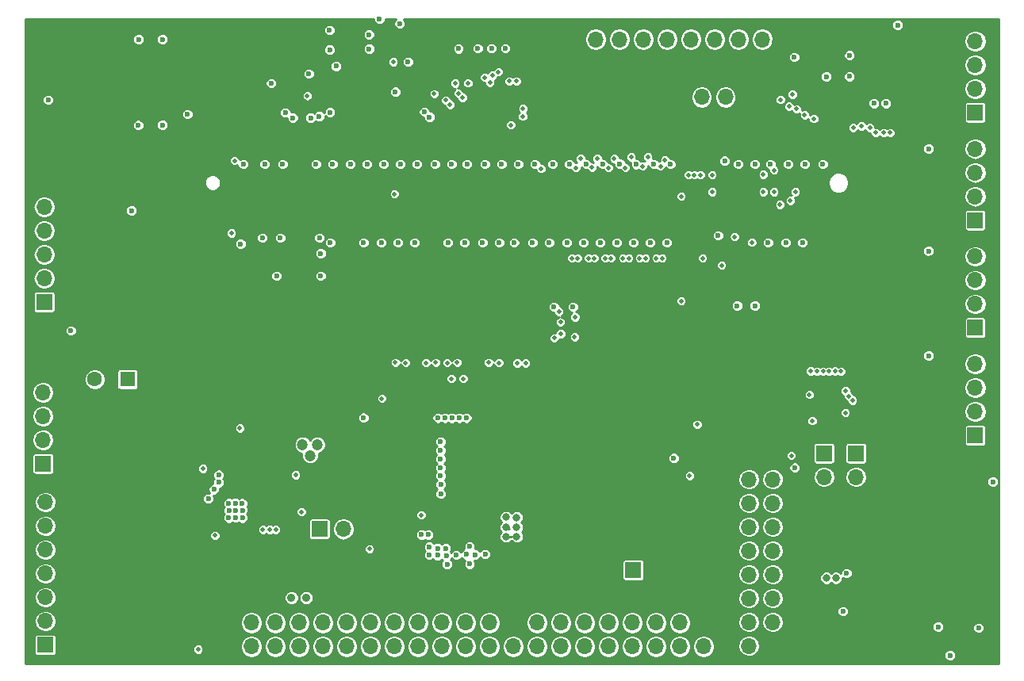
<source format=gbl>
G04 #@! TF.FileFunction,Copper,L4,Bot,Plane*
%FSLAX46Y46*%
G04 Gerber Fmt 4.6, Leading zero omitted, Abs format (unit mm)*
G04 Created by KiCad (PCBNEW 4.0.6) date 05/08/17 11:25:49*
%MOMM*%
%LPD*%
G01*
G04 APERTURE LIST*
%ADD10C,0.100000*%
%ADD11C,0.600000*%
%ADD12C,1.200000*%
%ADD13C,0.800000*%
%ADD14R,1.600000X1.600000*%
%ADD15C,1.600000*%
%ADD16R,1.700000X1.700000*%
%ADD17O,1.700000X1.700000*%
%ADD18C,0.482600*%
%ADD19C,0.900000*%
%ADD20C,0.254000*%
G04 APERTURE END LIST*
D10*
D11*
X158648400Y-95427800D03*
X161061400Y-95402400D03*
X161061400Y-93522800D03*
X162712400Y-94361000D03*
X161645600Y-94411800D03*
X160705800Y-94386400D03*
X159639000Y-94437200D03*
X158572200Y-94538800D03*
X158521400Y-93726000D03*
X157632400Y-93726000D03*
X157632400Y-94462600D03*
X156743400Y-94437200D03*
X156743400Y-93573600D03*
X136093200Y-90449400D03*
X136042400Y-88900000D03*
X136093200Y-89687400D03*
X135382000Y-89687400D03*
X136804400Y-89662000D03*
X136804400Y-90474800D03*
X135356600Y-90474800D03*
X136779000Y-88925400D03*
D12*
X144043400Y-83820000D03*
X144805400Y-82651600D03*
D11*
X157988000Y-87909400D03*
X157988000Y-86918800D03*
X157962600Y-85979000D03*
X157962600Y-85140800D03*
X157962600Y-84201000D03*
X157962600Y-83286600D03*
X157962600Y-82346800D03*
X160731200Y-79806800D03*
X159969200Y-79806800D03*
X159156400Y-79806800D03*
X158419800Y-79806800D03*
D13*
X166090600Y-90424000D03*
X164947600Y-91490800D03*
X166090600Y-91490800D03*
X166090600Y-92481400D03*
X164947600Y-92481400D03*
D11*
X156641800Y-92278200D03*
D14*
X124530000Y-75680000D03*
D15*
X121030000Y-75680000D03*
D16*
X178536600Y-96062800D03*
D17*
X178536600Y-93522800D03*
D16*
X183286400Y-45542200D03*
D17*
X185826400Y-45542200D03*
X188366400Y-45542200D03*
D16*
X145030000Y-91680000D03*
D17*
X147570000Y-91680000D03*
D16*
X186030000Y-101680000D03*
D17*
X186030000Y-104220000D03*
X183490000Y-101680000D03*
X183490000Y-104220000D03*
X180950000Y-101680000D03*
X180950000Y-104220000D03*
X178410000Y-101680000D03*
X178410000Y-104220000D03*
X175870000Y-101680000D03*
X175870000Y-104220000D03*
X173330000Y-101680000D03*
X173330000Y-104220000D03*
X170790000Y-101680000D03*
X170790000Y-104220000D03*
X168250000Y-101680000D03*
X168250000Y-104220000D03*
X165710000Y-101680000D03*
X165710000Y-104220000D03*
X163170000Y-101680000D03*
X163170000Y-104220000D03*
X160630000Y-101680000D03*
X160630000Y-104220000D03*
X158090000Y-101680000D03*
X158090000Y-104220000D03*
X155550000Y-101680000D03*
X155550000Y-104220000D03*
X153010000Y-101680000D03*
X153010000Y-104220000D03*
X150470000Y-101680000D03*
X150470000Y-104220000D03*
X147930000Y-101680000D03*
X147930000Y-104220000D03*
X145390000Y-101680000D03*
X145390000Y-104220000D03*
X142850000Y-101680000D03*
X142850000Y-104220000D03*
X140310000Y-101680000D03*
X140310000Y-104220000D03*
X137770000Y-101680000D03*
X137770000Y-104220000D03*
D16*
X193421000Y-104140000D03*
D17*
X190881000Y-104140000D03*
X193421000Y-101600000D03*
X190881000Y-101600000D03*
X193421000Y-99060000D03*
X190881000Y-99060000D03*
X193421000Y-96520000D03*
X190881000Y-96520000D03*
X193421000Y-93980000D03*
X190881000Y-93980000D03*
X193421000Y-91440000D03*
X190881000Y-91440000D03*
X193421000Y-88900000D03*
X190881000Y-88900000D03*
X193421000Y-86360000D03*
X190881000Y-86360000D03*
D16*
X115646200Y-67437000D03*
D17*
X115646200Y-64897000D03*
X115646200Y-62357000D03*
X115646200Y-59817000D03*
X115646200Y-57277000D03*
D16*
X115780000Y-104050000D03*
D17*
X115780000Y-101510000D03*
X115780000Y-98970000D03*
X115780000Y-96430000D03*
X115780000Y-93890000D03*
X115780000Y-91350000D03*
X115780000Y-88810000D03*
D16*
X202311000Y-83566000D03*
D17*
X202311000Y-86106000D03*
D16*
X198882000Y-83566000D03*
D17*
X198882000Y-86106000D03*
D16*
X115530000Y-84680000D03*
D17*
X115530000Y-82140000D03*
X115530000Y-79600000D03*
X115530000Y-77060000D03*
D16*
X171958000Y-39370000D03*
D17*
X174498000Y-39370000D03*
X177038000Y-39370000D03*
X179578000Y-39370000D03*
X182118000Y-39370000D03*
X184658000Y-39370000D03*
X187198000Y-39370000D03*
X189738000Y-39370000D03*
X192278000Y-39370000D03*
D16*
X215030000Y-81680000D03*
D17*
X215030000Y-79140000D03*
X215030000Y-76600000D03*
X215030000Y-74060000D03*
D16*
X215030000Y-70180000D03*
D17*
X215030000Y-67640000D03*
X215030000Y-65100000D03*
X215030000Y-62560000D03*
D16*
X215030000Y-58680000D03*
D17*
X215030000Y-56140000D03*
X215030000Y-53600000D03*
X215030000Y-51060000D03*
D16*
X215030000Y-47180000D03*
D17*
X215030000Y-44640000D03*
X215030000Y-42100000D03*
X215030000Y-39560000D03*
D13*
X200144000Y-96901000D03*
X199144000Y-96901000D03*
X164947600Y-90398600D03*
D11*
X155930600Y-92278200D03*
X157657800Y-79806800D03*
D12*
X143230600Y-82651600D03*
D11*
X135356600Y-88925400D03*
D18*
X135953000Y-52324000D03*
X135636000Y-60071000D03*
D11*
X149733000Y-79781400D03*
X153593800Y-37693600D03*
X146100800Y-38395400D03*
X140462000Y-64643000D03*
X188290200Y-52349400D03*
D18*
X150368000Y-93802200D03*
X183642000Y-67310000D03*
X132080000Y-104521000D03*
D11*
X178832187Y-52721187D03*
D18*
X132588000Y-85217000D03*
X136530000Y-80894000D03*
X189353000Y-60452000D03*
X191180000Y-61060000D03*
X152908879Y-41775000D03*
X157284800Y-45186600D03*
D11*
X151434800Y-37211000D03*
X201599800Y-41079800D03*
X146151600Y-47167800D03*
D19*
X143637000Y-99009200D03*
X142036800Y-99009200D03*
D18*
X133883400Y-92354400D03*
X142494000Y-85902800D03*
X143103600Y-89839800D03*
D11*
X182854600Y-84099400D03*
X165806814Y-61078902D03*
X130937000Y-47371000D03*
X116078000Y-45847000D03*
X128270000Y-39370000D03*
X125730000Y-39370000D03*
X200914000Y-100457000D03*
X212344000Y-105156000D03*
X211074000Y-102108000D03*
X215392000Y-102235000D03*
X201295000Y-96393000D03*
X195707000Y-41275000D03*
X206756000Y-37846000D03*
X128270000Y-48514000D03*
X125688600Y-48539400D03*
X139877800Y-44069000D03*
X146126200Y-40487600D03*
X164871400Y-40335200D03*
X163398200Y-40335200D03*
X161925000Y-40335200D03*
X159867600Y-40360600D03*
X136906000Y-52705000D03*
X139192000Y-52705000D03*
X144653000Y-52705000D03*
X141097000Y-52705000D03*
X146431000Y-52705000D03*
X148336000Y-52705000D03*
X150114000Y-52705000D03*
X151892000Y-52705000D03*
X153670000Y-52705000D03*
X155448000Y-52705000D03*
X157353000Y-52705000D03*
X159131000Y-52705000D03*
X160782000Y-52705000D03*
X162687000Y-52705000D03*
X164465000Y-52705000D03*
X166243000Y-52705000D03*
X168021000Y-52705000D03*
X169926000Y-52705000D03*
X171704000Y-52705000D03*
X173482000Y-52705000D03*
X175260000Y-52705000D03*
X177080000Y-52663000D03*
X180721000Y-52705000D03*
X182499000Y-52705000D03*
X189738000Y-52705000D03*
X191516000Y-52705000D03*
X193167000Y-52705000D03*
X195072000Y-52705000D03*
X196850000Y-52705000D03*
X198755000Y-52705000D03*
X138938000Y-60579000D03*
X140843000Y-60579000D03*
X145034000Y-60579000D03*
X146177000Y-61087000D03*
X149733000Y-61087000D03*
X151638000Y-61087000D03*
X153416000Y-61087000D03*
X155194000Y-61087000D03*
X158750000Y-61087000D03*
X160528000Y-61087000D03*
X162433000Y-61087000D03*
X164211000Y-61087000D03*
X167767000Y-61087000D03*
X169545000Y-61087000D03*
X171450000Y-61087000D03*
X173228000Y-61087000D03*
X175006000Y-61087000D03*
X176784000Y-61087000D03*
X178562000Y-61087000D03*
X180340000Y-61087000D03*
X182118000Y-61087000D03*
X187579000Y-60325000D03*
X192913000Y-61087000D03*
X196596000Y-61087000D03*
X194818000Y-61087000D03*
X189611000Y-67818000D03*
X191516000Y-67818000D03*
X172085000Y-67945000D03*
X170053000Y-67945000D03*
X145161000Y-64643000D03*
X145161000Y-62230000D03*
X136607000Y-61221231D03*
X118491000Y-70485000D03*
X124968000Y-57658000D03*
X216916000Y-86614000D03*
X210058000Y-51054000D03*
X210058000Y-61976000D03*
X210058000Y-73152000D03*
D18*
X210489800Y-90830400D03*
X193802000Y-67691000D03*
X186944000Y-63500000D03*
X187311700Y-52070000D03*
X183134000Y-52070000D03*
X137795000Y-52070000D03*
D11*
X137871200Y-44094400D03*
X181508400Y-86715600D03*
X123047200Y-48260000D03*
X205867000Y-103251000D03*
X208280000Y-103251000D03*
X208788000Y-105156000D03*
X202057000Y-93853000D03*
X183515000Y-59309000D03*
X186182000Y-59309000D03*
X137780000Y-61326000D03*
X140462000Y-61849000D03*
X150317200Y-38862000D03*
X145008600Y-47599600D03*
X141376400Y-47193200D03*
X150342600Y-40395400D03*
X205486000Y-46208179D03*
X204216000Y-46208179D03*
D18*
X155905200Y-90170000D03*
X185343800Y-80492600D03*
X184544400Y-85979000D03*
X195402200Y-83820000D03*
X143731515Y-45402915D03*
D11*
X146812000Y-42240200D03*
X154482802Y-41783000D03*
X143891000Y-43053000D03*
X133159442Y-88425558D03*
X134280000Y-85879997D03*
X134280000Y-86680000D03*
X133780000Y-87430000D03*
X199136000Y-43357800D03*
X201599800Y-43332400D03*
D18*
X183642000Y-56134000D03*
X153035000Y-55880000D03*
D11*
X153136600Y-44983400D03*
X144094200Y-47752000D03*
X142189200Y-47752000D03*
X195757800Y-85115400D03*
D18*
X198780003Y-74828400D03*
X199414606Y-74828400D03*
X200048419Y-74796759D03*
X195834000Y-55651321D03*
X185689580Y-53847774D03*
X200685400Y-74828400D03*
X185055104Y-53860885D03*
X195297541Y-56590311D03*
X198145400Y-74828400D03*
X194183000Y-57023000D03*
X184404000Y-53848000D03*
X197459600Y-74803000D03*
X193548000Y-55651321D03*
X193548397Y-53340661D03*
X202007987Y-48791613D03*
X197789800Y-47853600D03*
X197332600Y-77317600D03*
X192405000Y-55651321D03*
X192405000Y-53810161D03*
X202895200Y-48641000D03*
X196824600Y-47447200D03*
X201193400Y-76911200D03*
X186944000Y-55651321D03*
X186944000Y-53848000D03*
X203784200Y-48793400D03*
X195961000Y-46812200D03*
X201498200Y-77470000D03*
X204393800Y-49352200D03*
X195148198Y-46507400D03*
X201932230Y-77932966D03*
X205232000Y-49352200D03*
X194259200Y-45821600D03*
X201168000Y-79248000D03*
X187960000Y-63500000D03*
X205956679Y-49352200D03*
X195503800Y-45262800D03*
X197636263Y-80110463D03*
X185928000Y-62738000D03*
X181902863Y-52264377D03*
X181609603Y-62738000D03*
X181431759Y-52915595D03*
X180975000Y-62738000D03*
X180086000Y-51943000D03*
X167030400Y-73939400D03*
X179832000Y-62738000D03*
X179543878Y-52928648D03*
X170764200Y-69570600D03*
X170789600Y-70815200D03*
X166116000Y-73939400D03*
X179197000Y-62738000D03*
X178308000Y-51943000D03*
X178054000Y-62738000D03*
X172262801Y-71170800D03*
X172313600Y-69037200D03*
X164185600Y-73914000D03*
X177688891Y-53085823D03*
X177419000Y-62738000D03*
X170078400Y-71272400D03*
X170591248Y-68454722D03*
X163093400Y-73888600D03*
X176504600Y-52120800D03*
X176149000Y-62738000D03*
X175895661Y-53086397D03*
X175514000Y-62738000D03*
X174675800Y-52095400D03*
X174370603Y-62738000D03*
X151688800Y-77724000D03*
X159740600Y-73888600D03*
X174133820Y-53058069D03*
X173736000Y-62738000D03*
X158648400Y-73914000D03*
X172897800Y-52095400D03*
X172592603Y-62738000D03*
X157454600Y-73888600D03*
X172389800Y-53086000D03*
X171958000Y-62738000D03*
X159105600Y-75615800D03*
X160375600Y-75615800D03*
X153136600Y-73888600D03*
X166751000Y-46761400D03*
X154228800Y-73914000D03*
X166725600Y-47599600D03*
X165455600Y-48514000D03*
X156387800Y-73914000D03*
X168681400Y-53187600D03*
X160883600Y-44043600D03*
X159512000Y-44069000D03*
X160301829Y-45601899D03*
X163216771Y-43989171D03*
X159833301Y-45133371D03*
X162665229Y-43437629D03*
X164134800Y-42849800D03*
X158976109Y-46347510D03*
X163525589Y-43205533D03*
X158507581Y-45878982D03*
X166074200Y-43840400D03*
D11*
X156765171Y-47672171D03*
D18*
X165294200Y-43840400D03*
D11*
X156213629Y-47120629D03*
D18*
X138988800Y-91744800D03*
X140360400Y-91744800D03*
X139700000Y-91744800D03*
D20*
X164820600Y-91627397D02*
X165244864Y-91627397D01*
X165244864Y-91627397D02*
X165260667Y-91643200D01*
X165244864Y-92481400D02*
X165557200Y-92481400D01*
X164820600Y-92481400D02*
X165244864Y-92481400D01*
G36*
X150807691Y-37335171D02*
X150902945Y-37565703D01*
X151079169Y-37742235D01*
X151309535Y-37837891D01*
X151558971Y-37838109D01*
X151789503Y-37742855D01*
X151966035Y-37566631D01*
X152061691Y-37336265D01*
X152061800Y-37211000D01*
X153189756Y-37211000D01*
X153062565Y-37337969D01*
X152966909Y-37568335D01*
X152966691Y-37817771D01*
X153061945Y-38048303D01*
X153238169Y-38224835D01*
X153468535Y-38320491D01*
X153717971Y-38320709D01*
X153948503Y-38225455D01*
X154125035Y-38049231D01*
X154157863Y-37970171D01*
X206128891Y-37970171D01*
X206224145Y-38200703D01*
X206400369Y-38377235D01*
X206630735Y-38472891D01*
X206880171Y-38473109D01*
X207110703Y-38377855D01*
X207287235Y-38201631D01*
X207382891Y-37971265D01*
X207383109Y-37721829D01*
X207287855Y-37491297D01*
X207111631Y-37314765D01*
X206881265Y-37219109D01*
X206631829Y-37218891D01*
X206401297Y-37314145D01*
X206224765Y-37490369D01*
X206129109Y-37720735D01*
X206128891Y-37970171D01*
X154157863Y-37970171D01*
X154220691Y-37818865D01*
X154220909Y-37569429D01*
X154125655Y-37338897D01*
X153997981Y-37211000D01*
X217551000Y-37211000D01*
X217551000Y-106045000D01*
X113665000Y-106045000D01*
X113665000Y-103200000D01*
X114596594Y-103200000D01*
X114596594Y-104900000D01*
X114619395Y-105021179D01*
X114691012Y-105132474D01*
X114800286Y-105207138D01*
X114930000Y-105233406D01*
X116630000Y-105233406D01*
X116751179Y-105210605D01*
X116862474Y-105138988D01*
X116937138Y-105029714D01*
X116963406Y-104900000D01*
X116963406Y-104633546D01*
X131511601Y-104633546D01*
X131597937Y-104842496D01*
X131757663Y-105002501D01*
X131966462Y-105089201D01*
X132192546Y-105089399D01*
X132401496Y-105003063D01*
X132561501Y-104843337D01*
X132648201Y-104634538D01*
X132648399Y-104408454D01*
X132562063Y-104199504D01*
X132559505Y-104196941D01*
X136593000Y-104196941D01*
X136593000Y-104243059D01*
X136682594Y-104693477D01*
X136937735Y-105075324D01*
X137319582Y-105330465D01*
X137770000Y-105420059D01*
X138220418Y-105330465D01*
X138602265Y-105075324D01*
X138857406Y-104693477D01*
X138947000Y-104243059D01*
X138947000Y-104196941D01*
X139133000Y-104196941D01*
X139133000Y-104243059D01*
X139222594Y-104693477D01*
X139477735Y-105075324D01*
X139859582Y-105330465D01*
X140310000Y-105420059D01*
X140760418Y-105330465D01*
X141142265Y-105075324D01*
X141397406Y-104693477D01*
X141487000Y-104243059D01*
X141487000Y-104196941D01*
X141673000Y-104196941D01*
X141673000Y-104243059D01*
X141762594Y-104693477D01*
X142017735Y-105075324D01*
X142399582Y-105330465D01*
X142850000Y-105420059D01*
X143300418Y-105330465D01*
X143682265Y-105075324D01*
X143937406Y-104693477D01*
X144027000Y-104243059D01*
X144027000Y-104196941D01*
X144213000Y-104196941D01*
X144213000Y-104243059D01*
X144302594Y-104693477D01*
X144557735Y-105075324D01*
X144939582Y-105330465D01*
X145390000Y-105420059D01*
X145840418Y-105330465D01*
X146222265Y-105075324D01*
X146477406Y-104693477D01*
X146567000Y-104243059D01*
X146567000Y-104196941D01*
X146753000Y-104196941D01*
X146753000Y-104243059D01*
X146842594Y-104693477D01*
X147097735Y-105075324D01*
X147479582Y-105330465D01*
X147930000Y-105420059D01*
X148380418Y-105330465D01*
X148762265Y-105075324D01*
X149017406Y-104693477D01*
X149107000Y-104243059D01*
X149107000Y-104196941D01*
X149293000Y-104196941D01*
X149293000Y-104243059D01*
X149382594Y-104693477D01*
X149637735Y-105075324D01*
X150019582Y-105330465D01*
X150470000Y-105420059D01*
X150920418Y-105330465D01*
X151302265Y-105075324D01*
X151557406Y-104693477D01*
X151647000Y-104243059D01*
X151647000Y-104196941D01*
X151833000Y-104196941D01*
X151833000Y-104243059D01*
X151922594Y-104693477D01*
X152177735Y-105075324D01*
X152559582Y-105330465D01*
X153010000Y-105420059D01*
X153460418Y-105330465D01*
X153842265Y-105075324D01*
X154097406Y-104693477D01*
X154187000Y-104243059D01*
X154187000Y-104196941D01*
X154373000Y-104196941D01*
X154373000Y-104243059D01*
X154462594Y-104693477D01*
X154717735Y-105075324D01*
X155099582Y-105330465D01*
X155550000Y-105420059D01*
X156000418Y-105330465D01*
X156382265Y-105075324D01*
X156637406Y-104693477D01*
X156727000Y-104243059D01*
X156727000Y-104196941D01*
X156913000Y-104196941D01*
X156913000Y-104243059D01*
X157002594Y-104693477D01*
X157257735Y-105075324D01*
X157639582Y-105330465D01*
X158090000Y-105420059D01*
X158540418Y-105330465D01*
X158922265Y-105075324D01*
X159177406Y-104693477D01*
X159267000Y-104243059D01*
X159267000Y-104196941D01*
X159453000Y-104196941D01*
X159453000Y-104243059D01*
X159542594Y-104693477D01*
X159797735Y-105075324D01*
X160179582Y-105330465D01*
X160630000Y-105420059D01*
X161080418Y-105330465D01*
X161462265Y-105075324D01*
X161717406Y-104693477D01*
X161807000Y-104243059D01*
X161807000Y-104196941D01*
X161993000Y-104196941D01*
X161993000Y-104243059D01*
X162082594Y-104693477D01*
X162337735Y-105075324D01*
X162719582Y-105330465D01*
X163170000Y-105420059D01*
X163620418Y-105330465D01*
X164002265Y-105075324D01*
X164257406Y-104693477D01*
X164347000Y-104243059D01*
X164347000Y-104196941D01*
X164533000Y-104196941D01*
X164533000Y-104243059D01*
X164622594Y-104693477D01*
X164877735Y-105075324D01*
X165259582Y-105330465D01*
X165710000Y-105420059D01*
X166160418Y-105330465D01*
X166542265Y-105075324D01*
X166797406Y-104693477D01*
X166887000Y-104243059D01*
X166887000Y-104196941D01*
X167073000Y-104196941D01*
X167073000Y-104243059D01*
X167162594Y-104693477D01*
X167417735Y-105075324D01*
X167799582Y-105330465D01*
X168250000Y-105420059D01*
X168700418Y-105330465D01*
X169082265Y-105075324D01*
X169337406Y-104693477D01*
X169427000Y-104243059D01*
X169427000Y-104196941D01*
X169613000Y-104196941D01*
X169613000Y-104243059D01*
X169702594Y-104693477D01*
X169957735Y-105075324D01*
X170339582Y-105330465D01*
X170790000Y-105420059D01*
X171240418Y-105330465D01*
X171622265Y-105075324D01*
X171877406Y-104693477D01*
X171967000Y-104243059D01*
X171967000Y-104196941D01*
X172153000Y-104196941D01*
X172153000Y-104243059D01*
X172242594Y-104693477D01*
X172497735Y-105075324D01*
X172879582Y-105330465D01*
X173330000Y-105420059D01*
X173780418Y-105330465D01*
X174162265Y-105075324D01*
X174417406Y-104693477D01*
X174507000Y-104243059D01*
X174507000Y-104196941D01*
X174693000Y-104196941D01*
X174693000Y-104243059D01*
X174782594Y-104693477D01*
X175037735Y-105075324D01*
X175419582Y-105330465D01*
X175870000Y-105420059D01*
X176320418Y-105330465D01*
X176702265Y-105075324D01*
X176957406Y-104693477D01*
X177047000Y-104243059D01*
X177047000Y-104196941D01*
X177233000Y-104196941D01*
X177233000Y-104243059D01*
X177322594Y-104693477D01*
X177577735Y-105075324D01*
X177959582Y-105330465D01*
X178410000Y-105420059D01*
X178860418Y-105330465D01*
X179242265Y-105075324D01*
X179497406Y-104693477D01*
X179587000Y-104243059D01*
X179587000Y-104196941D01*
X179773000Y-104196941D01*
X179773000Y-104243059D01*
X179862594Y-104693477D01*
X180117735Y-105075324D01*
X180499582Y-105330465D01*
X180950000Y-105420059D01*
X181400418Y-105330465D01*
X181782265Y-105075324D01*
X182037406Y-104693477D01*
X182127000Y-104243059D01*
X182127000Y-104196941D01*
X182313000Y-104196941D01*
X182313000Y-104243059D01*
X182402594Y-104693477D01*
X182657735Y-105075324D01*
X183039582Y-105330465D01*
X183490000Y-105420059D01*
X183940418Y-105330465D01*
X184322265Y-105075324D01*
X184577406Y-104693477D01*
X184667000Y-104243059D01*
X184667000Y-104196941D01*
X184853000Y-104196941D01*
X184853000Y-104243059D01*
X184942594Y-104693477D01*
X185197735Y-105075324D01*
X185579582Y-105330465D01*
X186030000Y-105420059D01*
X186480418Y-105330465D01*
X186862265Y-105075324D01*
X187117406Y-104693477D01*
X187207000Y-104243059D01*
X187207000Y-104196941D01*
X187195674Y-104140000D01*
X189680941Y-104140000D01*
X189770535Y-104590418D01*
X190025676Y-104972265D01*
X190407523Y-105227406D01*
X190857941Y-105317000D01*
X190904059Y-105317000D01*
X191089210Y-105280171D01*
X211716891Y-105280171D01*
X211812145Y-105510703D01*
X211988369Y-105687235D01*
X212218735Y-105782891D01*
X212468171Y-105783109D01*
X212698703Y-105687855D01*
X212875235Y-105511631D01*
X212970891Y-105281265D01*
X212971109Y-105031829D01*
X212875855Y-104801297D01*
X212699631Y-104624765D01*
X212469265Y-104529109D01*
X212219829Y-104528891D01*
X211989297Y-104624145D01*
X211812765Y-104800369D01*
X211717109Y-105030735D01*
X211716891Y-105280171D01*
X191089210Y-105280171D01*
X191354477Y-105227406D01*
X191736324Y-104972265D01*
X191991465Y-104590418D01*
X192081059Y-104140000D01*
X191991465Y-103689582D01*
X191736324Y-103307735D01*
X191354477Y-103052594D01*
X190904059Y-102963000D01*
X190857941Y-102963000D01*
X190407523Y-103052594D01*
X190025676Y-103307735D01*
X189770535Y-103689582D01*
X189680941Y-104140000D01*
X187195674Y-104140000D01*
X187117406Y-103746523D01*
X186862265Y-103364676D01*
X186480418Y-103109535D01*
X186030000Y-103019941D01*
X185579582Y-103109535D01*
X185197735Y-103364676D01*
X184942594Y-103746523D01*
X184853000Y-104196941D01*
X184667000Y-104196941D01*
X184577406Y-103746523D01*
X184322265Y-103364676D01*
X183940418Y-103109535D01*
X183490000Y-103019941D01*
X183039582Y-103109535D01*
X182657735Y-103364676D01*
X182402594Y-103746523D01*
X182313000Y-104196941D01*
X182127000Y-104196941D01*
X182037406Y-103746523D01*
X181782265Y-103364676D01*
X181400418Y-103109535D01*
X180950000Y-103019941D01*
X180499582Y-103109535D01*
X180117735Y-103364676D01*
X179862594Y-103746523D01*
X179773000Y-104196941D01*
X179587000Y-104196941D01*
X179497406Y-103746523D01*
X179242265Y-103364676D01*
X178860418Y-103109535D01*
X178410000Y-103019941D01*
X177959582Y-103109535D01*
X177577735Y-103364676D01*
X177322594Y-103746523D01*
X177233000Y-104196941D01*
X177047000Y-104196941D01*
X176957406Y-103746523D01*
X176702265Y-103364676D01*
X176320418Y-103109535D01*
X175870000Y-103019941D01*
X175419582Y-103109535D01*
X175037735Y-103364676D01*
X174782594Y-103746523D01*
X174693000Y-104196941D01*
X174507000Y-104196941D01*
X174417406Y-103746523D01*
X174162265Y-103364676D01*
X173780418Y-103109535D01*
X173330000Y-103019941D01*
X172879582Y-103109535D01*
X172497735Y-103364676D01*
X172242594Y-103746523D01*
X172153000Y-104196941D01*
X171967000Y-104196941D01*
X171877406Y-103746523D01*
X171622265Y-103364676D01*
X171240418Y-103109535D01*
X170790000Y-103019941D01*
X170339582Y-103109535D01*
X169957735Y-103364676D01*
X169702594Y-103746523D01*
X169613000Y-104196941D01*
X169427000Y-104196941D01*
X169337406Y-103746523D01*
X169082265Y-103364676D01*
X168700418Y-103109535D01*
X168250000Y-103019941D01*
X167799582Y-103109535D01*
X167417735Y-103364676D01*
X167162594Y-103746523D01*
X167073000Y-104196941D01*
X166887000Y-104196941D01*
X166797406Y-103746523D01*
X166542265Y-103364676D01*
X166160418Y-103109535D01*
X165710000Y-103019941D01*
X165259582Y-103109535D01*
X164877735Y-103364676D01*
X164622594Y-103746523D01*
X164533000Y-104196941D01*
X164347000Y-104196941D01*
X164257406Y-103746523D01*
X164002265Y-103364676D01*
X163620418Y-103109535D01*
X163170000Y-103019941D01*
X162719582Y-103109535D01*
X162337735Y-103364676D01*
X162082594Y-103746523D01*
X161993000Y-104196941D01*
X161807000Y-104196941D01*
X161717406Y-103746523D01*
X161462265Y-103364676D01*
X161080418Y-103109535D01*
X160630000Y-103019941D01*
X160179582Y-103109535D01*
X159797735Y-103364676D01*
X159542594Y-103746523D01*
X159453000Y-104196941D01*
X159267000Y-104196941D01*
X159177406Y-103746523D01*
X158922265Y-103364676D01*
X158540418Y-103109535D01*
X158090000Y-103019941D01*
X157639582Y-103109535D01*
X157257735Y-103364676D01*
X157002594Y-103746523D01*
X156913000Y-104196941D01*
X156727000Y-104196941D01*
X156637406Y-103746523D01*
X156382265Y-103364676D01*
X156000418Y-103109535D01*
X155550000Y-103019941D01*
X155099582Y-103109535D01*
X154717735Y-103364676D01*
X154462594Y-103746523D01*
X154373000Y-104196941D01*
X154187000Y-104196941D01*
X154097406Y-103746523D01*
X153842265Y-103364676D01*
X153460418Y-103109535D01*
X153010000Y-103019941D01*
X152559582Y-103109535D01*
X152177735Y-103364676D01*
X151922594Y-103746523D01*
X151833000Y-104196941D01*
X151647000Y-104196941D01*
X151557406Y-103746523D01*
X151302265Y-103364676D01*
X150920418Y-103109535D01*
X150470000Y-103019941D01*
X150019582Y-103109535D01*
X149637735Y-103364676D01*
X149382594Y-103746523D01*
X149293000Y-104196941D01*
X149107000Y-104196941D01*
X149017406Y-103746523D01*
X148762265Y-103364676D01*
X148380418Y-103109535D01*
X147930000Y-103019941D01*
X147479582Y-103109535D01*
X147097735Y-103364676D01*
X146842594Y-103746523D01*
X146753000Y-104196941D01*
X146567000Y-104196941D01*
X146477406Y-103746523D01*
X146222265Y-103364676D01*
X145840418Y-103109535D01*
X145390000Y-103019941D01*
X144939582Y-103109535D01*
X144557735Y-103364676D01*
X144302594Y-103746523D01*
X144213000Y-104196941D01*
X144027000Y-104196941D01*
X143937406Y-103746523D01*
X143682265Y-103364676D01*
X143300418Y-103109535D01*
X142850000Y-103019941D01*
X142399582Y-103109535D01*
X142017735Y-103364676D01*
X141762594Y-103746523D01*
X141673000Y-104196941D01*
X141487000Y-104196941D01*
X141397406Y-103746523D01*
X141142265Y-103364676D01*
X140760418Y-103109535D01*
X140310000Y-103019941D01*
X139859582Y-103109535D01*
X139477735Y-103364676D01*
X139222594Y-103746523D01*
X139133000Y-104196941D01*
X138947000Y-104196941D01*
X138857406Y-103746523D01*
X138602265Y-103364676D01*
X138220418Y-103109535D01*
X137770000Y-103019941D01*
X137319582Y-103109535D01*
X136937735Y-103364676D01*
X136682594Y-103746523D01*
X136593000Y-104196941D01*
X132559505Y-104196941D01*
X132402337Y-104039499D01*
X132193538Y-103952799D01*
X131967454Y-103952601D01*
X131758504Y-104038937D01*
X131598499Y-104198663D01*
X131511799Y-104407462D01*
X131511601Y-104633546D01*
X116963406Y-104633546D01*
X116963406Y-103200000D01*
X116940605Y-103078821D01*
X116868988Y-102967526D01*
X116759714Y-102892862D01*
X116630000Y-102866594D01*
X114930000Y-102866594D01*
X114808821Y-102889395D01*
X114697526Y-102961012D01*
X114622862Y-103070286D01*
X114596594Y-103200000D01*
X113665000Y-103200000D01*
X113665000Y-101510000D01*
X114579941Y-101510000D01*
X114669535Y-101960418D01*
X114924676Y-102342265D01*
X115306523Y-102597406D01*
X115756941Y-102687000D01*
X115803059Y-102687000D01*
X116253477Y-102597406D01*
X116635324Y-102342265D01*
X116890465Y-101960418D01*
X116950830Y-101656941D01*
X136593000Y-101656941D01*
X136593000Y-101703059D01*
X136682594Y-102153477D01*
X136937735Y-102535324D01*
X137319582Y-102790465D01*
X137770000Y-102880059D01*
X138220418Y-102790465D01*
X138602265Y-102535324D01*
X138857406Y-102153477D01*
X138947000Y-101703059D01*
X138947000Y-101656941D01*
X139133000Y-101656941D01*
X139133000Y-101703059D01*
X139222594Y-102153477D01*
X139477735Y-102535324D01*
X139859582Y-102790465D01*
X140310000Y-102880059D01*
X140760418Y-102790465D01*
X141142265Y-102535324D01*
X141397406Y-102153477D01*
X141487000Y-101703059D01*
X141487000Y-101656941D01*
X141673000Y-101656941D01*
X141673000Y-101703059D01*
X141762594Y-102153477D01*
X142017735Y-102535324D01*
X142399582Y-102790465D01*
X142850000Y-102880059D01*
X143300418Y-102790465D01*
X143682265Y-102535324D01*
X143937406Y-102153477D01*
X144027000Y-101703059D01*
X144027000Y-101656941D01*
X144213000Y-101656941D01*
X144213000Y-101703059D01*
X144302594Y-102153477D01*
X144557735Y-102535324D01*
X144939582Y-102790465D01*
X145390000Y-102880059D01*
X145840418Y-102790465D01*
X146222265Y-102535324D01*
X146477406Y-102153477D01*
X146567000Y-101703059D01*
X146567000Y-101656941D01*
X146753000Y-101656941D01*
X146753000Y-101703059D01*
X146842594Y-102153477D01*
X147097735Y-102535324D01*
X147479582Y-102790465D01*
X147930000Y-102880059D01*
X148380418Y-102790465D01*
X148762265Y-102535324D01*
X149017406Y-102153477D01*
X149107000Y-101703059D01*
X149107000Y-101656941D01*
X149293000Y-101656941D01*
X149293000Y-101703059D01*
X149382594Y-102153477D01*
X149637735Y-102535324D01*
X150019582Y-102790465D01*
X150470000Y-102880059D01*
X150920418Y-102790465D01*
X151302265Y-102535324D01*
X151557406Y-102153477D01*
X151647000Y-101703059D01*
X151647000Y-101656941D01*
X151833000Y-101656941D01*
X151833000Y-101703059D01*
X151922594Y-102153477D01*
X152177735Y-102535324D01*
X152559582Y-102790465D01*
X153010000Y-102880059D01*
X153460418Y-102790465D01*
X153842265Y-102535324D01*
X154097406Y-102153477D01*
X154187000Y-101703059D01*
X154187000Y-101656941D01*
X154373000Y-101656941D01*
X154373000Y-101703059D01*
X154462594Y-102153477D01*
X154717735Y-102535324D01*
X155099582Y-102790465D01*
X155550000Y-102880059D01*
X156000418Y-102790465D01*
X156382265Y-102535324D01*
X156637406Y-102153477D01*
X156727000Y-101703059D01*
X156727000Y-101656941D01*
X156913000Y-101656941D01*
X156913000Y-101703059D01*
X157002594Y-102153477D01*
X157257735Y-102535324D01*
X157639582Y-102790465D01*
X158090000Y-102880059D01*
X158540418Y-102790465D01*
X158922265Y-102535324D01*
X159177406Y-102153477D01*
X159267000Y-101703059D01*
X159267000Y-101656941D01*
X159453000Y-101656941D01*
X159453000Y-101703059D01*
X159542594Y-102153477D01*
X159797735Y-102535324D01*
X160179582Y-102790465D01*
X160630000Y-102880059D01*
X161080418Y-102790465D01*
X161462265Y-102535324D01*
X161717406Y-102153477D01*
X161807000Y-101703059D01*
X161807000Y-101656941D01*
X161993000Y-101656941D01*
X161993000Y-101703059D01*
X162082594Y-102153477D01*
X162337735Y-102535324D01*
X162719582Y-102790465D01*
X163170000Y-102880059D01*
X163620418Y-102790465D01*
X164002265Y-102535324D01*
X164257406Y-102153477D01*
X164347000Y-101703059D01*
X164347000Y-101656941D01*
X167073000Y-101656941D01*
X167073000Y-101703059D01*
X167162594Y-102153477D01*
X167417735Y-102535324D01*
X167799582Y-102790465D01*
X168250000Y-102880059D01*
X168700418Y-102790465D01*
X169082265Y-102535324D01*
X169337406Y-102153477D01*
X169427000Y-101703059D01*
X169427000Y-101656941D01*
X169613000Y-101656941D01*
X169613000Y-101703059D01*
X169702594Y-102153477D01*
X169957735Y-102535324D01*
X170339582Y-102790465D01*
X170790000Y-102880059D01*
X171240418Y-102790465D01*
X171622265Y-102535324D01*
X171877406Y-102153477D01*
X171967000Y-101703059D01*
X171967000Y-101656941D01*
X172153000Y-101656941D01*
X172153000Y-101703059D01*
X172242594Y-102153477D01*
X172497735Y-102535324D01*
X172879582Y-102790465D01*
X173330000Y-102880059D01*
X173780418Y-102790465D01*
X174162265Y-102535324D01*
X174417406Y-102153477D01*
X174507000Y-101703059D01*
X174507000Y-101656941D01*
X174693000Y-101656941D01*
X174693000Y-101703059D01*
X174782594Y-102153477D01*
X175037735Y-102535324D01*
X175419582Y-102790465D01*
X175870000Y-102880059D01*
X176320418Y-102790465D01*
X176702265Y-102535324D01*
X176957406Y-102153477D01*
X177047000Y-101703059D01*
X177047000Y-101656941D01*
X177233000Y-101656941D01*
X177233000Y-101703059D01*
X177322594Y-102153477D01*
X177577735Y-102535324D01*
X177959582Y-102790465D01*
X178410000Y-102880059D01*
X178860418Y-102790465D01*
X179242265Y-102535324D01*
X179497406Y-102153477D01*
X179587000Y-101703059D01*
X179587000Y-101656941D01*
X179773000Y-101656941D01*
X179773000Y-101703059D01*
X179862594Y-102153477D01*
X180117735Y-102535324D01*
X180499582Y-102790465D01*
X180950000Y-102880059D01*
X181400418Y-102790465D01*
X181782265Y-102535324D01*
X182037406Y-102153477D01*
X182127000Y-101703059D01*
X182127000Y-101656941D01*
X182313000Y-101656941D01*
X182313000Y-101703059D01*
X182402594Y-102153477D01*
X182657735Y-102535324D01*
X183039582Y-102790465D01*
X183490000Y-102880059D01*
X183940418Y-102790465D01*
X184322265Y-102535324D01*
X184577406Y-102153477D01*
X184667000Y-101703059D01*
X184667000Y-101656941D01*
X184655674Y-101600000D01*
X189680941Y-101600000D01*
X189770535Y-102050418D01*
X190025676Y-102432265D01*
X190407523Y-102687406D01*
X190857941Y-102777000D01*
X190904059Y-102777000D01*
X191354477Y-102687406D01*
X191736324Y-102432265D01*
X191991465Y-102050418D01*
X192081059Y-101600000D01*
X192220941Y-101600000D01*
X192310535Y-102050418D01*
X192565676Y-102432265D01*
X192947523Y-102687406D01*
X193397941Y-102777000D01*
X193444059Y-102777000D01*
X193894477Y-102687406D01*
X194276324Y-102432265D01*
X194410022Y-102232171D01*
X210446891Y-102232171D01*
X210542145Y-102462703D01*
X210718369Y-102639235D01*
X210948735Y-102734891D01*
X211198171Y-102735109D01*
X211428703Y-102639855D01*
X211605235Y-102463631D01*
X211648610Y-102359171D01*
X214764891Y-102359171D01*
X214860145Y-102589703D01*
X215036369Y-102766235D01*
X215266735Y-102861891D01*
X215516171Y-102862109D01*
X215746703Y-102766855D01*
X215923235Y-102590631D01*
X216018891Y-102360265D01*
X216019109Y-102110829D01*
X215923855Y-101880297D01*
X215747631Y-101703765D01*
X215517265Y-101608109D01*
X215267829Y-101607891D01*
X215037297Y-101703145D01*
X214860765Y-101879369D01*
X214765109Y-102109735D01*
X214764891Y-102359171D01*
X211648610Y-102359171D01*
X211700891Y-102233265D01*
X211701109Y-101983829D01*
X211605855Y-101753297D01*
X211429631Y-101576765D01*
X211199265Y-101481109D01*
X210949829Y-101480891D01*
X210719297Y-101576145D01*
X210542765Y-101752369D01*
X210447109Y-101982735D01*
X210446891Y-102232171D01*
X194410022Y-102232171D01*
X194531465Y-102050418D01*
X194621059Y-101600000D01*
X194531465Y-101149582D01*
X194276324Y-100767735D01*
X193997111Y-100581171D01*
X200286891Y-100581171D01*
X200382145Y-100811703D01*
X200558369Y-100988235D01*
X200788735Y-101083891D01*
X201038171Y-101084109D01*
X201268703Y-100988855D01*
X201445235Y-100812631D01*
X201540891Y-100582265D01*
X201541109Y-100332829D01*
X201445855Y-100102297D01*
X201269631Y-99925765D01*
X201039265Y-99830109D01*
X200789829Y-99829891D01*
X200559297Y-99925145D01*
X200382765Y-100101369D01*
X200287109Y-100331735D01*
X200286891Y-100581171D01*
X193997111Y-100581171D01*
X193894477Y-100512594D01*
X193444059Y-100423000D01*
X193397941Y-100423000D01*
X192947523Y-100512594D01*
X192565676Y-100767735D01*
X192310535Y-101149582D01*
X192220941Y-101600000D01*
X192081059Y-101600000D01*
X191991465Y-101149582D01*
X191736324Y-100767735D01*
X191354477Y-100512594D01*
X190904059Y-100423000D01*
X190857941Y-100423000D01*
X190407523Y-100512594D01*
X190025676Y-100767735D01*
X189770535Y-101149582D01*
X189680941Y-101600000D01*
X184655674Y-101600000D01*
X184577406Y-101206523D01*
X184322265Y-100824676D01*
X183940418Y-100569535D01*
X183490000Y-100479941D01*
X183039582Y-100569535D01*
X182657735Y-100824676D01*
X182402594Y-101206523D01*
X182313000Y-101656941D01*
X182127000Y-101656941D01*
X182037406Y-101206523D01*
X181782265Y-100824676D01*
X181400418Y-100569535D01*
X180950000Y-100479941D01*
X180499582Y-100569535D01*
X180117735Y-100824676D01*
X179862594Y-101206523D01*
X179773000Y-101656941D01*
X179587000Y-101656941D01*
X179497406Y-101206523D01*
X179242265Y-100824676D01*
X178860418Y-100569535D01*
X178410000Y-100479941D01*
X177959582Y-100569535D01*
X177577735Y-100824676D01*
X177322594Y-101206523D01*
X177233000Y-101656941D01*
X177047000Y-101656941D01*
X176957406Y-101206523D01*
X176702265Y-100824676D01*
X176320418Y-100569535D01*
X175870000Y-100479941D01*
X175419582Y-100569535D01*
X175037735Y-100824676D01*
X174782594Y-101206523D01*
X174693000Y-101656941D01*
X174507000Y-101656941D01*
X174417406Y-101206523D01*
X174162265Y-100824676D01*
X173780418Y-100569535D01*
X173330000Y-100479941D01*
X172879582Y-100569535D01*
X172497735Y-100824676D01*
X172242594Y-101206523D01*
X172153000Y-101656941D01*
X171967000Y-101656941D01*
X171877406Y-101206523D01*
X171622265Y-100824676D01*
X171240418Y-100569535D01*
X170790000Y-100479941D01*
X170339582Y-100569535D01*
X169957735Y-100824676D01*
X169702594Y-101206523D01*
X169613000Y-101656941D01*
X169427000Y-101656941D01*
X169337406Y-101206523D01*
X169082265Y-100824676D01*
X168700418Y-100569535D01*
X168250000Y-100479941D01*
X167799582Y-100569535D01*
X167417735Y-100824676D01*
X167162594Y-101206523D01*
X167073000Y-101656941D01*
X164347000Y-101656941D01*
X164257406Y-101206523D01*
X164002265Y-100824676D01*
X163620418Y-100569535D01*
X163170000Y-100479941D01*
X162719582Y-100569535D01*
X162337735Y-100824676D01*
X162082594Y-101206523D01*
X161993000Y-101656941D01*
X161807000Y-101656941D01*
X161717406Y-101206523D01*
X161462265Y-100824676D01*
X161080418Y-100569535D01*
X160630000Y-100479941D01*
X160179582Y-100569535D01*
X159797735Y-100824676D01*
X159542594Y-101206523D01*
X159453000Y-101656941D01*
X159267000Y-101656941D01*
X159177406Y-101206523D01*
X158922265Y-100824676D01*
X158540418Y-100569535D01*
X158090000Y-100479941D01*
X157639582Y-100569535D01*
X157257735Y-100824676D01*
X157002594Y-101206523D01*
X156913000Y-101656941D01*
X156727000Y-101656941D01*
X156637406Y-101206523D01*
X156382265Y-100824676D01*
X156000418Y-100569535D01*
X155550000Y-100479941D01*
X155099582Y-100569535D01*
X154717735Y-100824676D01*
X154462594Y-101206523D01*
X154373000Y-101656941D01*
X154187000Y-101656941D01*
X154097406Y-101206523D01*
X153842265Y-100824676D01*
X153460418Y-100569535D01*
X153010000Y-100479941D01*
X152559582Y-100569535D01*
X152177735Y-100824676D01*
X151922594Y-101206523D01*
X151833000Y-101656941D01*
X151647000Y-101656941D01*
X151557406Y-101206523D01*
X151302265Y-100824676D01*
X150920418Y-100569535D01*
X150470000Y-100479941D01*
X150019582Y-100569535D01*
X149637735Y-100824676D01*
X149382594Y-101206523D01*
X149293000Y-101656941D01*
X149107000Y-101656941D01*
X149017406Y-101206523D01*
X148762265Y-100824676D01*
X148380418Y-100569535D01*
X147930000Y-100479941D01*
X147479582Y-100569535D01*
X147097735Y-100824676D01*
X146842594Y-101206523D01*
X146753000Y-101656941D01*
X146567000Y-101656941D01*
X146477406Y-101206523D01*
X146222265Y-100824676D01*
X145840418Y-100569535D01*
X145390000Y-100479941D01*
X144939582Y-100569535D01*
X144557735Y-100824676D01*
X144302594Y-101206523D01*
X144213000Y-101656941D01*
X144027000Y-101656941D01*
X143937406Y-101206523D01*
X143682265Y-100824676D01*
X143300418Y-100569535D01*
X142850000Y-100479941D01*
X142399582Y-100569535D01*
X142017735Y-100824676D01*
X141762594Y-101206523D01*
X141673000Y-101656941D01*
X141487000Y-101656941D01*
X141397406Y-101206523D01*
X141142265Y-100824676D01*
X140760418Y-100569535D01*
X140310000Y-100479941D01*
X139859582Y-100569535D01*
X139477735Y-100824676D01*
X139222594Y-101206523D01*
X139133000Y-101656941D01*
X138947000Y-101656941D01*
X138857406Y-101206523D01*
X138602265Y-100824676D01*
X138220418Y-100569535D01*
X137770000Y-100479941D01*
X137319582Y-100569535D01*
X136937735Y-100824676D01*
X136682594Y-101206523D01*
X136593000Y-101656941D01*
X116950830Y-101656941D01*
X116980059Y-101510000D01*
X116890465Y-101059582D01*
X116635324Y-100677735D01*
X116253477Y-100422594D01*
X115803059Y-100333000D01*
X115756941Y-100333000D01*
X115306523Y-100422594D01*
X114924676Y-100677735D01*
X114669535Y-101059582D01*
X114579941Y-101510000D01*
X113665000Y-101510000D01*
X113665000Y-98970000D01*
X114579941Y-98970000D01*
X114669535Y-99420418D01*
X114924676Y-99802265D01*
X115306523Y-100057406D01*
X115756941Y-100147000D01*
X115803059Y-100147000D01*
X116253477Y-100057406D01*
X116635324Y-99802265D01*
X116890465Y-99420418D01*
X116941653Y-99163077D01*
X141259666Y-99163077D01*
X141377708Y-99448760D01*
X141596090Y-99667524D01*
X141881567Y-99786065D01*
X142190677Y-99786334D01*
X142476360Y-99668292D01*
X142695124Y-99449910D01*
X142813665Y-99164433D01*
X142813666Y-99163077D01*
X142859866Y-99163077D01*
X142977908Y-99448760D01*
X143196290Y-99667524D01*
X143481767Y-99786065D01*
X143790877Y-99786334D01*
X144076560Y-99668292D01*
X144295324Y-99449910D01*
X144413865Y-99164433D01*
X144413955Y-99060000D01*
X189680941Y-99060000D01*
X189770535Y-99510418D01*
X190025676Y-99892265D01*
X190407523Y-100147406D01*
X190857941Y-100237000D01*
X190904059Y-100237000D01*
X191354477Y-100147406D01*
X191736324Y-99892265D01*
X191991465Y-99510418D01*
X192081059Y-99060000D01*
X192220941Y-99060000D01*
X192310535Y-99510418D01*
X192565676Y-99892265D01*
X192947523Y-100147406D01*
X193397941Y-100237000D01*
X193444059Y-100237000D01*
X193894477Y-100147406D01*
X194276324Y-99892265D01*
X194531465Y-99510418D01*
X194621059Y-99060000D01*
X194531465Y-98609582D01*
X194276324Y-98227735D01*
X193894477Y-97972594D01*
X193444059Y-97883000D01*
X193397941Y-97883000D01*
X192947523Y-97972594D01*
X192565676Y-98227735D01*
X192310535Y-98609582D01*
X192220941Y-99060000D01*
X192081059Y-99060000D01*
X191991465Y-98609582D01*
X191736324Y-98227735D01*
X191354477Y-97972594D01*
X190904059Y-97883000D01*
X190857941Y-97883000D01*
X190407523Y-97972594D01*
X190025676Y-98227735D01*
X189770535Y-98609582D01*
X189680941Y-99060000D01*
X144413955Y-99060000D01*
X144414134Y-98855323D01*
X144296092Y-98569640D01*
X144077710Y-98350876D01*
X143792233Y-98232335D01*
X143483123Y-98232066D01*
X143197440Y-98350108D01*
X142978676Y-98568490D01*
X142860135Y-98853967D01*
X142859866Y-99163077D01*
X142813666Y-99163077D01*
X142813934Y-98855323D01*
X142695892Y-98569640D01*
X142477510Y-98350876D01*
X142192033Y-98232335D01*
X141882923Y-98232066D01*
X141597240Y-98350108D01*
X141378476Y-98568490D01*
X141259935Y-98853967D01*
X141259666Y-99163077D01*
X116941653Y-99163077D01*
X116980059Y-98970000D01*
X116890465Y-98519582D01*
X116635324Y-98137735D01*
X116253477Y-97882594D01*
X115803059Y-97793000D01*
X115756941Y-97793000D01*
X115306523Y-97882594D01*
X114924676Y-98137735D01*
X114669535Y-98519582D01*
X114579941Y-98970000D01*
X113665000Y-98970000D01*
X113665000Y-96430000D01*
X114579941Y-96430000D01*
X114669535Y-96880418D01*
X114924676Y-97262265D01*
X115306523Y-97517406D01*
X115756941Y-97607000D01*
X115803059Y-97607000D01*
X116253477Y-97517406D01*
X116635324Y-97262265D01*
X116890465Y-96880418D01*
X116980059Y-96430000D01*
X116890465Y-95979582D01*
X116635324Y-95597735D01*
X116253477Y-95342594D01*
X115803059Y-95253000D01*
X115756941Y-95253000D01*
X115306523Y-95342594D01*
X114924676Y-95597735D01*
X114669535Y-95979582D01*
X114579941Y-96430000D01*
X113665000Y-96430000D01*
X113665000Y-93890000D01*
X114579941Y-93890000D01*
X114669535Y-94340418D01*
X114924676Y-94722265D01*
X115306523Y-94977406D01*
X115756941Y-95067000D01*
X115803059Y-95067000D01*
X116253477Y-94977406D01*
X116635324Y-94722265D01*
X116890465Y-94340418D01*
X116975136Y-93914746D01*
X149799601Y-93914746D01*
X149885937Y-94123696D01*
X150045663Y-94283701D01*
X150254462Y-94370401D01*
X150480546Y-94370599D01*
X150689496Y-94284263D01*
X150849501Y-94124537D01*
X150936201Y-93915738D01*
X150936391Y-93697771D01*
X156116291Y-93697771D01*
X156211545Y-93928303D01*
X156288487Y-94005380D01*
X156212165Y-94081569D01*
X156116509Y-94311935D01*
X156116291Y-94561371D01*
X156211545Y-94791903D01*
X156387769Y-94968435D01*
X156618135Y-95064091D01*
X156867571Y-95064309D01*
X157098103Y-94969055D01*
X157175202Y-94892091D01*
X157276769Y-94993835D01*
X157507135Y-95089491D01*
X157756571Y-95089709D01*
X157987103Y-94994455D01*
X158064246Y-94917446D01*
X158168021Y-95021402D01*
X158117165Y-95072169D01*
X158021509Y-95302535D01*
X158021291Y-95551971D01*
X158116545Y-95782503D01*
X158292769Y-95959035D01*
X158523135Y-96054691D01*
X158772571Y-96054909D01*
X159003103Y-95959655D01*
X159179635Y-95783431D01*
X159275291Y-95553065D01*
X159275509Y-95303629D01*
X159180255Y-95073097D01*
X159052579Y-94945198D01*
X159103435Y-94894431D01*
X159134592Y-94819397D01*
X159283369Y-94968435D01*
X159513735Y-95064091D01*
X159763171Y-95064309D01*
X159993703Y-94969055D01*
X160170235Y-94792831D01*
X160186494Y-94753674D01*
X160350169Y-94917635D01*
X160568647Y-95008355D01*
X160530165Y-95046769D01*
X160434509Y-95277135D01*
X160434291Y-95526571D01*
X160529545Y-95757103D01*
X160705769Y-95933635D01*
X160936135Y-96029291D01*
X161185571Y-96029509D01*
X161416103Y-95934255D01*
X161592635Y-95758031D01*
X161688291Y-95527665D01*
X161688509Y-95278229D01*
X161661475Y-95212800D01*
X177353194Y-95212800D01*
X177353194Y-96912800D01*
X177375995Y-97033979D01*
X177447612Y-97145274D01*
X177556886Y-97219938D01*
X177686600Y-97246206D01*
X179386600Y-97246206D01*
X179507779Y-97223405D01*
X179619074Y-97151788D01*
X179693738Y-97042514D01*
X179720006Y-96912800D01*
X179720006Y-96520000D01*
X189680941Y-96520000D01*
X189770535Y-96970418D01*
X190025676Y-97352265D01*
X190407523Y-97607406D01*
X190857941Y-97697000D01*
X190904059Y-97697000D01*
X191354477Y-97607406D01*
X191736324Y-97352265D01*
X191991465Y-96970418D01*
X192081059Y-96520000D01*
X192220941Y-96520000D01*
X192310535Y-96970418D01*
X192565676Y-97352265D01*
X192947523Y-97607406D01*
X193397941Y-97697000D01*
X193444059Y-97697000D01*
X193894477Y-97607406D01*
X194276324Y-97352265D01*
X194481647Y-97044975D01*
X198416874Y-97044975D01*
X198527320Y-97312275D01*
X198731650Y-97516961D01*
X198998756Y-97627874D01*
X199287975Y-97628126D01*
X199555275Y-97517680D01*
X199643976Y-97429134D01*
X199731650Y-97516961D01*
X199998756Y-97627874D01*
X200287975Y-97628126D01*
X200555275Y-97517680D01*
X200759961Y-97313350D01*
X200870874Y-97046244D01*
X200871040Y-96855787D01*
X200939369Y-96924235D01*
X201169735Y-97019891D01*
X201419171Y-97020109D01*
X201649703Y-96924855D01*
X201826235Y-96748631D01*
X201921891Y-96518265D01*
X201922109Y-96268829D01*
X201826855Y-96038297D01*
X201650631Y-95861765D01*
X201420265Y-95766109D01*
X201170829Y-95765891D01*
X200940297Y-95861145D01*
X200763765Y-96037369D01*
X200668109Y-96267735D01*
X200667996Y-96396880D01*
X200556350Y-96285039D01*
X200289244Y-96174126D01*
X200000025Y-96173874D01*
X199732725Y-96284320D01*
X199644024Y-96372866D01*
X199556350Y-96285039D01*
X199289244Y-96174126D01*
X199000025Y-96173874D01*
X198732725Y-96284320D01*
X198528039Y-96488650D01*
X198417126Y-96755756D01*
X198416874Y-97044975D01*
X194481647Y-97044975D01*
X194531465Y-96970418D01*
X194621059Y-96520000D01*
X194531465Y-96069582D01*
X194276324Y-95687735D01*
X193894477Y-95432594D01*
X193444059Y-95343000D01*
X193397941Y-95343000D01*
X192947523Y-95432594D01*
X192565676Y-95687735D01*
X192310535Y-96069582D01*
X192220941Y-96520000D01*
X192081059Y-96520000D01*
X191991465Y-96069582D01*
X191736324Y-95687735D01*
X191354477Y-95432594D01*
X190904059Y-95343000D01*
X190857941Y-95343000D01*
X190407523Y-95432594D01*
X190025676Y-95687735D01*
X189770535Y-96069582D01*
X189680941Y-96520000D01*
X179720006Y-96520000D01*
X179720006Y-95212800D01*
X179697205Y-95091621D01*
X179625588Y-94980326D01*
X179516314Y-94905662D01*
X179386600Y-94879394D01*
X177686600Y-94879394D01*
X177565421Y-94902195D01*
X177454126Y-94973812D01*
X177379462Y-95083086D01*
X177353194Y-95212800D01*
X161661475Y-95212800D01*
X161593255Y-95047697D01*
X161584321Y-95038747D01*
X161769771Y-95038909D01*
X162000303Y-94943655D01*
X162176835Y-94767431D01*
X162193094Y-94728274D01*
X162356769Y-94892235D01*
X162587135Y-94987891D01*
X162836571Y-94988109D01*
X163067103Y-94892855D01*
X163243635Y-94716631D01*
X163339291Y-94486265D01*
X163339509Y-94236829D01*
X163244255Y-94006297D01*
X163218004Y-93980000D01*
X189680941Y-93980000D01*
X189770535Y-94430418D01*
X190025676Y-94812265D01*
X190407523Y-95067406D01*
X190857941Y-95157000D01*
X190904059Y-95157000D01*
X191354477Y-95067406D01*
X191736324Y-94812265D01*
X191991465Y-94430418D01*
X192081059Y-93980000D01*
X192220941Y-93980000D01*
X192310535Y-94430418D01*
X192565676Y-94812265D01*
X192947523Y-95067406D01*
X193397941Y-95157000D01*
X193444059Y-95157000D01*
X193894477Y-95067406D01*
X194276324Y-94812265D01*
X194531465Y-94430418D01*
X194621059Y-93980000D01*
X194531465Y-93529582D01*
X194276324Y-93147735D01*
X193894477Y-92892594D01*
X193444059Y-92803000D01*
X193397941Y-92803000D01*
X192947523Y-92892594D01*
X192565676Y-93147735D01*
X192310535Y-93529582D01*
X192220941Y-93980000D01*
X192081059Y-93980000D01*
X191991465Y-93529582D01*
X191736324Y-93147735D01*
X191354477Y-92892594D01*
X190904059Y-92803000D01*
X190857941Y-92803000D01*
X190407523Y-92892594D01*
X190025676Y-93147735D01*
X189770535Y-93529582D01*
X189680941Y-93980000D01*
X163218004Y-93980000D01*
X163068031Y-93829765D01*
X162837665Y-93734109D01*
X162588229Y-93733891D01*
X162357697Y-93829145D01*
X162181165Y-94005369D01*
X162164906Y-94044526D01*
X162001231Y-93880565D01*
X161770865Y-93784909D01*
X161631519Y-93784787D01*
X161688291Y-93648065D01*
X161688509Y-93398629D01*
X161593255Y-93168097D01*
X161417031Y-92991565D01*
X161186665Y-92895909D01*
X160937229Y-92895691D01*
X160706697Y-92990945D01*
X160530165Y-93167169D01*
X160434509Y-93397535D01*
X160434291Y-93646971D01*
X160495419Y-93794912D01*
X160351097Y-93854545D01*
X160174565Y-94030769D01*
X160158306Y-94069926D01*
X159994631Y-93905965D01*
X159764265Y-93810309D01*
X159514829Y-93810091D01*
X159284297Y-93905345D01*
X159107765Y-94081569D01*
X159076608Y-94156603D01*
X159027157Y-94107065D01*
X159052635Y-94081631D01*
X159148291Y-93851265D01*
X159148509Y-93601829D01*
X159053255Y-93371297D01*
X158877031Y-93194765D01*
X158646665Y-93099109D01*
X158397229Y-93098891D01*
X158166697Y-93194145D01*
X158076898Y-93283787D01*
X157988031Y-93194765D01*
X157757665Y-93099109D01*
X157508229Y-93098891D01*
X157277697Y-93194145D01*
X157264098Y-93207720D01*
X157099031Y-93042365D01*
X156868665Y-92946709D01*
X156619229Y-92946491D01*
X156388697Y-93041745D01*
X156212165Y-93217969D01*
X156116509Y-93448335D01*
X156116291Y-93697771D01*
X150936391Y-93697771D01*
X150936399Y-93689654D01*
X150850063Y-93480704D01*
X150690337Y-93320699D01*
X150481538Y-93233999D01*
X150255454Y-93233801D01*
X150046504Y-93320137D01*
X149886499Y-93479863D01*
X149799799Y-93688662D01*
X149799601Y-93914746D01*
X116975136Y-93914746D01*
X116980059Y-93890000D01*
X116890465Y-93439582D01*
X116635324Y-93057735D01*
X116253477Y-92802594D01*
X115803059Y-92713000D01*
X115756941Y-92713000D01*
X115306523Y-92802594D01*
X114924676Y-93057735D01*
X114669535Y-93439582D01*
X114579941Y-93890000D01*
X113665000Y-93890000D01*
X113665000Y-91350000D01*
X114579941Y-91350000D01*
X114669535Y-91800418D01*
X114924676Y-92182265D01*
X115306523Y-92437406D01*
X115756941Y-92527000D01*
X115803059Y-92527000D01*
X116104969Y-92466946D01*
X133315001Y-92466946D01*
X133401337Y-92675896D01*
X133561063Y-92835901D01*
X133769862Y-92922601D01*
X133995946Y-92922799D01*
X134204896Y-92836463D01*
X134364901Y-92676737D01*
X134451601Y-92467938D01*
X134451799Y-92241854D01*
X134365463Y-92032904D01*
X134205737Y-91872899D01*
X134168281Y-91857346D01*
X138420401Y-91857346D01*
X138506737Y-92066296D01*
X138666463Y-92226301D01*
X138875262Y-92313001D01*
X139101346Y-92313199D01*
X139310296Y-92226863D01*
X139344319Y-92192899D01*
X139377663Y-92226301D01*
X139586462Y-92313001D01*
X139812546Y-92313199D01*
X140021496Y-92226863D01*
X140030075Y-92218299D01*
X140038063Y-92226301D01*
X140246862Y-92313001D01*
X140472946Y-92313199D01*
X140681896Y-92226863D01*
X140841901Y-92067137D01*
X140928601Y-91858338D01*
X140928799Y-91632254D01*
X140842463Y-91423304D01*
X140682737Y-91263299D01*
X140473938Y-91176599D01*
X140247854Y-91176401D01*
X140038904Y-91262737D01*
X140030325Y-91271301D01*
X140022337Y-91263299D01*
X139813538Y-91176599D01*
X139587454Y-91176401D01*
X139378504Y-91262737D01*
X139344481Y-91296701D01*
X139311137Y-91263299D01*
X139102338Y-91176599D01*
X138876254Y-91176401D01*
X138667304Y-91262737D01*
X138507299Y-91422463D01*
X138420599Y-91631262D01*
X138420401Y-91857346D01*
X134168281Y-91857346D01*
X133996938Y-91786199D01*
X133770854Y-91786001D01*
X133561904Y-91872337D01*
X133401899Y-92032063D01*
X133315199Y-92240862D01*
X133315001Y-92466946D01*
X116104969Y-92466946D01*
X116253477Y-92437406D01*
X116635324Y-92182265D01*
X116890465Y-91800418D01*
X116980059Y-91350000D01*
X116890465Y-90899582D01*
X116635324Y-90517735D01*
X116253477Y-90262594D01*
X115803059Y-90173000D01*
X115756941Y-90173000D01*
X115306523Y-90262594D01*
X114924676Y-90517735D01*
X114669535Y-90899582D01*
X114579941Y-91350000D01*
X113665000Y-91350000D01*
X113665000Y-88810000D01*
X114579941Y-88810000D01*
X114669535Y-89260418D01*
X114924676Y-89642265D01*
X115306523Y-89897406D01*
X115756941Y-89987000D01*
X115803059Y-89987000D01*
X116253477Y-89897406D01*
X116635324Y-89642265D01*
X116890465Y-89260418D01*
X116980059Y-88810000D01*
X116928288Y-88549729D01*
X132532333Y-88549729D01*
X132627587Y-88780261D01*
X132803811Y-88956793D01*
X133034177Y-89052449D01*
X133283613Y-89052667D01*
X133291105Y-89049571D01*
X134729491Y-89049571D01*
X134824745Y-89280103D01*
X134863565Y-89318991D01*
X134850765Y-89331769D01*
X134755109Y-89562135D01*
X134754891Y-89811571D01*
X134850145Y-90042103D01*
X134876310Y-90068313D01*
X134825365Y-90119169D01*
X134729709Y-90349535D01*
X134729491Y-90598971D01*
X134824745Y-90829503D01*
X135000969Y-91006035D01*
X135231335Y-91101691D01*
X135480771Y-91101909D01*
X135711303Y-91006655D01*
X135737469Y-90980535D01*
X135737569Y-90980635D01*
X135967935Y-91076291D01*
X136217371Y-91076509D01*
X136431003Y-90988238D01*
X136448769Y-91006035D01*
X136679135Y-91101691D01*
X136928571Y-91101909D01*
X137159103Y-91006655D01*
X137335635Y-90830431D01*
X137335813Y-90830000D01*
X143846594Y-90830000D01*
X143846594Y-92530000D01*
X143869395Y-92651179D01*
X143941012Y-92762474D01*
X144050286Y-92837138D01*
X144180000Y-92863406D01*
X145880000Y-92863406D01*
X146001179Y-92840605D01*
X146112474Y-92768988D01*
X146187138Y-92659714D01*
X146213406Y-92530000D01*
X146213406Y-91656941D01*
X146393000Y-91656941D01*
X146393000Y-91703059D01*
X146482594Y-92153477D01*
X146737735Y-92535324D01*
X147119582Y-92790465D01*
X147570000Y-92880059D01*
X148020418Y-92790465D01*
X148402265Y-92535324D01*
X148491101Y-92402371D01*
X155303491Y-92402371D01*
X155398745Y-92632903D01*
X155574969Y-92809435D01*
X155805335Y-92905091D01*
X156054771Y-92905309D01*
X156285303Y-92810055D01*
X156286047Y-92809313D01*
X156286169Y-92809435D01*
X156516535Y-92905091D01*
X156765971Y-92905309D01*
X156996503Y-92810055D01*
X157173035Y-92633831D01*
X157268691Y-92403465D01*
X157268909Y-92154029D01*
X157173655Y-91923497D01*
X156997431Y-91746965D01*
X156767065Y-91651309D01*
X156517629Y-91651091D01*
X156287097Y-91746345D01*
X156286353Y-91747087D01*
X156286231Y-91746965D01*
X156055865Y-91651309D01*
X155806429Y-91651091D01*
X155575897Y-91746345D01*
X155399365Y-91922569D01*
X155303709Y-92152935D01*
X155303491Y-92402371D01*
X148491101Y-92402371D01*
X148657406Y-92153477D01*
X148747000Y-91703059D01*
X148747000Y-91656941D01*
X148657406Y-91206523D01*
X148402265Y-90824676D01*
X148020418Y-90569535D01*
X147570000Y-90479941D01*
X147119582Y-90569535D01*
X146737735Y-90824676D01*
X146482594Y-91206523D01*
X146393000Y-91656941D01*
X146213406Y-91656941D01*
X146213406Y-90830000D01*
X146190605Y-90708821D01*
X146118988Y-90597526D01*
X146009714Y-90522862D01*
X145880000Y-90496594D01*
X144180000Y-90496594D01*
X144058821Y-90519395D01*
X143947526Y-90591012D01*
X143872862Y-90700286D01*
X143846594Y-90830000D01*
X137335813Y-90830000D01*
X137431291Y-90600065D01*
X137431509Y-90350629D01*
X137336255Y-90120097D01*
X137284713Y-90068465D01*
X137335635Y-90017631D01*
X137362743Y-89952346D01*
X142535201Y-89952346D01*
X142621537Y-90161296D01*
X142781263Y-90321301D01*
X142990062Y-90408001D01*
X143216146Y-90408199D01*
X143425096Y-90321863D01*
X143464481Y-90282546D01*
X155336801Y-90282546D01*
X155423137Y-90491496D01*
X155582863Y-90651501D01*
X155791662Y-90738201D01*
X156017746Y-90738399D01*
X156226696Y-90652063D01*
X156336375Y-90542575D01*
X164220474Y-90542575D01*
X164330920Y-90809875D01*
X164465566Y-90944756D01*
X164331639Y-91078450D01*
X164220726Y-91345556D01*
X164220474Y-91634775D01*
X164330920Y-91902075D01*
X164414766Y-91986067D01*
X164331639Y-92069050D01*
X164220726Y-92336156D01*
X164220474Y-92625375D01*
X164330920Y-92892675D01*
X164535250Y-93097361D01*
X164802356Y-93208274D01*
X165091575Y-93208526D01*
X165358875Y-93098080D01*
X165519200Y-92938034D01*
X165678250Y-93097361D01*
X165945356Y-93208274D01*
X166234575Y-93208526D01*
X166501875Y-93098080D01*
X166706561Y-92893750D01*
X166817474Y-92626644D01*
X166817726Y-92337425D01*
X166707280Y-92070125D01*
X166623434Y-91986133D01*
X166706561Y-91903150D01*
X166817474Y-91636044D01*
X166817644Y-91440000D01*
X189680941Y-91440000D01*
X189770535Y-91890418D01*
X190025676Y-92272265D01*
X190407523Y-92527406D01*
X190857941Y-92617000D01*
X190904059Y-92617000D01*
X191354477Y-92527406D01*
X191736324Y-92272265D01*
X191991465Y-91890418D01*
X192081059Y-91440000D01*
X192220941Y-91440000D01*
X192310535Y-91890418D01*
X192565676Y-92272265D01*
X192947523Y-92527406D01*
X193397941Y-92617000D01*
X193444059Y-92617000D01*
X193894477Y-92527406D01*
X194276324Y-92272265D01*
X194531465Y-91890418D01*
X194621059Y-91440000D01*
X194531465Y-90989582D01*
X194276324Y-90607735D01*
X193894477Y-90352594D01*
X193444059Y-90263000D01*
X193397941Y-90263000D01*
X192947523Y-90352594D01*
X192565676Y-90607735D01*
X192310535Y-90989582D01*
X192220941Y-91440000D01*
X192081059Y-91440000D01*
X191991465Y-90989582D01*
X191736324Y-90607735D01*
X191354477Y-90352594D01*
X190904059Y-90263000D01*
X190857941Y-90263000D01*
X190407523Y-90352594D01*
X190025676Y-90607735D01*
X189770535Y-90989582D01*
X189680941Y-91440000D01*
X166817644Y-91440000D01*
X166817726Y-91346825D01*
X166707280Y-91079525D01*
X166585334Y-90957366D01*
X166706561Y-90836350D01*
X166817474Y-90569244D01*
X166817726Y-90280025D01*
X166707280Y-90012725D01*
X166502950Y-89808039D01*
X166235844Y-89697126D01*
X165946625Y-89696874D01*
X165679325Y-89807320D01*
X165531700Y-89954688D01*
X165359950Y-89782639D01*
X165092844Y-89671726D01*
X164803625Y-89671474D01*
X164536325Y-89781920D01*
X164331639Y-89986250D01*
X164220726Y-90253356D01*
X164220474Y-90542575D01*
X156336375Y-90542575D01*
X156386701Y-90492337D01*
X156473401Y-90283538D01*
X156473599Y-90057454D01*
X156387263Y-89848504D01*
X156227537Y-89688499D01*
X156018738Y-89601799D01*
X155792654Y-89601601D01*
X155583704Y-89687937D01*
X155423699Y-89847663D01*
X155336999Y-90056462D01*
X155336801Y-90282546D01*
X143464481Y-90282546D01*
X143585101Y-90162137D01*
X143671801Y-89953338D01*
X143671999Y-89727254D01*
X143585663Y-89518304D01*
X143425937Y-89358299D01*
X143217138Y-89271599D01*
X142991054Y-89271401D01*
X142782104Y-89357737D01*
X142622099Y-89517463D01*
X142535399Y-89726262D01*
X142535201Y-89952346D01*
X137362743Y-89952346D01*
X137431291Y-89787265D01*
X137431509Y-89537829D01*
X137336255Y-89307297D01*
X137310135Y-89281131D01*
X137310235Y-89281031D01*
X137405891Y-89050665D01*
X137406022Y-88900000D01*
X189680941Y-88900000D01*
X189770535Y-89350418D01*
X190025676Y-89732265D01*
X190407523Y-89987406D01*
X190857941Y-90077000D01*
X190904059Y-90077000D01*
X191354477Y-89987406D01*
X191736324Y-89732265D01*
X191991465Y-89350418D01*
X192081059Y-88900000D01*
X192220941Y-88900000D01*
X192310535Y-89350418D01*
X192565676Y-89732265D01*
X192947523Y-89987406D01*
X193397941Y-90077000D01*
X193444059Y-90077000D01*
X193894477Y-89987406D01*
X194276324Y-89732265D01*
X194531465Y-89350418D01*
X194621059Y-88900000D01*
X194531465Y-88449582D01*
X194276324Y-88067735D01*
X193894477Y-87812594D01*
X193444059Y-87723000D01*
X193397941Y-87723000D01*
X192947523Y-87812594D01*
X192565676Y-88067735D01*
X192310535Y-88449582D01*
X192220941Y-88900000D01*
X192081059Y-88900000D01*
X191991465Y-88449582D01*
X191736324Y-88067735D01*
X191354477Y-87812594D01*
X190904059Y-87723000D01*
X190857941Y-87723000D01*
X190407523Y-87812594D01*
X190025676Y-88067735D01*
X189770535Y-88449582D01*
X189680941Y-88900000D01*
X137406022Y-88900000D01*
X137406109Y-88801229D01*
X137310855Y-88570697D01*
X137134631Y-88394165D01*
X136904265Y-88298509D01*
X136654829Y-88298291D01*
X136424297Y-88393545D01*
X136423531Y-88394310D01*
X136398031Y-88368765D01*
X136167665Y-88273109D01*
X135918229Y-88272891D01*
X135687697Y-88368145D01*
X135676496Y-88379327D01*
X135481865Y-88298509D01*
X135232429Y-88298291D01*
X135001897Y-88393545D01*
X134825365Y-88569769D01*
X134729709Y-88800135D01*
X134729491Y-89049571D01*
X133291105Y-89049571D01*
X133514145Y-88957413D01*
X133690677Y-88781189D01*
X133786333Y-88550823D01*
X133786551Y-88301387D01*
X133691297Y-88070855D01*
X133677377Y-88056911D01*
X133904171Y-88057109D01*
X134134703Y-87961855D01*
X134311235Y-87785631D01*
X134406891Y-87555265D01*
X134407109Y-87305895D01*
X134634703Y-87211855D01*
X134811235Y-87035631D01*
X134906891Y-86805265D01*
X134907109Y-86555829D01*
X134811855Y-86325297D01*
X134766711Y-86280074D01*
X134811235Y-86235628D01*
X134902703Y-86015346D01*
X141925601Y-86015346D01*
X142011937Y-86224296D01*
X142171663Y-86384301D01*
X142380462Y-86471001D01*
X142606546Y-86471199D01*
X142815496Y-86384863D01*
X142975501Y-86225137D01*
X143062201Y-86016338D01*
X143062399Y-85790254D01*
X142976063Y-85581304D01*
X142816337Y-85421299D01*
X142607538Y-85334599D01*
X142381454Y-85334401D01*
X142172504Y-85420737D01*
X142012499Y-85580463D01*
X141925799Y-85789262D01*
X141925601Y-86015346D01*
X134902703Y-86015346D01*
X134906891Y-86005262D01*
X134907109Y-85755826D01*
X134811855Y-85525294D01*
X134635631Y-85348762D01*
X134405265Y-85253106D01*
X134155829Y-85252888D01*
X133925297Y-85348142D01*
X133748765Y-85524366D01*
X133653109Y-85754732D01*
X133652891Y-86004168D01*
X133748145Y-86234700D01*
X133793289Y-86279923D01*
X133748765Y-86324369D01*
X133653109Y-86554735D01*
X133652891Y-86804105D01*
X133425297Y-86898145D01*
X133248765Y-87074369D01*
X133153109Y-87304735D01*
X133152891Y-87554171D01*
X133248145Y-87784703D01*
X133262065Y-87798647D01*
X133035271Y-87798449D01*
X132804739Y-87893703D01*
X132628207Y-88069927D01*
X132532551Y-88300293D01*
X132532333Y-88549729D01*
X116928288Y-88549729D01*
X116890465Y-88359582D01*
X116635324Y-87977735D01*
X116253477Y-87722594D01*
X115803059Y-87633000D01*
X115756941Y-87633000D01*
X115306523Y-87722594D01*
X114924676Y-87977735D01*
X114669535Y-88359582D01*
X114579941Y-88810000D01*
X113665000Y-88810000D01*
X113665000Y-83830000D01*
X114346594Y-83830000D01*
X114346594Y-85530000D01*
X114369395Y-85651179D01*
X114441012Y-85762474D01*
X114550286Y-85837138D01*
X114680000Y-85863406D01*
X116380000Y-85863406D01*
X116501179Y-85840605D01*
X116612474Y-85768988D01*
X116687138Y-85659714D01*
X116713406Y-85530000D01*
X116713406Y-85329546D01*
X132019601Y-85329546D01*
X132105937Y-85538496D01*
X132265663Y-85698501D01*
X132474462Y-85785201D01*
X132700546Y-85785399D01*
X132909496Y-85699063D01*
X133069501Y-85539337D01*
X133156201Y-85330538D01*
X133156399Y-85104454D01*
X133070063Y-84895504D01*
X132910337Y-84735499D01*
X132701538Y-84648799D01*
X132475454Y-84648601D01*
X132266504Y-84734937D01*
X132106499Y-84894663D01*
X132019799Y-85103462D01*
X132019601Y-85329546D01*
X116713406Y-85329546D01*
X116713406Y-83830000D01*
X116690605Y-83708821D01*
X116618988Y-83597526D01*
X116509714Y-83522862D01*
X116380000Y-83496594D01*
X114680000Y-83496594D01*
X114558821Y-83519395D01*
X114447526Y-83591012D01*
X114372862Y-83700286D01*
X114346594Y-83830000D01*
X113665000Y-83830000D01*
X113665000Y-82140000D01*
X114329941Y-82140000D01*
X114419535Y-82590418D01*
X114674676Y-82972265D01*
X115056523Y-83227406D01*
X115506941Y-83317000D01*
X115553059Y-83317000D01*
X116003477Y-83227406D01*
X116385324Y-82972265D01*
X116476918Y-82835183D01*
X142303439Y-82835183D01*
X142444269Y-83176017D01*
X142704811Y-83437014D01*
X143045399Y-83578439D01*
X143139930Y-83578522D01*
X143116561Y-83634799D01*
X143116239Y-84003583D01*
X143257069Y-84344417D01*
X143517611Y-84605414D01*
X143858199Y-84746839D01*
X144226983Y-84747161D01*
X144567817Y-84606331D01*
X144828814Y-84345789D01*
X144970239Y-84005201D01*
X144970561Y-83636417D01*
X144946723Y-83578724D01*
X144988983Y-83578761D01*
X145329817Y-83437931D01*
X145590814Y-83177389D01*
X145732239Y-82836801D01*
X145732558Y-82470971D01*
X157335491Y-82470971D01*
X157430745Y-82701503D01*
X157545787Y-82816746D01*
X157431365Y-82930969D01*
X157335709Y-83161335D01*
X157335491Y-83410771D01*
X157430745Y-83641303D01*
X157533087Y-83743824D01*
X157431365Y-83845369D01*
X157335709Y-84075735D01*
X157335491Y-84325171D01*
X157430745Y-84555703D01*
X157545787Y-84670946D01*
X157431365Y-84785169D01*
X157335709Y-85015535D01*
X157335491Y-85264971D01*
X157430745Y-85495503D01*
X157494987Y-85559858D01*
X157431365Y-85623369D01*
X157335709Y-85853735D01*
X157335491Y-86103171D01*
X157430745Y-86333703D01*
X157558465Y-86461646D01*
X157456765Y-86563169D01*
X157361109Y-86793535D01*
X157360891Y-87042971D01*
X157456145Y-87273503D01*
X157596587Y-87414191D01*
X157456765Y-87553769D01*
X157361109Y-87784135D01*
X157360891Y-88033571D01*
X157456145Y-88264103D01*
X157632369Y-88440635D01*
X157862735Y-88536291D01*
X158112171Y-88536509D01*
X158342703Y-88441255D01*
X158519235Y-88265031D01*
X158614891Y-88034665D01*
X158615109Y-87785229D01*
X158519855Y-87554697D01*
X158379413Y-87414009D01*
X158519235Y-87274431D01*
X158614891Y-87044065D01*
X158615109Y-86794629D01*
X158519855Y-86564097D01*
X158392135Y-86436154D01*
X158493835Y-86334631D01*
X158589491Y-86104265D01*
X158589502Y-86091546D01*
X183976001Y-86091546D01*
X184062337Y-86300496D01*
X184222063Y-86460501D01*
X184430862Y-86547201D01*
X184656946Y-86547399D01*
X184865896Y-86461063D01*
X184967135Y-86360000D01*
X189680941Y-86360000D01*
X189770535Y-86810418D01*
X190025676Y-87192265D01*
X190407523Y-87447406D01*
X190857941Y-87537000D01*
X190904059Y-87537000D01*
X191354477Y-87447406D01*
X191736324Y-87192265D01*
X191991465Y-86810418D01*
X192081059Y-86360000D01*
X192220941Y-86360000D01*
X192310535Y-86810418D01*
X192565676Y-87192265D01*
X192947523Y-87447406D01*
X193397941Y-87537000D01*
X193444059Y-87537000D01*
X193894477Y-87447406D01*
X194276324Y-87192265D01*
X194531465Y-86810418D01*
X194621059Y-86360000D01*
X194570536Y-86106000D01*
X197681941Y-86106000D01*
X197771535Y-86556418D01*
X198026676Y-86938265D01*
X198408523Y-87193406D01*
X198858941Y-87283000D01*
X198905059Y-87283000D01*
X199355477Y-87193406D01*
X199737324Y-86938265D01*
X199992465Y-86556418D01*
X200082059Y-86106000D01*
X201110941Y-86106000D01*
X201200535Y-86556418D01*
X201455676Y-86938265D01*
X201837523Y-87193406D01*
X202287941Y-87283000D01*
X202334059Y-87283000D01*
X202784477Y-87193406D01*
X203166324Y-86938265D01*
X203300022Y-86738171D01*
X216288891Y-86738171D01*
X216384145Y-86968703D01*
X216560369Y-87145235D01*
X216790735Y-87240891D01*
X217040171Y-87241109D01*
X217270703Y-87145855D01*
X217447235Y-86969631D01*
X217542891Y-86739265D01*
X217543109Y-86489829D01*
X217447855Y-86259297D01*
X217271631Y-86082765D01*
X217041265Y-85987109D01*
X216791829Y-85986891D01*
X216561297Y-86082145D01*
X216384765Y-86258369D01*
X216289109Y-86488735D01*
X216288891Y-86738171D01*
X203300022Y-86738171D01*
X203421465Y-86556418D01*
X203511059Y-86106000D01*
X203421465Y-85655582D01*
X203166324Y-85273735D01*
X202784477Y-85018594D01*
X202334059Y-84929000D01*
X202287941Y-84929000D01*
X201837523Y-85018594D01*
X201455676Y-85273735D01*
X201200535Y-85655582D01*
X201110941Y-86106000D01*
X200082059Y-86106000D01*
X199992465Y-85655582D01*
X199737324Y-85273735D01*
X199355477Y-85018594D01*
X198905059Y-84929000D01*
X198858941Y-84929000D01*
X198408523Y-85018594D01*
X198026676Y-85273735D01*
X197771535Y-85655582D01*
X197681941Y-86106000D01*
X194570536Y-86106000D01*
X194531465Y-85909582D01*
X194276324Y-85527735D01*
X193894477Y-85272594D01*
X193728460Y-85239571D01*
X195130691Y-85239571D01*
X195225945Y-85470103D01*
X195402169Y-85646635D01*
X195632535Y-85742291D01*
X195881971Y-85742509D01*
X196112503Y-85647255D01*
X196289035Y-85471031D01*
X196384691Y-85240665D01*
X196384909Y-84991229D01*
X196289655Y-84760697D01*
X196113431Y-84584165D01*
X195883065Y-84488509D01*
X195633629Y-84488291D01*
X195403097Y-84583545D01*
X195226565Y-84759769D01*
X195130909Y-84990135D01*
X195130691Y-85239571D01*
X193728460Y-85239571D01*
X193444059Y-85183000D01*
X193397941Y-85183000D01*
X192947523Y-85272594D01*
X192565676Y-85527735D01*
X192310535Y-85909582D01*
X192220941Y-86360000D01*
X192081059Y-86360000D01*
X191991465Y-85909582D01*
X191736324Y-85527735D01*
X191354477Y-85272594D01*
X190904059Y-85183000D01*
X190857941Y-85183000D01*
X190407523Y-85272594D01*
X190025676Y-85527735D01*
X189770535Y-85909582D01*
X189680941Y-86360000D01*
X184967135Y-86360000D01*
X185025901Y-86301337D01*
X185112601Y-86092538D01*
X185112799Y-85866454D01*
X185026463Y-85657504D01*
X184866737Y-85497499D01*
X184657938Y-85410799D01*
X184431854Y-85410601D01*
X184222904Y-85496937D01*
X184062899Y-85656663D01*
X183976199Y-85865462D01*
X183976001Y-86091546D01*
X158589502Y-86091546D01*
X158589709Y-85854829D01*
X158494455Y-85624297D01*
X158430213Y-85559942D01*
X158493835Y-85496431D01*
X158589491Y-85266065D01*
X158589709Y-85016629D01*
X158494455Y-84786097D01*
X158379413Y-84670854D01*
X158493835Y-84556631D01*
X158589491Y-84326265D01*
X158589580Y-84223571D01*
X182227491Y-84223571D01*
X182322745Y-84454103D01*
X182498969Y-84630635D01*
X182729335Y-84726291D01*
X182978771Y-84726509D01*
X183209303Y-84631255D01*
X183385835Y-84455031D01*
X183481491Y-84224665D01*
X183481709Y-83975229D01*
X183464073Y-83932546D01*
X194833801Y-83932546D01*
X194920137Y-84141496D01*
X195079863Y-84301501D01*
X195288662Y-84388201D01*
X195514746Y-84388399D01*
X195723696Y-84302063D01*
X195883701Y-84142337D01*
X195970401Y-83933538D01*
X195970599Y-83707454D01*
X195884263Y-83498504D01*
X195724537Y-83338499D01*
X195515738Y-83251799D01*
X195289654Y-83251601D01*
X195080704Y-83337937D01*
X194920699Y-83497663D01*
X194833999Y-83706462D01*
X194833801Y-83932546D01*
X183464073Y-83932546D01*
X183386455Y-83744697D01*
X183210231Y-83568165D01*
X182979865Y-83472509D01*
X182730429Y-83472291D01*
X182499897Y-83567545D01*
X182323365Y-83743769D01*
X182227709Y-83974135D01*
X182227491Y-84223571D01*
X158589580Y-84223571D01*
X158589709Y-84076829D01*
X158494455Y-83846297D01*
X158392113Y-83743776D01*
X158493835Y-83642231D01*
X158589491Y-83411865D01*
X158589709Y-83162429D01*
X158494455Y-82931897D01*
X158379413Y-82816654D01*
X158480242Y-82716000D01*
X197698594Y-82716000D01*
X197698594Y-84416000D01*
X197721395Y-84537179D01*
X197793012Y-84648474D01*
X197902286Y-84723138D01*
X198032000Y-84749406D01*
X199732000Y-84749406D01*
X199853179Y-84726605D01*
X199964474Y-84654988D01*
X200039138Y-84545714D01*
X200065406Y-84416000D01*
X200065406Y-82716000D01*
X201127594Y-82716000D01*
X201127594Y-84416000D01*
X201150395Y-84537179D01*
X201222012Y-84648474D01*
X201331286Y-84723138D01*
X201461000Y-84749406D01*
X203161000Y-84749406D01*
X203282179Y-84726605D01*
X203393474Y-84654988D01*
X203468138Y-84545714D01*
X203494406Y-84416000D01*
X203494406Y-82716000D01*
X203471605Y-82594821D01*
X203399988Y-82483526D01*
X203290714Y-82408862D01*
X203161000Y-82382594D01*
X201461000Y-82382594D01*
X201339821Y-82405395D01*
X201228526Y-82477012D01*
X201153862Y-82586286D01*
X201127594Y-82716000D01*
X200065406Y-82716000D01*
X200042605Y-82594821D01*
X199970988Y-82483526D01*
X199861714Y-82408862D01*
X199732000Y-82382594D01*
X198032000Y-82382594D01*
X197910821Y-82405395D01*
X197799526Y-82477012D01*
X197724862Y-82586286D01*
X197698594Y-82716000D01*
X158480242Y-82716000D01*
X158493835Y-82702431D01*
X158589491Y-82472065D01*
X158589709Y-82222629D01*
X158494455Y-81992097D01*
X158318231Y-81815565D01*
X158087865Y-81719909D01*
X157838429Y-81719691D01*
X157607897Y-81814945D01*
X157431365Y-81991169D01*
X157335709Y-82221535D01*
X157335491Y-82470971D01*
X145732558Y-82470971D01*
X145732561Y-82468017D01*
X145591731Y-82127183D01*
X145331189Y-81866186D01*
X144990601Y-81724761D01*
X144621817Y-81724439D01*
X144280983Y-81865269D01*
X144019986Y-82125811D01*
X144018171Y-82130183D01*
X144016931Y-82127183D01*
X143756389Y-81866186D01*
X143415801Y-81724761D01*
X143047017Y-81724439D01*
X142706183Y-81865269D01*
X142445186Y-82125811D01*
X142303761Y-82466399D01*
X142303439Y-82835183D01*
X116476918Y-82835183D01*
X116640465Y-82590418D01*
X116730059Y-82140000D01*
X116640465Y-81689582D01*
X116385324Y-81307735D01*
X116003477Y-81052594D01*
X115771979Y-81006546D01*
X135961601Y-81006546D01*
X136047937Y-81215496D01*
X136207663Y-81375501D01*
X136416462Y-81462201D01*
X136642546Y-81462399D01*
X136851496Y-81376063D01*
X137011501Y-81216337D01*
X137098201Y-81007538D01*
X137098399Y-80781454D01*
X137025551Y-80605146D01*
X184775401Y-80605146D01*
X184861737Y-80814096D01*
X185021463Y-80974101D01*
X185230262Y-81060801D01*
X185456346Y-81060999D01*
X185665296Y-80974663D01*
X185810211Y-80830000D01*
X213846594Y-80830000D01*
X213846594Y-82530000D01*
X213869395Y-82651179D01*
X213941012Y-82762474D01*
X214050286Y-82837138D01*
X214180000Y-82863406D01*
X215880000Y-82863406D01*
X216001179Y-82840605D01*
X216112474Y-82768988D01*
X216187138Y-82659714D01*
X216213406Y-82530000D01*
X216213406Y-80830000D01*
X216190605Y-80708821D01*
X216118988Y-80597526D01*
X216009714Y-80522862D01*
X215880000Y-80496594D01*
X214180000Y-80496594D01*
X214058821Y-80519395D01*
X213947526Y-80591012D01*
X213872862Y-80700286D01*
X213846594Y-80830000D01*
X185810211Y-80830000D01*
X185825301Y-80814937D01*
X185912001Y-80606138D01*
X185912199Y-80380054D01*
X185847310Y-80223009D01*
X197067864Y-80223009D01*
X197154200Y-80431959D01*
X197313926Y-80591964D01*
X197522725Y-80678664D01*
X197748809Y-80678862D01*
X197957759Y-80592526D01*
X198117764Y-80432800D01*
X198204464Y-80224001D01*
X198204662Y-79997917D01*
X198118326Y-79788967D01*
X197958600Y-79628962D01*
X197749801Y-79542262D01*
X197523717Y-79542064D01*
X197314767Y-79628400D01*
X197154762Y-79788126D01*
X197068062Y-79996925D01*
X197067864Y-80223009D01*
X185847310Y-80223009D01*
X185825863Y-80171104D01*
X185666137Y-80011099D01*
X185457338Y-79924399D01*
X185231254Y-79924201D01*
X185022304Y-80010537D01*
X184862299Y-80170263D01*
X184775599Y-80379062D01*
X184775401Y-80605146D01*
X137025551Y-80605146D01*
X137012063Y-80572504D01*
X136852337Y-80412499D01*
X136643538Y-80325799D01*
X136417454Y-80325601D01*
X136208504Y-80411937D01*
X136048499Y-80571663D01*
X135961799Y-80780462D01*
X135961601Y-81006546D01*
X115771979Y-81006546D01*
X115553059Y-80963000D01*
X115506941Y-80963000D01*
X115056523Y-81052594D01*
X114674676Y-81307735D01*
X114419535Y-81689582D01*
X114329941Y-82140000D01*
X113665000Y-82140000D01*
X113665000Y-79600000D01*
X114329941Y-79600000D01*
X114419535Y-80050418D01*
X114674676Y-80432265D01*
X115056523Y-80687406D01*
X115506941Y-80777000D01*
X115553059Y-80777000D01*
X116003477Y-80687406D01*
X116385324Y-80432265D01*
X116640465Y-80050418D01*
X116669276Y-79905571D01*
X149105891Y-79905571D01*
X149201145Y-80136103D01*
X149377369Y-80312635D01*
X149607735Y-80408291D01*
X149857171Y-80408509D01*
X150087703Y-80313255D01*
X150264235Y-80137031D01*
X150349798Y-79930971D01*
X157030691Y-79930971D01*
X157125945Y-80161503D01*
X157302169Y-80338035D01*
X157532535Y-80433691D01*
X157781971Y-80433909D01*
X158012503Y-80338655D01*
X158038691Y-80312513D01*
X158064169Y-80338035D01*
X158294535Y-80433691D01*
X158543971Y-80433909D01*
X158774503Y-80338655D01*
X158787969Y-80325213D01*
X158800769Y-80338035D01*
X159031135Y-80433691D01*
X159280571Y-80433909D01*
X159511103Y-80338655D01*
X159562735Y-80287113D01*
X159613569Y-80338035D01*
X159843935Y-80433691D01*
X160093371Y-80433909D01*
X160323903Y-80338655D01*
X160350091Y-80312513D01*
X160375569Y-80338035D01*
X160605935Y-80433691D01*
X160855371Y-80433909D01*
X161085903Y-80338655D01*
X161262435Y-80162431D01*
X161358091Y-79932065D01*
X161358309Y-79682629D01*
X161263055Y-79452097D01*
X161171664Y-79360546D01*
X200599601Y-79360546D01*
X200685937Y-79569496D01*
X200845663Y-79729501D01*
X201054462Y-79816201D01*
X201280546Y-79816399D01*
X201489496Y-79730063D01*
X201649501Y-79570337D01*
X201736201Y-79361538D01*
X201736395Y-79140000D01*
X213829941Y-79140000D01*
X213919535Y-79590418D01*
X214174676Y-79972265D01*
X214556523Y-80227406D01*
X215006941Y-80317000D01*
X215053059Y-80317000D01*
X215503477Y-80227406D01*
X215885324Y-79972265D01*
X216140465Y-79590418D01*
X216230059Y-79140000D01*
X216140465Y-78689582D01*
X215885324Y-78307735D01*
X215503477Y-78052594D01*
X215053059Y-77963000D01*
X215006941Y-77963000D01*
X214556523Y-78052594D01*
X214174676Y-78307735D01*
X213919535Y-78689582D01*
X213829941Y-79140000D01*
X201736395Y-79140000D01*
X201736399Y-79135454D01*
X201650063Y-78926504D01*
X201490337Y-78766499D01*
X201281538Y-78679799D01*
X201055454Y-78679601D01*
X200846504Y-78765937D01*
X200686499Y-78925663D01*
X200599799Y-79134462D01*
X200599601Y-79360546D01*
X161171664Y-79360546D01*
X161086831Y-79275565D01*
X160856465Y-79179909D01*
X160607029Y-79179691D01*
X160376497Y-79274945D01*
X160350309Y-79301087D01*
X160324831Y-79275565D01*
X160094465Y-79179909D01*
X159845029Y-79179691D01*
X159614497Y-79274945D01*
X159562865Y-79326487D01*
X159512031Y-79275565D01*
X159281665Y-79179909D01*
X159032229Y-79179691D01*
X158801697Y-79274945D01*
X158788231Y-79288387D01*
X158775431Y-79275565D01*
X158545065Y-79179909D01*
X158295629Y-79179691D01*
X158065097Y-79274945D01*
X158038909Y-79301087D01*
X158013431Y-79275565D01*
X157783065Y-79179909D01*
X157533629Y-79179691D01*
X157303097Y-79274945D01*
X157126565Y-79451169D01*
X157030909Y-79681535D01*
X157030691Y-79930971D01*
X150349798Y-79930971D01*
X150359891Y-79906665D01*
X150360109Y-79657229D01*
X150264855Y-79426697D01*
X150088631Y-79250165D01*
X149858265Y-79154509D01*
X149608829Y-79154291D01*
X149378297Y-79249545D01*
X149201765Y-79425769D01*
X149106109Y-79656135D01*
X149105891Y-79905571D01*
X116669276Y-79905571D01*
X116730059Y-79600000D01*
X116640465Y-79149582D01*
X116385324Y-78767735D01*
X116003477Y-78512594D01*
X115553059Y-78423000D01*
X115506941Y-78423000D01*
X115056523Y-78512594D01*
X114674676Y-78767735D01*
X114419535Y-79149582D01*
X114329941Y-79600000D01*
X113665000Y-79600000D01*
X113665000Y-77060000D01*
X114329941Y-77060000D01*
X114419535Y-77510418D01*
X114674676Y-77892265D01*
X115056523Y-78147406D01*
X115506941Y-78237000D01*
X115553059Y-78237000D01*
X116003477Y-78147406D01*
X116385324Y-77892265D01*
X116422554Y-77836546D01*
X151120401Y-77836546D01*
X151206737Y-78045496D01*
X151366463Y-78205501D01*
X151575262Y-78292201D01*
X151801346Y-78292399D01*
X152010296Y-78206063D01*
X152170301Y-78046337D01*
X152257001Y-77837538D01*
X152257199Y-77611454D01*
X152182285Y-77430146D01*
X196764201Y-77430146D01*
X196850537Y-77639096D01*
X197010263Y-77799101D01*
X197219062Y-77885801D01*
X197445146Y-77885999D01*
X197654096Y-77799663D01*
X197814101Y-77639937D01*
X197900801Y-77431138D01*
X197900999Y-77205054D01*
X197826085Y-77023746D01*
X200625001Y-77023746D01*
X200711337Y-77232696D01*
X200871063Y-77392701D01*
X200929946Y-77417151D01*
X200929801Y-77582546D01*
X201016137Y-77791496D01*
X201175863Y-77951501D01*
X201363845Y-78029557D01*
X201363831Y-78045512D01*
X201450167Y-78254462D01*
X201609893Y-78414467D01*
X201818692Y-78501167D01*
X202044776Y-78501365D01*
X202253726Y-78415029D01*
X202413731Y-78255303D01*
X202500431Y-78046504D01*
X202500629Y-77820420D01*
X202414293Y-77611470D01*
X202254567Y-77451465D01*
X202066585Y-77373409D01*
X202066599Y-77357454D01*
X201980263Y-77148504D01*
X201820537Y-76988499D01*
X201761654Y-76964049D01*
X201761799Y-76798654D01*
X201679718Y-76600000D01*
X213829941Y-76600000D01*
X213919535Y-77050418D01*
X214174676Y-77432265D01*
X214556523Y-77687406D01*
X215006941Y-77777000D01*
X215053059Y-77777000D01*
X215503477Y-77687406D01*
X215885324Y-77432265D01*
X216140465Y-77050418D01*
X216230059Y-76600000D01*
X216140465Y-76149582D01*
X215885324Y-75767735D01*
X215503477Y-75512594D01*
X215053059Y-75423000D01*
X215006941Y-75423000D01*
X214556523Y-75512594D01*
X214174676Y-75767735D01*
X213919535Y-76149582D01*
X213829941Y-76600000D01*
X201679718Y-76600000D01*
X201675463Y-76589704D01*
X201515737Y-76429699D01*
X201306938Y-76342999D01*
X201080854Y-76342801D01*
X200871904Y-76429137D01*
X200711899Y-76588863D01*
X200625199Y-76797662D01*
X200625001Y-77023746D01*
X197826085Y-77023746D01*
X197814663Y-76996104D01*
X197654937Y-76836099D01*
X197446138Y-76749399D01*
X197220054Y-76749201D01*
X197011104Y-76835537D01*
X196851099Y-76995263D01*
X196764399Y-77204062D01*
X196764201Y-77430146D01*
X152182285Y-77430146D01*
X152170863Y-77402504D01*
X152011137Y-77242499D01*
X151802338Y-77155799D01*
X151576254Y-77155601D01*
X151367304Y-77241937D01*
X151207299Y-77401663D01*
X151120599Y-77610462D01*
X151120401Y-77836546D01*
X116422554Y-77836546D01*
X116640465Y-77510418D01*
X116730059Y-77060000D01*
X116640465Y-76609582D01*
X116385324Y-76227735D01*
X116003477Y-75972594D01*
X115654566Y-75903191D01*
X119902805Y-75903191D01*
X120074019Y-76317560D01*
X120390772Y-76634867D01*
X120804842Y-76806804D01*
X121253191Y-76807195D01*
X121667560Y-76635981D01*
X121984867Y-76319228D01*
X122156804Y-75905158D01*
X122157195Y-75456809D01*
X121985981Y-75042440D01*
X121823825Y-74880000D01*
X123396594Y-74880000D01*
X123396594Y-76480000D01*
X123419395Y-76601179D01*
X123491012Y-76712474D01*
X123600286Y-76787138D01*
X123730000Y-76813406D01*
X125330000Y-76813406D01*
X125451179Y-76790605D01*
X125562474Y-76718988D01*
X125637138Y-76609714D01*
X125663406Y-76480000D01*
X125663406Y-75728346D01*
X158537201Y-75728346D01*
X158623537Y-75937296D01*
X158783263Y-76097301D01*
X158992062Y-76184001D01*
X159218146Y-76184199D01*
X159427096Y-76097863D01*
X159587101Y-75938137D01*
X159673801Y-75729338D01*
X159673801Y-75728346D01*
X159807201Y-75728346D01*
X159893537Y-75937296D01*
X160053263Y-76097301D01*
X160262062Y-76184001D01*
X160488146Y-76184199D01*
X160697096Y-76097863D01*
X160857101Y-75938137D01*
X160943801Y-75729338D01*
X160943999Y-75503254D01*
X160857663Y-75294304D01*
X160697937Y-75134299D01*
X160489138Y-75047599D01*
X160263054Y-75047401D01*
X160054104Y-75133737D01*
X159894099Y-75293463D01*
X159807399Y-75502262D01*
X159807201Y-75728346D01*
X159673801Y-75728346D01*
X159673999Y-75503254D01*
X159587663Y-75294304D01*
X159427937Y-75134299D01*
X159219138Y-75047599D01*
X158993054Y-75047401D01*
X158784104Y-75133737D01*
X158624099Y-75293463D01*
X158537399Y-75502262D01*
X158537201Y-75728346D01*
X125663406Y-75728346D01*
X125663406Y-74915546D01*
X196891201Y-74915546D01*
X196977537Y-75124496D01*
X197137263Y-75284501D01*
X197346062Y-75371201D01*
X197572146Y-75371399D01*
X197781096Y-75285063D01*
X197789697Y-75276477D01*
X197823063Y-75309901D01*
X198031862Y-75396601D01*
X198257946Y-75396799D01*
X198462948Y-75312094D01*
X198666465Y-75396601D01*
X198892549Y-75396799D01*
X199097551Y-75312094D01*
X199301068Y-75396601D01*
X199527152Y-75396799D01*
X199736102Y-75310463D01*
X199755941Y-75290658D01*
X199934881Y-75364960D01*
X200160965Y-75365158D01*
X200343099Y-75289902D01*
X200363063Y-75309901D01*
X200571862Y-75396601D01*
X200797946Y-75396799D01*
X201006896Y-75310463D01*
X201166901Y-75150737D01*
X201253601Y-74941938D01*
X201253799Y-74715854D01*
X201167463Y-74506904D01*
X201007737Y-74346899D01*
X200798938Y-74260199D01*
X200572854Y-74260001D01*
X200390720Y-74335257D01*
X200370756Y-74315258D01*
X200161957Y-74228558D01*
X199935873Y-74228360D01*
X199726923Y-74314696D01*
X199707084Y-74334501D01*
X199528144Y-74260199D01*
X199302060Y-74260001D01*
X199097058Y-74344706D01*
X198893541Y-74260199D01*
X198667457Y-74260001D01*
X198462455Y-74344706D01*
X198258938Y-74260199D01*
X198032854Y-74260001D01*
X197823904Y-74346337D01*
X197815303Y-74354923D01*
X197781937Y-74321499D01*
X197573138Y-74234799D01*
X197347054Y-74234601D01*
X197138104Y-74320937D01*
X196978099Y-74480663D01*
X196891399Y-74689462D01*
X196891201Y-74915546D01*
X125663406Y-74915546D01*
X125663406Y-74880000D01*
X125640605Y-74758821D01*
X125568988Y-74647526D01*
X125459714Y-74572862D01*
X125330000Y-74546594D01*
X123730000Y-74546594D01*
X123608821Y-74569395D01*
X123497526Y-74641012D01*
X123422862Y-74750286D01*
X123396594Y-74880000D01*
X121823825Y-74880000D01*
X121669228Y-74725133D01*
X121255158Y-74553196D01*
X120806809Y-74552805D01*
X120392440Y-74724019D01*
X120075133Y-75040772D01*
X119903196Y-75454842D01*
X119902805Y-75903191D01*
X115654566Y-75903191D01*
X115553059Y-75883000D01*
X115506941Y-75883000D01*
X115056523Y-75972594D01*
X114674676Y-76227735D01*
X114419535Y-76609582D01*
X114329941Y-77060000D01*
X113665000Y-77060000D01*
X113665000Y-74001146D01*
X152568201Y-74001146D01*
X152654537Y-74210096D01*
X152814263Y-74370101D01*
X153023062Y-74456801D01*
X153249146Y-74456999D01*
X153458096Y-74370663D01*
X153618101Y-74210937D01*
X153677491Y-74067908D01*
X153746737Y-74235496D01*
X153906463Y-74395501D01*
X154115262Y-74482201D01*
X154341346Y-74482399D01*
X154550296Y-74396063D01*
X154710301Y-74236337D01*
X154797001Y-74027538D01*
X154797001Y-74026546D01*
X155819401Y-74026546D01*
X155905737Y-74235496D01*
X156065463Y-74395501D01*
X156274262Y-74482201D01*
X156500346Y-74482399D01*
X156709296Y-74396063D01*
X156869301Y-74236337D01*
X156926481Y-74098631D01*
X156972537Y-74210096D01*
X157132263Y-74370101D01*
X157341062Y-74456801D01*
X157567146Y-74456999D01*
X157776096Y-74370663D01*
X157936101Y-74210937D01*
X158012666Y-74026546D01*
X158080001Y-74026546D01*
X158166337Y-74235496D01*
X158326063Y-74395501D01*
X158534862Y-74482201D01*
X158760946Y-74482399D01*
X158969896Y-74396063D01*
X159129901Y-74236337D01*
X159199812Y-74067970D01*
X159258537Y-74210096D01*
X159418263Y-74370101D01*
X159627062Y-74456801D01*
X159853146Y-74456999D01*
X160062096Y-74370663D01*
X160222101Y-74210937D01*
X160308801Y-74002138D01*
X160308801Y-74001146D01*
X162525001Y-74001146D01*
X162611337Y-74210096D01*
X162771063Y-74370101D01*
X162979862Y-74456801D01*
X163205946Y-74456999D01*
X163414896Y-74370663D01*
X163574901Y-74210937D01*
X163634291Y-74067908D01*
X163703537Y-74235496D01*
X163863263Y-74395501D01*
X164072062Y-74482201D01*
X164298146Y-74482399D01*
X164507096Y-74396063D01*
X164667101Y-74236337D01*
X164743666Y-74051946D01*
X165547601Y-74051946D01*
X165633937Y-74260896D01*
X165793663Y-74420901D01*
X166002462Y-74507601D01*
X166228546Y-74507799D01*
X166437496Y-74421463D01*
X166573297Y-74285899D01*
X166708063Y-74420901D01*
X166916862Y-74507601D01*
X167142946Y-74507799D01*
X167351896Y-74421463D01*
X167511901Y-74261737D01*
X167595668Y-74060000D01*
X213829941Y-74060000D01*
X213919535Y-74510418D01*
X214174676Y-74892265D01*
X214556523Y-75147406D01*
X215006941Y-75237000D01*
X215053059Y-75237000D01*
X215503477Y-75147406D01*
X215885324Y-74892265D01*
X216140465Y-74510418D01*
X216230059Y-74060000D01*
X216140465Y-73609582D01*
X215885324Y-73227735D01*
X215503477Y-72972594D01*
X215053059Y-72883000D01*
X215006941Y-72883000D01*
X214556523Y-72972594D01*
X214174676Y-73227735D01*
X213919535Y-73609582D01*
X213829941Y-74060000D01*
X167595668Y-74060000D01*
X167598601Y-74052938D01*
X167598799Y-73826854D01*
X167512463Y-73617904D01*
X167352737Y-73457899D01*
X167143938Y-73371199D01*
X166917854Y-73371001D01*
X166708904Y-73457337D01*
X166573103Y-73592901D01*
X166438337Y-73457899D01*
X166229538Y-73371199D01*
X166003454Y-73371001D01*
X165794504Y-73457337D01*
X165634499Y-73617063D01*
X165547799Y-73825862D01*
X165547601Y-74051946D01*
X164743666Y-74051946D01*
X164753801Y-74027538D01*
X164753999Y-73801454D01*
X164667663Y-73592504D01*
X164507937Y-73432499D01*
X164299138Y-73345799D01*
X164073054Y-73345601D01*
X163864104Y-73431937D01*
X163704099Y-73591663D01*
X163644709Y-73734692D01*
X163575463Y-73567104D01*
X163415737Y-73407099D01*
X163206938Y-73320399D01*
X162980854Y-73320201D01*
X162771904Y-73406537D01*
X162611899Y-73566263D01*
X162525199Y-73775062D01*
X162525001Y-74001146D01*
X160308801Y-74001146D01*
X160308999Y-73776054D01*
X160222663Y-73567104D01*
X160062937Y-73407099D01*
X159854138Y-73320399D01*
X159628054Y-73320201D01*
X159419104Y-73406537D01*
X159259099Y-73566263D01*
X159189188Y-73734630D01*
X159130463Y-73592504D01*
X158970737Y-73432499D01*
X158761938Y-73345799D01*
X158535854Y-73345601D01*
X158326904Y-73431937D01*
X158166899Y-73591663D01*
X158080199Y-73800462D01*
X158080001Y-74026546D01*
X158012666Y-74026546D01*
X158022801Y-74002138D01*
X158022999Y-73776054D01*
X157936663Y-73567104D01*
X157776937Y-73407099D01*
X157568138Y-73320399D01*
X157342054Y-73320201D01*
X157133104Y-73406537D01*
X156973099Y-73566263D01*
X156915919Y-73703969D01*
X156869863Y-73592504D01*
X156710137Y-73432499D01*
X156501338Y-73345799D01*
X156275254Y-73345601D01*
X156066304Y-73431937D01*
X155906299Y-73591663D01*
X155819599Y-73800462D01*
X155819401Y-74026546D01*
X154797001Y-74026546D01*
X154797199Y-73801454D01*
X154710863Y-73592504D01*
X154551137Y-73432499D01*
X154342338Y-73345799D01*
X154116254Y-73345601D01*
X153907304Y-73431937D01*
X153747299Y-73591663D01*
X153687909Y-73734692D01*
X153618663Y-73567104D01*
X153458937Y-73407099D01*
X153250138Y-73320399D01*
X153024054Y-73320201D01*
X152815104Y-73406537D01*
X152655099Y-73566263D01*
X152568399Y-73775062D01*
X152568201Y-74001146D01*
X113665000Y-74001146D01*
X113665000Y-73276171D01*
X209430891Y-73276171D01*
X209526145Y-73506703D01*
X209702369Y-73683235D01*
X209932735Y-73778891D01*
X210182171Y-73779109D01*
X210412703Y-73683855D01*
X210589235Y-73507631D01*
X210684891Y-73277265D01*
X210685109Y-73027829D01*
X210589855Y-72797297D01*
X210413631Y-72620765D01*
X210183265Y-72525109D01*
X209933829Y-72524891D01*
X209703297Y-72620145D01*
X209526765Y-72796369D01*
X209431109Y-73026735D01*
X209430891Y-73276171D01*
X113665000Y-73276171D01*
X113665000Y-71384946D01*
X169510001Y-71384946D01*
X169596337Y-71593896D01*
X169756063Y-71753901D01*
X169964862Y-71840601D01*
X170190946Y-71840799D01*
X170399896Y-71754463D01*
X170559901Y-71594737D01*
X170646601Y-71385938D01*
X170646614Y-71371173D01*
X170676062Y-71383401D01*
X170902146Y-71383599D01*
X171111096Y-71297263D01*
X171125037Y-71283346D01*
X171694402Y-71283346D01*
X171780738Y-71492296D01*
X171940464Y-71652301D01*
X172149263Y-71739001D01*
X172375347Y-71739199D01*
X172584297Y-71652863D01*
X172744302Y-71493137D01*
X172831002Y-71284338D01*
X172831200Y-71058254D01*
X172744864Y-70849304D01*
X172585138Y-70689299D01*
X172376339Y-70602599D01*
X172150255Y-70602401D01*
X171941305Y-70688737D01*
X171781300Y-70848463D01*
X171694600Y-71057262D01*
X171694402Y-71283346D01*
X171125037Y-71283346D01*
X171271101Y-71137537D01*
X171357801Y-70928738D01*
X171357999Y-70702654D01*
X171271663Y-70493704D01*
X171111937Y-70333699D01*
X170903138Y-70246999D01*
X170677054Y-70246801D01*
X170468104Y-70333137D01*
X170308099Y-70492863D01*
X170221399Y-70701662D01*
X170221386Y-70716427D01*
X170191938Y-70704199D01*
X169965854Y-70704001D01*
X169756904Y-70790337D01*
X169596899Y-70950063D01*
X169510199Y-71158862D01*
X169510001Y-71384946D01*
X113665000Y-71384946D01*
X113665000Y-70609171D01*
X117863891Y-70609171D01*
X117959145Y-70839703D01*
X118135369Y-71016235D01*
X118365735Y-71111891D01*
X118615171Y-71112109D01*
X118845703Y-71016855D01*
X119022235Y-70840631D01*
X119117891Y-70610265D01*
X119118109Y-70360829D01*
X119022855Y-70130297D01*
X118846631Y-69953765D01*
X118616265Y-69858109D01*
X118366829Y-69857891D01*
X118136297Y-69953145D01*
X117959765Y-70129369D01*
X117864109Y-70359735D01*
X117863891Y-70609171D01*
X113665000Y-70609171D01*
X113665000Y-66587000D01*
X114462794Y-66587000D01*
X114462794Y-68287000D01*
X114485595Y-68408179D01*
X114557212Y-68519474D01*
X114666486Y-68594138D01*
X114796200Y-68620406D01*
X116496200Y-68620406D01*
X116617379Y-68597605D01*
X116728674Y-68525988D01*
X116803338Y-68416714D01*
X116829606Y-68287000D01*
X116829606Y-68069171D01*
X169425891Y-68069171D01*
X169521145Y-68299703D01*
X169697369Y-68476235D01*
X169927735Y-68571891D01*
X170024794Y-68571976D01*
X170109185Y-68776218D01*
X170268911Y-68936223D01*
X170477710Y-69022923D01*
X170601241Y-69023031D01*
X170442704Y-69088537D01*
X170282699Y-69248263D01*
X170195999Y-69457062D01*
X170195801Y-69683146D01*
X170282137Y-69892096D01*
X170441863Y-70052101D01*
X170650662Y-70138801D01*
X170876746Y-70138999D01*
X171085696Y-70052663D01*
X171245701Y-69892937D01*
X171332401Y-69684138D01*
X171332599Y-69458054D01*
X171246263Y-69249104D01*
X171086537Y-69089099D01*
X170877738Y-69002399D01*
X170754207Y-69002291D01*
X170912744Y-68936785D01*
X171072749Y-68777059D01*
X171159449Y-68568260D01*
X171159647Y-68342176D01*
X171073311Y-68133226D01*
X171009368Y-68069171D01*
X171457891Y-68069171D01*
X171553145Y-68299703D01*
X171729369Y-68476235D01*
X171959735Y-68571891D01*
X171975307Y-68571905D01*
X171832099Y-68714863D01*
X171745399Y-68923662D01*
X171745201Y-69149746D01*
X171831537Y-69358696D01*
X171991263Y-69518701D01*
X172200062Y-69605401D01*
X172426146Y-69605599D01*
X172635096Y-69519263D01*
X172795101Y-69359537D01*
X172807365Y-69330000D01*
X213846594Y-69330000D01*
X213846594Y-71030000D01*
X213869395Y-71151179D01*
X213941012Y-71262474D01*
X214050286Y-71337138D01*
X214180000Y-71363406D01*
X215880000Y-71363406D01*
X216001179Y-71340605D01*
X216112474Y-71268988D01*
X216187138Y-71159714D01*
X216213406Y-71030000D01*
X216213406Y-69330000D01*
X216190605Y-69208821D01*
X216118988Y-69097526D01*
X216009714Y-69022862D01*
X215880000Y-68996594D01*
X214180000Y-68996594D01*
X214058821Y-69019395D01*
X213947526Y-69091012D01*
X213872862Y-69200286D01*
X213846594Y-69330000D01*
X172807365Y-69330000D01*
X172881801Y-69150738D01*
X172881999Y-68924654D01*
X172795663Y-68715704D01*
X172635937Y-68555699D01*
X172441570Y-68474992D01*
X172616235Y-68300631D01*
X172711891Y-68070265D01*
X172712002Y-67942171D01*
X188983891Y-67942171D01*
X189079145Y-68172703D01*
X189255369Y-68349235D01*
X189485735Y-68444891D01*
X189735171Y-68445109D01*
X189965703Y-68349855D01*
X190142235Y-68173631D01*
X190237891Y-67943265D01*
X190237891Y-67942171D01*
X190888891Y-67942171D01*
X190984145Y-68172703D01*
X191160369Y-68349235D01*
X191390735Y-68444891D01*
X191640171Y-68445109D01*
X191870703Y-68349855D01*
X192047235Y-68173631D01*
X192142891Y-67943265D01*
X192143109Y-67693829D01*
X192120868Y-67640000D01*
X213829941Y-67640000D01*
X213919535Y-68090418D01*
X214174676Y-68472265D01*
X214556523Y-68727406D01*
X215006941Y-68817000D01*
X215053059Y-68817000D01*
X215503477Y-68727406D01*
X215885324Y-68472265D01*
X216140465Y-68090418D01*
X216230059Y-67640000D01*
X216140465Y-67189582D01*
X215885324Y-66807735D01*
X215503477Y-66552594D01*
X215053059Y-66463000D01*
X215006941Y-66463000D01*
X214556523Y-66552594D01*
X214174676Y-66807735D01*
X213919535Y-67189582D01*
X213829941Y-67640000D01*
X192120868Y-67640000D01*
X192047855Y-67463297D01*
X191871631Y-67286765D01*
X191641265Y-67191109D01*
X191391829Y-67190891D01*
X191161297Y-67286145D01*
X190984765Y-67462369D01*
X190889109Y-67692735D01*
X190888891Y-67942171D01*
X190237891Y-67942171D01*
X190238109Y-67693829D01*
X190142855Y-67463297D01*
X189966631Y-67286765D01*
X189736265Y-67191109D01*
X189486829Y-67190891D01*
X189256297Y-67286145D01*
X189079765Y-67462369D01*
X188984109Y-67692735D01*
X188983891Y-67942171D01*
X172712002Y-67942171D01*
X172712109Y-67820829D01*
X172616855Y-67590297D01*
X172449397Y-67422546D01*
X183073601Y-67422546D01*
X183159937Y-67631496D01*
X183319663Y-67791501D01*
X183528462Y-67878201D01*
X183754546Y-67878399D01*
X183963496Y-67792063D01*
X184123501Y-67632337D01*
X184210201Y-67423538D01*
X184210399Y-67197454D01*
X184124063Y-66988504D01*
X183964337Y-66828499D01*
X183755538Y-66741799D01*
X183529454Y-66741601D01*
X183320504Y-66827937D01*
X183160499Y-66987663D01*
X183073799Y-67196462D01*
X183073601Y-67422546D01*
X172449397Y-67422546D01*
X172440631Y-67413765D01*
X172210265Y-67318109D01*
X171960829Y-67317891D01*
X171730297Y-67413145D01*
X171553765Y-67589369D01*
X171458109Y-67819735D01*
X171457891Y-68069171D01*
X171009368Y-68069171D01*
X170913585Y-67973221D01*
X170704786Y-67886521D01*
X170680052Y-67886499D01*
X170680109Y-67820829D01*
X170584855Y-67590297D01*
X170408631Y-67413765D01*
X170178265Y-67318109D01*
X169928829Y-67317891D01*
X169698297Y-67413145D01*
X169521765Y-67589369D01*
X169426109Y-67819735D01*
X169425891Y-68069171D01*
X116829606Y-68069171D01*
X116829606Y-66587000D01*
X116806805Y-66465821D01*
X116735188Y-66354526D01*
X116625914Y-66279862D01*
X116496200Y-66253594D01*
X114796200Y-66253594D01*
X114675021Y-66276395D01*
X114563726Y-66348012D01*
X114489062Y-66457286D01*
X114462794Y-66587000D01*
X113665000Y-66587000D01*
X113665000Y-64897000D01*
X114446141Y-64897000D01*
X114535735Y-65347418D01*
X114790876Y-65729265D01*
X115172723Y-65984406D01*
X115623141Y-66074000D01*
X115669259Y-66074000D01*
X116119677Y-65984406D01*
X116501524Y-65729265D01*
X116756665Y-65347418D01*
X116846259Y-64897000D01*
X116820435Y-64767171D01*
X139834891Y-64767171D01*
X139930145Y-64997703D01*
X140106369Y-65174235D01*
X140336735Y-65269891D01*
X140586171Y-65270109D01*
X140816703Y-65174855D01*
X140993235Y-64998631D01*
X141088891Y-64768265D01*
X141088891Y-64767171D01*
X144533891Y-64767171D01*
X144629145Y-64997703D01*
X144805369Y-65174235D01*
X145035735Y-65269891D01*
X145285171Y-65270109D01*
X145515703Y-65174855D01*
X145590688Y-65100000D01*
X213829941Y-65100000D01*
X213919535Y-65550418D01*
X214174676Y-65932265D01*
X214556523Y-66187406D01*
X215006941Y-66277000D01*
X215053059Y-66277000D01*
X215503477Y-66187406D01*
X215885324Y-65932265D01*
X216140465Y-65550418D01*
X216230059Y-65100000D01*
X216140465Y-64649582D01*
X215885324Y-64267735D01*
X215503477Y-64012594D01*
X215053059Y-63923000D01*
X215006941Y-63923000D01*
X214556523Y-64012594D01*
X214174676Y-64267735D01*
X213919535Y-64649582D01*
X213829941Y-65100000D01*
X145590688Y-65100000D01*
X145692235Y-64998631D01*
X145787891Y-64768265D01*
X145788109Y-64518829D01*
X145692855Y-64288297D01*
X145516631Y-64111765D01*
X145286265Y-64016109D01*
X145036829Y-64015891D01*
X144806297Y-64111145D01*
X144629765Y-64287369D01*
X144534109Y-64517735D01*
X144533891Y-64767171D01*
X141088891Y-64767171D01*
X141089109Y-64518829D01*
X140993855Y-64288297D01*
X140817631Y-64111765D01*
X140587265Y-64016109D01*
X140337829Y-64015891D01*
X140107297Y-64111145D01*
X139930765Y-64287369D01*
X139835109Y-64517735D01*
X139834891Y-64767171D01*
X116820435Y-64767171D01*
X116756665Y-64446582D01*
X116501524Y-64064735D01*
X116119677Y-63809594D01*
X115669259Y-63720000D01*
X115623141Y-63720000D01*
X115172723Y-63809594D01*
X114790876Y-64064735D01*
X114535735Y-64446582D01*
X114446141Y-64897000D01*
X113665000Y-64897000D01*
X113665000Y-63612546D01*
X187391601Y-63612546D01*
X187477937Y-63821496D01*
X187637663Y-63981501D01*
X187846462Y-64068201D01*
X188072546Y-64068399D01*
X188281496Y-63982063D01*
X188441501Y-63822337D01*
X188528201Y-63613538D01*
X188528399Y-63387454D01*
X188442063Y-63178504D01*
X188282337Y-63018499D01*
X188073538Y-62931799D01*
X187847454Y-62931601D01*
X187638504Y-63017937D01*
X187478499Y-63177663D01*
X187391799Y-63386462D01*
X187391601Y-63612546D01*
X113665000Y-63612546D01*
X113665000Y-62357000D01*
X114446141Y-62357000D01*
X114535735Y-62807418D01*
X114790876Y-63189265D01*
X115172723Y-63444406D01*
X115623141Y-63534000D01*
X115669259Y-63534000D01*
X116119677Y-63444406D01*
X116501524Y-63189265D01*
X116756665Y-62807418D01*
X116846259Y-62357000D01*
X116845697Y-62354171D01*
X144533891Y-62354171D01*
X144629145Y-62584703D01*
X144805369Y-62761235D01*
X145035735Y-62856891D01*
X145285171Y-62857109D01*
X145301054Y-62850546D01*
X171389601Y-62850546D01*
X171475937Y-63059496D01*
X171635663Y-63219501D01*
X171844462Y-63306201D01*
X172070546Y-63306399D01*
X172275548Y-63221694D01*
X172479065Y-63306201D01*
X172705149Y-63306399D01*
X172914099Y-63220063D01*
X173074104Y-63060337D01*
X173160804Y-62851538D01*
X173160804Y-62850546D01*
X173167601Y-62850546D01*
X173253937Y-63059496D01*
X173413663Y-63219501D01*
X173622462Y-63306201D01*
X173848546Y-63306399D01*
X174053548Y-63221694D01*
X174257065Y-63306201D01*
X174483149Y-63306399D01*
X174692099Y-63220063D01*
X174852104Y-63060337D01*
X174938804Y-62851538D01*
X174938804Y-62850546D01*
X174945601Y-62850546D01*
X175031937Y-63059496D01*
X175191663Y-63219501D01*
X175400462Y-63306201D01*
X175626546Y-63306399D01*
X175831747Y-63221612D01*
X176035462Y-63306201D01*
X176261546Y-63306399D01*
X176470496Y-63220063D01*
X176630501Y-63060337D01*
X176717201Y-62851538D01*
X176717201Y-62850546D01*
X176850601Y-62850546D01*
X176936937Y-63059496D01*
X177096663Y-63219501D01*
X177305462Y-63306201D01*
X177531546Y-63306399D01*
X177736747Y-63221612D01*
X177940462Y-63306201D01*
X178166546Y-63306399D01*
X178375496Y-63220063D01*
X178535501Y-63060337D01*
X178622201Y-62851538D01*
X178622201Y-62850546D01*
X178628601Y-62850546D01*
X178714937Y-63059496D01*
X178874663Y-63219501D01*
X179083462Y-63306201D01*
X179309546Y-63306399D01*
X179514747Y-63221612D01*
X179718462Y-63306201D01*
X179944546Y-63306399D01*
X180153496Y-63220063D01*
X180313501Y-63060337D01*
X180400201Y-62851538D01*
X180400201Y-62850546D01*
X180406601Y-62850546D01*
X180492937Y-63059496D01*
X180652663Y-63219501D01*
X180861462Y-63306201D01*
X181087546Y-63306399D01*
X181292548Y-63221694D01*
X181496065Y-63306201D01*
X181722149Y-63306399D01*
X181931099Y-63220063D01*
X182091104Y-63060337D01*
X182177804Y-62851538D01*
X182177804Y-62850546D01*
X185359601Y-62850546D01*
X185445937Y-63059496D01*
X185605663Y-63219501D01*
X185814462Y-63306201D01*
X186040546Y-63306399D01*
X186249496Y-63220063D01*
X186409501Y-63060337D01*
X186496201Y-62851538D01*
X186496399Y-62625454D01*
X186410063Y-62416504D01*
X186250337Y-62256499D01*
X186041538Y-62169799D01*
X185815454Y-62169601D01*
X185606504Y-62255937D01*
X185446499Y-62415663D01*
X185359799Y-62624462D01*
X185359601Y-62850546D01*
X182177804Y-62850546D01*
X182178002Y-62625454D01*
X182091666Y-62416504D01*
X181931940Y-62256499D01*
X181723141Y-62169799D01*
X181497057Y-62169601D01*
X181292055Y-62254306D01*
X181088538Y-62169799D01*
X180862454Y-62169601D01*
X180653504Y-62255937D01*
X180493499Y-62415663D01*
X180406799Y-62624462D01*
X180406601Y-62850546D01*
X180400201Y-62850546D01*
X180400399Y-62625454D01*
X180314063Y-62416504D01*
X180154337Y-62256499D01*
X179945538Y-62169799D01*
X179719454Y-62169601D01*
X179514253Y-62254388D01*
X179310538Y-62169799D01*
X179084454Y-62169601D01*
X178875504Y-62255937D01*
X178715499Y-62415663D01*
X178628799Y-62624462D01*
X178628601Y-62850546D01*
X178622201Y-62850546D01*
X178622399Y-62625454D01*
X178536063Y-62416504D01*
X178376337Y-62256499D01*
X178167538Y-62169799D01*
X177941454Y-62169601D01*
X177736253Y-62254388D01*
X177532538Y-62169799D01*
X177306454Y-62169601D01*
X177097504Y-62255937D01*
X176937499Y-62415663D01*
X176850799Y-62624462D01*
X176850601Y-62850546D01*
X176717201Y-62850546D01*
X176717399Y-62625454D01*
X176631063Y-62416504D01*
X176471337Y-62256499D01*
X176262538Y-62169799D01*
X176036454Y-62169601D01*
X175831253Y-62254388D01*
X175627538Y-62169799D01*
X175401454Y-62169601D01*
X175192504Y-62255937D01*
X175032499Y-62415663D01*
X174945799Y-62624462D01*
X174945601Y-62850546D01*
X174938804Y-62850546D01*
X174939002Y-62625454D01*
X174852666Y-62416504D01*
X174692940Y-62256499D01*
X174484141Y-62169799D01*
X174258057Y-62169601D01*
X174053055Y-62254306D01*
X173849538Y-62169799D01*
X173623454Y-62169601D01*
X173414504Y-62255937D01*
X173254499Y-62415663D01*
X173167799Y-62624462D01*
X173167601Y-62850546D01*
X173160804Y-62850546D01*
X173161002Y-62625454D01*
X173074666Y-62416504D01*
X172914940Y-62256499D01*
X172706141Y-62169799D01*
X172480057Y-62169601D01*
X172275055Y-62254306D01*
X172071538Y-62169799D01*
X171845454Y-62169601D01*
X171636504Y-62255937D01*
X171476499Y-62415663D01*
X171389799Y-62624462D01*
X171389601Y-62850546D01*
X145301054Y-62850546D01*
X145515703Y-62761855D01*
X145692235Y-62585631D01*
X145787891Y-62355265D01*
X145788109Y-62105829D01*
X145785772Y-62100171D01*
X209430891Y-62100171D01*
X209526145Y-62330703D01*
X209702369Y-62507235D01*
X209932735Y-62602891D01*
X210182171Y-62603109D01*
X210286502Y-62560000D01*
X213829941Y-62560000D01*
X213919535Y-63010418D01*
X214174676Y-63392265D01*
X214556523Y-63647406D01*
X215006941Y-63737000D01*
X215053059Y-63737000D01*
X215503477Y-63647406D01*
X215885324Y-63392265D01*
X216140465Y-63010418D01*
X216230059Y-62560000D01*
X216140465Y-62109582D01*
X215885324Y-61727735D01*
X215503477Y-61472594D01*
X215053059Y-61383000D01*
X215006941Y-61383000D01*
X214556523Y-61472594D01*
X214174676Y-61727735D01*
X213919535Y-62109582D01*
X213829941Y-62560000D01*
X210286502Y-62560000D01*
X210412703Y-62507855D01*
X210589235Y-62331631D01*
X210684891Y-62101265D01*
X210685109Y-61851829D01*
X210589855Y-61621297D01*
X210413631Y-61444765D01*
X210183265Y-61349109D01*
X209933829Y-61348891D01*
X209703297Y-61444145D01*
X209526765Y-61620369D01*
X209431109Y-61850735D01*
X209430891Y-62100171D01*
X145785772Y-62100171D01*
X145692855Y-61875297D01*
X145516631Y-61698765D01*
X145286265Y-61603109D01*
X145036829Y-61602891D01*
X144806297Y-61698145D01*
X144629765Y-61874369D01*
X144534109Y-62104735D01*
X144533891Y-62354171D01*
X116845697Y-62354171D01*
X116756665Y-61906582D01*
X116501524Y-61524735D01*
X116233133Y-61345402D01*
X135979891Y-61345402D01*
X136075145Y-61575934D01*
X136251369Y-61752466D01*
X136481735Y-61848122D01*
X136731171Y-61848340D01*
X136961703Y-61753086D01*
X137138235Y-61576862D01*
X137233891Y-61346496D01*
X137234109Y-61097060D01*
X137138855Y-60866528D01*
X136975784Y-60703171D01*
X138310891Y-60703171D01*
X138406145Y-60933703D01*
X138582369Y-61110235D01*
X138812735Y-61205891D01*
X139062171Y-61206109D01*
X139292703Y-61110855D01*
X139469235Y-60934631D01*
X139564891Y-60704265D01*
X139564891Y-60703171D01*
X140215891Y-60703171D01*
X140311145Y-60933703D01*
X140487369Y-61110235D01*
X140717735Y-61205891D01*
X140967171Y-61206109D01*
X141197703Y-61110855D01*
X141374235Y-60934631D01*
X141469891Y-60704265D01*
X141469891Y-60703171D01*
X144406891Y-60703171D01*
X144502145Y-60933703D01*
X144678369Y-61110235D01*
X144908735Y-61205891D01*
X145158171Y-61206109D01*
X145388703Y-61110855D01*
X145558623Y-60941232D01*
X145550109Y-60961735D01*
X145549891Y-61211171D01*
X145645145Y-61441703D01*
X145821369Y-61618235D01*
X146051735Y-61713891D01*
X146301171Y-61714109D01*
X146531703Y-61618855D01*
X146708235Y-61442631D01*
X146803891Y-61212265D01*
X146803891Y-61211171D01*
X149105891Y-61211171D01*
X149201145Y-61441703D01*
X149377369Y-61618235D01*
X149607735Y-61713891D01*
X149857171Y-61714109D01*
X150087703Y-61618855D01*
X150264235Y-61442631D01*
X150359891Y-61212265D01*
X150359891Y-61211171D01*
X151010891Y-61211171D01*
X151106145Y-61441703D01*
X151282369Y-61618235D01*
X151512735Y-61713891D01*
X151762171Y-61714109D01*
X151992703Y-61618855D01*
X152169235Y-61442631D01*
X152264891Y-61212265D01*
X152264891Y-61211171D01*
X152788891Y-61211171D01*
X152884145Y-61441703D01*
X153060369Y-61618235D01*
X153290735Y-61713891D01*
X153540171Y-61714109D01*
X153770703Y-61618855D01*
X153947235Y-61442631D01*
X154042891Y-61212265D01*
X154042891Y-61211171D01*
X154566891Y-61211171D01*
X154662145Y-61441703D01*
X154838369Y-61618235D01*
X155068735Y-61713891D01*
X155318171Y-61714109D01*
X155548703Y-61618855D01*
X155725235Y-61442631D01*
X155820891Y-61212265D01*
X155820891Y-61211171D01*
X158122891Y-61211171D01*
X158218145Y-61441703D01*
X158394369Y-61618235D01*
X158624735Y-61713891D01*
X158874171Y-61714109D01*
X159104703Y-61618855D01*
X159281235Y-61442631D01*
X159376891Y-61212265D01*
X159376891Y-61211171D01*
X159900891Y-61211171D01*
X159996145Y-61441703D01*
X160172369Y-61618235D01*
X160402735Y-61713891D01*
X160652171Y-61714109D01*
X160882703Y-61618855D01*
X161059235Y-61442631D01*
X161154891Y-61212265D01*
X161154891Y-61211171D01*
X161805891Y-61211171D01*
X161901145Y-61441703D01*
X162077369Y-61618235D01*
X162307735Y-61713891D01*
X162557171Y-61714109D01*
X162787703Y-61618855D01*
X162964235Y-61442631D01*
X163059891Y-61212265D01*
X163059891Y-61211171D01*
X163583891Y-61211171D01*
X163679145Y-61441703D01*
X163855369Y-61618235D01*
X164085735Y-61713891D01*
X164335171Y-61714109D01*
X164565703Y-61618855D01*
X164742235Y-61442631D01*
X164837891Y-61212265D01*
X164837899Y-61203073D01*
X165179705Y-61203073D01*
X165274959Y-61433605D01*
X165451183Y-61610137D01*
X165681549Y-61705793D01*
X165930985Y-61706011D01*
X166161517Y-61610757D01*
X166338049Y-61434533D01*
X166430796Y-61211171D01*
X167139891Y-61211171D01*
X167235145Y-61441703D01*
X167411369Y-61618235D01*
X167641735Y-61713891D01*
X167891171Y-61714109D01*
X168121703Y-61618855D01*
X168298235Y-61442631D01*
X168393891Y-61212265D01*
X168393891Y-61211171D01*
X168917891Y-61211171D01*
X169013145Y-61441703D01*
X169189369Y-61618235D01*
X169419735Y-61713891D01*
X169669171Y-61714109D01*
X169899703Y-61618855D01*
X170076235Y-61442631D01*
X170171891Y-61212265D01*
X170171891Y-61211171D01*
X170822891Y-61211171D01*
X170918145Y-61441703D01*
X171094369Y-61618235D01*
X171324735Y-61713891D01*
X171574171Y-61714109D01*
X171804703Y-61618855D01*
X171981235Y-61442631D01*
X172076891Y-61212265D01*
X172076891Y-61211171D01*
X172600891Y-61211171D01*
X172696145Y-61441703D01*
X172872369Y-61618235D01*
X173102735Y-61713891D01*
X173352171Y-61714109D01*
X173582703Y-61618855D01*
X173759235Y-61442631D01*
X173854891Y-61212265D01*
X173854891Y-61211171D01*
X174378891Y-61211171D01*
X174474145Y-61441703D01*
X174650369Y-61618235D01*
X174880735Y-61713891D01*
X175130171Y-61714109D01*
X175360703Y-61618855D01*
X175537235Y-61442631D01*
X175632891Y-61212265D01*
X175632891Y-61211171D01*
X176156891Y-61211171D01*
X176252145Y-61441703D01*
X176428369Y-61618235D01*
X176658735Y-61713891D01*
X176908171Y-61714109D01*
X177138703Y-61618855D01*
X177315235Y-61442631D01*
X177410891Y-61212265D01*
X177410891Y-61211171D01*
X177934891Y-61211171D01*
X178030145Y-61441703D01*
X178206369Y-61618235D01*
X178436735Y-61713891D01*
X178686171Y-61714109D01*
X178916703Y-61618855D01*
X179093235Y-61442631D01*
X179188891Y-61212265D01*
X179188891Y-61211171D01*
X179712891Y-61211171D01*
X179808145Y-61441703D01*
X179984369Y-61618235D01*
X180214735Y-61713891D01*
X180464171Y-61714109D01*
X180694703Y-61618855D01*
X180871235Y-61442631D01*
X180966891Y-61212265D01*
X180966891Y-61211171D01*
X181490891Y-61211171D01*
X181586145Y-61441703D01*
X181762369Y-61618235D01*
X181992735Y-61713891D01*
X182242171Y-61714109D01*
X182472703Y-61618855D01*
X182649235Y-61442631D01*
X182744891Y-61212265D01*
X182744925Y-61172546D01*
X190611601Y-61172546D01*
X190697937Y-61381496D01*
X190857663Y-61541501D01*
X191066462Y-61628201D01*
X191292546Y-61628399D01*
X191501496Y-61542063D01*
X191661501Y-61382337D01*
X191732574Y-61211171D01*
X192285891Y-61211171D01*
X192381145Y-61441703D01*
X192557369Y-61618235D01*
X192787735Y-61713891D01*
X193037171Y-61714109D01*
X193267703Y-61618855D01*
X193444235Y-61442631D01*
X193539891Y-61212265D01*
X193539891Y-61211171D01*
X194190891Y-61211171D01*
X194286145Y-61441703D01*
X194462369Y-61618235D01*
X194692735Y-61713891D01*
X194942171Y-61714109D01*
X195172703Y-61618855D01*
X195349235Y-61442631D01*
X195444891Y-61212265D01*
X195444891Y-61211171D01*
X195968891Y-61211171D01*
X196064145Y-61441703D01*
X196240369Y-61618235D01*
X196470735Y-61713891D01*
X196720171Y-61714109D01*
X196950703Y-61618855D01*
X197127235Y-61442631D01*
X197222891Y-61212265D01*
X197223109Y-60962829D01*
X197127855Y-60732297D01*
X196951631Y-60555765D01*
X196721265Y-60460109D01*
X196471829Y-60459891D01*
X196241297Y-60555145D01*
X196064765Y-60731369D01*
X195969109Y-60961735D01*
X195968891Y-61211171D01*
X195444891Y-61211171D01*
X195445109Y-60962829D01*
X195349855Y-60732297D01*
X195173631Y-60555765D01*
X194943265Y-60460109D01*
X194693829Y-60459891D01*
X194463297Y-60555145D01*
X194286765Y-60731369D01*
X194191109Y-60961735D01*
X194190891Y-61211171D01*
X193539891Y-61211171D01*
X193540109Y-60962829D01*
X193444855Y-60732297D01*
X193268631Y-60555765D01*
X193038265Y-60460109D01*
X192788829Y-60459891D01*
X192558297Y-60555145D01*
X192381765Y-60731369D01*
X192286109Y-60961735D01*
X192285891Y-61211171D01*
X191732574Y-61211171D01*
X191748201Y-61173538D01*
X191748399Y-60947454D01*
X191662063Y-60738504D01*
X191502337Y-60578499D01*
X191293538Y-60491799D01*
X191067454Y-60491601D01*
X190858504Y-60577937D01*
X190698499Y-60737663D01*
X190611799Y-60946462D01*
X190611601Y-61172546D01*
X182744925Y-61172546D01*
X182745109Y-60962829D01*
X182649855Y-60732297D01*
X182473631Y-60555765D01*
X182243265Y-60460109D01*
X181993829Y-60459891D01*
X181763297Y-60555145D01*
X181586765Y-60731369D01*
X181491109Y-60961735D01*
X181490891Y-61211171D01*
X180966891Y-61211171D01*
X180967109Y-60962829D01*
X180871855Y-60732297D01*
X180695631Y-60555765D01*
X180465265Y-60460109D01*
X180215829Y-60459891D01*
X179985297Y-60555145D01*
X179808765Y-60731369D01*
X179713109Y-60961735D01*
X179712891Y-61211171D01*
X179188891Y-61211171D01*
X179189109Y-60962829D01*
X179093855Y-60732297D01*
X178917631Y-60555765D01*
X178687265Y-60460109D01*
X178437829Y-60459891D01*
X178207297Y-60555145D01*
X178030765Y-60731369D01*
X177935109Y-60961735D01*
X177934891Y-61211171D01*
X177410891Y-61211171D01*
X177411109Y-60962829D01*
X177315855Y-60732297D01*
X177139631Y-60555765D01*
X176909265Y-60460109D01*
X176659829Y-60459891D01*
X176429297Y-60555145D01*
X176252765Y-60731369D01*
X176157109Y-60961735D01*
X176156891Y-61211171D01*
X175632891Y-61211171D01*
X175633109Y-60962829D01*
X175537855Y-60732297D01*
X175361631Y-60555765D01*
X175131265Y-60460109D01*
X174881829Y-60459891D01*
X174651297Y-60555145D01*
X174474765Y-60731369D01*
X174379109Y-60961735D01*
X174378891Y-61211171D01*
X173854891Y-61211171D01*
X173855109Y-60962829D01*
X173759855Y-60732297D01*
X173583631Y-60555765D01*
X173353265Y-60460109D01*
X173103829Y-60459891D01*
X172873297Y-60555145D01*
X172696765Y-60731369D01*
X172601109Y-60961735D01*
X172600891Y-61211171D01*
X172076891Y-61211171D01*
X172077109Y-60962829D01*
X171981855Y-60732297D01*
X171805631Y-60555765D01*
X171575265Y-60460109D01*
X171325829Y-60459891D01*
X171095297Y-60555145D01*
X170918765Y-60731369D01*
X170823109Y-60961735D01*
X170822891Y-61211171D01*
X170171891Y-61211171D01*
X170172109Y-60962829D01*
X170076855Y-60732297D01*
X169900631Y-60555765D01*
X169670265Y-60460109D01*
X169420829Y-60459891D01*
X169190297Y-60555145D01*
X169013765Y-60731369D01*
X168918109Y-60961735D01*
X168917891Y-61211171D01*
X168393891Y-61211171D01*
X168394109Y-60962829D01*
X168298855Y-60732297D01*
X168122631Y-60555765D01*
X167892265Y-60460109D01*
X167642829Y-60459891D01*
X167412297Y-60555145D01*
X167235765Y-60731369D01*
X167140109Y-60961735D01*
X167139891Y-61211171D01*
X166430796Y-61211171D01*
X166433705Y-61204167D01*
X166433923Y-60954731D01*
X166338669Y-60724199D01*
X166162445Y-60547667D01*
X165932079Y-60452011D01*
X165682643Y-60451793D01*
X165452111Y-60547047D01*
X165275579Y-60723271D01*
X165179923Y-60953637D01*
X165179705Y-61203073D01*
X164837899Y-61203073D01*
X164838109Y-60962829D01*
X164742855Y-60732297D01*
X164566631Y-60555765D01*
X164336265Y-60460109D01*
X164086829Y-60459891D01*
X163856297Y-60555145D01*
X163679765Y-60731369D01*
X163584109Y-60961735D01*
X163583891Y-61211171D01*
X163059891Y-61211171D01*
X163060109Y-60962829D01*
X162964855Y-60732297D01*
X162788631Y-60555765D01*
X162558265Y-60460109D01*
X162308829Y-60459891D01*
X162078297Y-60555145D01*
X161901765Y-60731369D01*
X161806109Y-60961735D01*
X161805891Y-61211171D01*
X161154891Y-61211171D01*
X161155109Y-60962829D01*
X161059855Y-60732297D01*
X160883631Y-60555765D01*
X160653265Y-60460109D01*
X160403829Y-60459891D01*
X160173297Y-60555145D01*
X159996765Y-60731369D01*
X159901109Y-60961735D01*
X159900891Y-61211171D01*
X159376891Y-61211171D01*
X159377109Y-60962829D01*
X159281855Y-60732297D01*
X159105631Y-60555765D01*
X158875265Y-60460109D01*
X158625829Y-60459891D01*
X158395297Y-60555145D01*
X158218765Y-60731369D01*
X158123109Y-60961735D01*
X158122891Y-61211171D01*
X155820891Y-61211171D01*
X155821109Y-60962829D01*
X155725855Y-60732297D01*
X155549631Y-60555765D01*
X155319265Y-60460109D01*
X155069829Y-60459891D01*
X154839297Y-60555145D01*
X154662765Y-60731369D01*
X154567109Y-60961735D01*
X154566891Y-61211171D01*
X154042891Y-61211171D01*
X154043109Y-60962829D01*
X153947855Y-60732297D01*
X153771631Y-60555765D01*
X153541265Y-60460109D01*
X153291829Y-60459891D01*
X153061297Y-60555145D01*
X152884765Y-60731369D01*
X152789109Y-60961735D01*
X152788891Y-61211171D01*
X152264891Y-61211171D01*
X152265109Y-60962829D01*
X152169855Y-60732297D01*
X151993631Y-60555765D01*
X151763265Y-60460109D01*
X151513829Y-60459891D01*
X151283297Y-60555145D01*
X151106765Y-60731369D01*
X151011109Y-60961735D01*
X151010891Y-61211171D01*
X150359891Y-61211171D01*
X150360109Y-60962829D01*
X150264855Y-60732297D01*
X150088631Y-60555765D01*
X149858265Y-60460109D01*
X149608829Y-60459891D01*
X149378297Y-60555145D01*
X149201765Y-60731369D01*
X149106109Y-60961735D01*
X149105891Y-61211171D01*
X146803891Y-61211171D01*
X146804109Y-60962829D01*
X146708855Y-60732297D01*
X146532631Y-60555765D01*
X146302265Y-60460109D01*
X146052829Y-60459891D01*
X145822297Y-60555145D01*
X145652377Y-60724768D01*
X145660891Y-60704265D01*
X145661109Y-60454829D01*
X145658772Y-60449171D01*
X186951891Y-60449171D01*
X187047145Y-60679703D01*
X187223369Y-60856235D01*
X187453735Y-60951891D01*
X187703171Y-60952109D01*
X187933703Y-60856855D01*
X188110235Y-60680631D01*
X188158437Y-60564546D01*
X188784601Y-60564546D01*
X188870937Y-60773496D01*
X189030663Y-60933501D01*
X189239462Y-61020201D01*
X189465546Y-61020399D01*
X189674496Y-60934063D01*
X189834501Y-60774337D01*
X189921201Y-60565538D01*
X189921399Y-60339454D01*
X189835063Y-60130504D01*
X189675337Y-59970499D01*
X189466538Y-59883799D01*
X189240454Y-59883601D01*
X189031504Y-59969937D01*
X188871499Y-60129663D01*
X188784799Y-60338462D01*
X188784601Y-60564546D01*
X188158437Y-60564546D01*
X188205891Y-60450265D01*
X188206109Y-60200829D01*
X188110855Y-59970297D01*
X187934631Y-59793765D01*
X187704265Y-59698109D01*
X187454829Y-59697891D01*
X187224297Y-59793145D01*
X187047765Y-59969369D01*
X186952109Y-60199735D01*
X186951891Y-60449171D01*
X145658772Y-60449171D01*
X145565855Y-60224297D01*
X145389631Y-60047765D01*
X145159265Y-59952109D01*
X144909829Y-59951891D01*
X144679297Y-60047145D01*
X144502765Y-60223369D01*
X144407109Y-60453735D01*
X144406891Y-60703171D01*
X141469891Y-60703171D01*
X141470109Y-60454829D01*
X141374855Y-60224297D01*
X141198631Y-60047765D01*
X140968265Y-59952109D01*
X140718829Y-59951891D01*
X140488297Y-60047145D01*
X140311765Y-60223369D01*
X140216109Y-60453735D01*
X140215891Y-60703171D01*
X139564891Y-60703171D01*
X139565109Y-60454829D01*
X139469855Y-60224297D01*
X139293631Y-60047765D01*
X139063265Y-59952109D01*
X138813829Y-59951891D01*
X138583297Y-60047145D01*
X138406765Y-60223369D01*
X138311109Y-60453735D01*
X138310891Y-60703171D01*
X136975784Y-60703171D01*
X136962631Y-60689996D01*
X136732265Y-60594340D01*
X136482829Y-60594122D01*
X136252297Y-60689376D01*
X136075765Y-60865600D01*
X135980109Y-61095966D01*
X135979891Y-61345402D01*
X116233133Y-61345402D01*
X116119677Y-61269594D01*
X115669259Y-61180000D01*
X115623141Y-61180000D01*
X115172723Y-61269594D01*
X114790876Y-61524735D01*
X114535735Y-61906582D01*
X114446141Y-62357000D01*
X113665000Y-62357000D01*
X113665000Y-59817000D01*
X114446141Y-59817000D01*
X114535735Y-60267418D01*
X114790876Y-60649265D01*
X115172723Y-60904406D01*
X115623141Y-60994000D01*
X115669259Y-60994000D01*
X116119677Y-60904406D01*
X116501524Y-60649265D01*
X116756665Y-60267418D01*
X116773348Y-60183546D01*
X135067601Y-60183546D01*
X135153937Y-60392496D01*
X135313663Y-60552501D01*
X135522462Y-60639201D01*
X135748546Y-60639399D01*
X135957496Y-60553063D01*
X136117501Y-60393337D01*
X136204201Y-60184538D01*
X136204399Y-59958454D01*
X136118063Y-59749504D01*
X135958337Y-59589499D01*
X135749538Y-59502799D01*
X135523454Y-59502601D01*
X135314504Y-59588937D01*
X135154499Y-59748663D01*
X135067799Y-59957462D01*
X135067601Y-60183546D01*
X116773348Y-60183546D01*
X116846259Y-59817000D01*
X116756665Y-59366582D01*
X116501524Y-58984735D01*
X116119677Y-58729594D01*
X115669259Y-58640000D01*
X115623141Y-58640000D01*
X115172723Y-58729594D01*
X114790876Y-58984735D01*
X114535735Y-59366582D01*
X114446141Y-59817000D01*
X113665000Y-59817000D01*
X113665000Y-57277000D01*
X114446141Y-57277000D01*
X114535735Y-57727418D01*
X114790876Y-58109265D01*
X115172723Y-58364406D01*
X115623141Y-58454000D01*
X115669259Y-58454000D01*
X116119677Y-58364406D01*
X116501524Y-58109265D01*
X116720080Y-57782171D01*
X124340891Y-57782171D01*
X124436145Y-58012703D01*
X124612369Y-58189235D01*
X124842735Y-58284891D01*
X125092171Y-58285109D01*
X125322703Y-58189855D01*
X125499235Y-58013631D01*
X125575484Y-57830000D01*
X213846594Y-57830000D01*
X213846594Y-59530000D01*
X213869395Y-59651179D01*
X213941012Y-59762474D01*
X214050286Y-59837138D01*
X214180000Y-59863406D01*
X215880000Y-59863406D01*
X216001179Y-59840605D01*
X216112474Y-59768988D01*
X216187138Y-59659714D01*
X216213406Y-59530000D01*
X216213406Y-57830000D01*
X216190605Y-57708821D01*
X216118988Y-57597526D01*
X216009714Y-57522862D01*
X215880000Y-57496594D01*
X214180000Y-57496594D01*
X214058821Y-57519395D01*
X213947526Y-57591012D01*
X213872862Y-57700286D01*
X213846594Y-57830000D01*
X125575484Y-57830000D01*
X125594891Y-57783265D01*
X125595109Y-57533829D01*
X125499855Y-57303297D01*
X125332397Y-57135546D01*
X193614601Y-57135546D01*
X193700937Y-57344496D01*
X193860663Y-57504501D01*
X194069462Y-57591201D01*
X194295546Y-57591399D01*
X194504496Y-57505063D01*
X194664501Y-57345337D01*
X194751201Y-57136538D01*
X194751399Y-56910454D01*
X194665623Y-56702857D01*
X194729142Y-56702857D01*
X194815478Y-56911807D01*
X194975204Y-57071812D01*
X195184003Y-57158512D01*
X195410087Y-57158710D01*
X195619037Y-57072374D01*
X195779042Y-56912648D01*
X195865742Y-56703849D01*
X195865940Y-56477765D01*
X195779604Y-56268815D01*
X195730406Y-56219531D01*
X195946546Y-56219720D01*
X196139483Y-56140000D01*
X213829941Y-56140000D01*
X213919535Y-56590418D01*
X214174676Y-56972265D01*
X214556523Y-57227406D01*
X215006941Y-57317000D01*
X215053059Y-57317000D01*
X215503477Y-57227406D01*
X215885324Y-56972265D01*
X216140465Y-56590418D01*
X216230059Y-56140000D01*
X216140465Y-55689582D01*
X215885324Y-55307735D01*
X215503477Y-55052594D01*
X215053059Y-54963000D01*
X215006941Y-54963000D01*
X214556523Y-55052594D01*
X214174676Y-55307735D01*
X213919535Y-55689582D01*
X213829941Y-56140000D01*
X196139483Y-56140000D01*
X196155496Y-56133384D01*
X196315501Y-55973658D01*
X196402201Y-55764859D01*
X196402399Y-55538775D01*
X196316063Y-55329825D01*
X196156337Y-55169820D01*
X195947538Y-55083120D01*
X195721454Y-55082922D01*
X195512504Y-55169258D01*
X195352499Y-55328984D01*
X195265799Y-55537783D01*
X195265601Y-55763867D01*
X195351937Y-55972817D01*
X195401135Y-56022101D01*
X195184995Y-56021912D01*
X194976045Y-56108248D01*
X194816040Y-56267974D01*
X194729340Y-56476773D01*
X194729142Y-56702857D01*
X194665623Y-56702857D01*
X194665063Y-56701504D01*
X194505337Y-56541499D01*
X194296538Y-56454799D01*
X194070454Y-56454601D01*
X193861504Y-56540937D01*
X193701499Y-56700663D01*
X193614799Y-56909462D01*
X193614601Y-57135546D01*
X125332397Y-57135546D01*
X125323631Y-57126765D01*
X125093265Y-57031109D01*
X124843829Y-57030891D01*
X124613297Y-57126145D01*
X124436765Y-57302369D01*
X124341109Y-57532735D01*
X124340891Y-57782171D01*
X116720080Y-57782171D01*
X116756665Y-57727418D01*
X116846259Y-57277000D01*
X116756665Y-56826582D01*
X116501524Y-56444735D01*
X116119677Y-56189594D01*
X115669259Y-56100000D01*
X115623141Y-56100000D01*
X115172723Y-56189594D01*
X114790876Y-56444735D01*
X114535735Y-56826582D01*
X114446141Y-57277000D01*
X113665000Y-57277000D01*
X113665000Y-55992546D01*
X152466601Y-55992546D01*
X152552937Y-56201496D01*
X152712663Y-56361501D01*
X152921462Y-56448201D01*
X153147546Y-56448399D01*
X153356496Y-56362063D01*
X153472214Y-56246546D01*
X183073601Y-56246546D01*
X183159937Y-56455496D01*
X183319663Y-56615501D01*
X183528462Y-56702201D01*
X183754546Y-56702399D01*
X183963496Y-56616063D01*
X184123501Y-56456337D01*
X184210201Y-56247538D01*
X184210399Y-56021454D01*
X184124063Y-55812504D01*
X184075511Y-55763867D01*
X186375601Y-55763867D01*
X186461937Y-55972817D01*
X186621663Y-56132822D01*
X186830462Y-56219522D01*
X187056546Y-56219720D01*
X187265496Y-56133384D01*
X187425501Y-55973658D01*
X187512201Y-55764859D01*
X187512201Y-55763867D01*
X191836601Y-55763867D01*
X191922937Y-55972817D01*
X192082663Y-56132822D01*
X192291462Y-56219522D01*
X192517546Y-56219720D01*
X192726496Y-56133384D01*
X192886501Y-55973658D01*
X192973201Y-55764859D01*
X192973201Y-55763867D01*
X192979601Y-55763867D01*
X193065937Y-55972817D01*
X193225663Y-56132822D01*
X193434462Y-56219522D01*
X193660546Y-56219720D01*
X193869496Y-56133384D01*
X194029501Y-55973658D01*
X194116201Y-55764859D01*
X194116399Y-55538775D01*
X194030063Y-55329825D01*
X193870337Y-55169820D01*
X193661538Y-55083120D01*
X193435454Y-55082922D01*
X193226504Y-55169258D01*
X193066499Y-55328984D01*
X192979799Y-55537783D01*
X192979601Y-55763867D01*
X192973201Y-55763867D01*
X192973399Y-55538775D01*
X192887063Y-55329825D01*
X192727337Y-55169820D01*
X192518538Y-55083120D01*
X192292454Y-55082922D01*
X192083504Y-55169258D01*
X191923499Y-55328984D01*
X191836799Y-55537783D01*
X191836601Y-55763867D01*
X187512201Y-55763867D01*
X187512399Y-55538775D01*
X187426063Y-55329825D01*
X187266337Y-55169820D01*
X187057538Y-55083120D01*
X186831454Y-55082922D01*
X186622504Y-55169258D01*
X186462499Y-55328984D01*
X186375799Y-55537783D01*
X186375601Y-55763867D01*
X184075511Y-55763867D01*
X183964337Y-55652499D01*
X183755538Y-55565799D01*
X183529454Y-55565601D01*
X183320504Y-55651937D01*
X183160499Y-55811663D01*
X183073799Y-56020462D01*
X183073601Y-56246546D01*
X153472214Y-56246546D01*
X153516501Y-56202337D01*
X153603201Y-55993538D01*
X153603399Y-55767454D01*
X153517063Y-55558504D01*
X153357337Y-55398499D01*
X153148538Y-55311799D01*
X152922454Y-55311601D01*
X152713504Y-55397937D01*
X152553499Y-55557663D01*
X152466799Y-55766462D01*
X152466601Y-55992546D01*
X113665000Y-55992546D01*
X113665000Y-54853681D01*
X132752849Y-54853681D01*
X132886082Y-55176131D01*
X133132571Y-55423051D01*
X133454789Y-55556847D01*
X133803681Y-55557151D01*
X134126131Y-55423918D01*
X134373051Y-55177429D01*
X134486924Y-54903191D01*
X199302805Y-54903191D01*
X199474019Y-55317560D01*
X199790772Y-55634867D01*
X200204842Y-55806804D01*
X200653191Y-55807195D01*
X201067560Y-55635981D01*
X201384867Y-55319228D01*
X201556804Y-54905158D01*
X201557195Y-54456809D01*
X201385981Y-54042440D01*
X201069228Y-53725133D01*
X200767875Y-53600000D01*
X213829941Y-53600000D01*
X213919535Y-54050418D01*
X214174676Y-54432265D01*
X214556523Y-54687406D01*
X215006941Y-54777000D01*
X215053059Y-54777000D01*
X215503477Y-54687406D01*
X215885324Y-54432265D01*
X216140465Y-54050418D01*
X216230059Y-53600000D01*
X216140465Y-53149582D01*
X215885324Y-52767735D01*
X215503477Y-52512594D01*
X215053059Y-52423000D01*
X215006941Y-52423000D01*
X214556523Y-52512594D01*
X214174676Y-52767735D01*
X213919535Y-53149582D01*
X213829941Y-53600000D01*
X200767875Y-53600000D01*
X200655158Y-53553196D01*
X200206809Y-53552805D01*
X199792440Y-53724019D01*
X199475133Y-54040772D01*
X199303196Y-54454842D01*
X199302805Y-54903191D01*
X134486924Y-54903191D01*
X134506847Y-54855211D01*
X134507151Y-54506319D01*
X134373918Y-54183869D01*
X134150985Y-53960546D01*
X183835601Y-53960546D01*
X183921937Y-54169496D01*
X184081663Y-54329501D01*
X184290462Y-54416201D01*
X184516546Y-54416399D01*
X184721934Y-54331535D01*
X184732767Y-54342386D01*
X184941566Y-54429086D01*
X185167650Y-54429284D01*
X185376600Y-54342948D01*
X185383524Y-54336036D01*
X185576042Y-54415975D01*
X185802126Y-54416173D01*
X186011076Y-54329837D01*
X186171081Y-54170111D01*
X186257781Y-53961312D01*
X186257781Y-53960546D01*
X186375601Y-53960546D01*
X186461937Y-54169496D01*
X186621663Y-54329501D01*
X186830462Y-54416201D01*
X187056546Y-54416399D01*
X187265496Y-54330063D01*
X187425501Y-54170337D01*
X187512201Y-53961538D01*
X187512235Y-53922707D01*
X191836601Y-53922707D01*
X191922937Y-54131657D01*
X192082663Y-54291662D01*
X192291462Y-54378362D01*
X192517546Y-54378560D01*
X192726496Y-54292224D01*
X192886501Y-54132498D01*
X192973201Y-53923699D01*
X192973399Y-53697615D01*
X192887063Y-53488665D01*
X192727337Y-53328660D01*
X192518538Y-53241960D01*
X192292454Y-53241762D01*
X192083504Y-53328098D01*
X191923499Y-53487824D01*
X191836799Y-53696623D01*
X191836601Y-53922707D01*
X187512235Y-53922707D01*
X187512399Y-53735454D01*
X187426063Y-53526504D01*
X187266337Y-53366499D01*
X187057538Y-53279799D01*
X186831454Y-53279601D01*
X186622504Y-53365937D01*
X186462499Y-53525663D01*
X186375799Y-53734462D01*
X186375601Y-53960546D01*
X186257781Y-53960546D01*
X186257979Y-53735228D01*
X186171643Y-53526278D01*
X186011917Y-53366273D01*
X185803118Y-53279573D01*
X185577034Y-53279375D01*
X185368084Y-53365711D01*
X185361160Y-53372623D01*
X185168642Y-53292684D01*
X184942558Y-53292486D01*
X184737170Y-53377350D01*
X184726337Y-53366499D01*
X184517538Y-53279799D01*
X184291454Y-53279601D01*
X184082504Y-53365937D01*
X183922499Y-53525663D01*
X183835799Y-53734462D01*
X183835601Y-53960546D01*
X134150985Y-53960546D01*
X134127429Y-53936949D01*
X133805211Y-53803153D01*
X133456319Y-53802849D01*
X133133869Y-53936082D01*
X132886949Y-54182571D01*
X132753153Y-54504789D01*
X132752849Y-54853681D01*
X113665000Y-54853681D01*
X113665000Y-52436546D01*
X135384601Y-52436546D01*
X135470937Y-52645496D01*
X135630663Y-52805501D01*
X135839462Y-52892201D01*
X136065546Y-52892399D01*
X136274496Y-52806063D01*
X136278915Y-52801652D01*
X136278891Y-52829171D01*
X136374145Y-53059703D01*
X136550369Y-53236235D01*
X136780735Y-53331891D01*
X137030171Y-53332109D01*
X137260703Y-53236855D01*
X137437235Y-53060631D01*
X137532891Y-52830265D01*
X137532891Y-52829171D01*
X138564891Y-52829171D01*
X138660145Y-53059703D01*
X138836369Y-53236235D01*
X139066735Y-53331891D01*
X139316171Y-53332109D01*
X139546703Y-53236855D01*
X139723235Y-53060631D01*
X139818891Y-52830265D01*
X139818891Y-52829171D01*
X140469891Y-52829171D01*
X140565145Y-53059703D01*
X140741369Y-53236235D01*
X140971735Y-53331891D01*
X141221171Y-53332109D01*
X141451703Y-53236855D01*
X141628235Y-53060631D01*
X141723891Y-52830265D01*
X141723891Y-52829171D01*
X144025891Y-52829171D01*
X144121145Y-53059703D01*
X144297369Y-53236235D01*
X144527735Y-53331891D01*
X144777171Y-53332109D01*
X145007703Y-53236855D01*
X145184235Y-53060631D01*
X145279891Y-52830265D01*
X145279891Y-52829171D01*
X145803891Y-52829171D01*
X145899145Y-53059703D01*
X146075369Y-53236235D01*
X146305735Y-53331891D01*
X146555171Y-53332109D01*
X146785703Y-53236855D01*
X146962235Y-53060631D01*
X147057891Y-52830265D01*
X147057891Y-52829171D01*
X147708891Y-52829171D01*
X147804145Y-53059703D01*
X147980369Y-53236235D01*
X148210735Y-53331891D01*
X148460171Y-53332109D01*
X148690703Y-53236855D01*
X148867235Y-53060631D01*
X148962891Y-52830265D01*
X148962891Y-52829171D01*
X149486891Y-52829171D01*
X149582145Y-53059703D01*
X149758369Y-53236235D01*
X149988735Y-53331891D01*
X150238171Y-53332109D01*
X150468703Y-53236855D01*
X150645235Y-53060631D01*
X150740891Y-52830265D01*
X150740891Y-52829171D01*
X151264891Y-52829171D01*
X151360145Y-53059703D01*
X151536369Y-53236235D01*
X151766735Y-53331891D01*
X152016171Y-53332109D01*
X152246703Y-53236855D01*
X152423235Y-53060631D01*
X152518891Y-52830265D01*
X152518891Y-52829171D01*
X153042891Y-52829171D01*
X153138145Y-53059703D01*
X153314369Y-53236235D01*
X153544735Y-53331891D01*
X153794171Y-53332109D01*
X154024703Y-53236855D01*
X154201235Y-53060631D01*
X154296891Y-52830265D01*
X154296891Y-52829171D01*
X154820891Y-52829171D01*
X154916145Y-53059703D01*
X155092369Y-53236235D01*
X155322735Y-53331891D01*
X155572171Y-53332109D01*
X155802703Y-53236855D01*
X155979235Y-53060631D01*
X156074891Y-52830265D01*
X156074891Y-52829171D01*
X156725891Y-52829171D01*
X156821145Y-53059703D01*
X156997369Y-53236235D01*
X157227735Y-53331891D01*
X157477171Y-53332109D01*
X157707703Y-53236855D01*
X157884235Y-53060631D01*
X157979891Y-52830265D01*
X157979891Y-52829171D01*
X158503891Y-52829171D01*
X158599145Y-53059703D01*
X158775369Y-53236235D01*
X159005735Y-53331891D01*
X159255171Y-53332109D01*
X159485703Y-53236855D01*
X159662235Y-53060631D01*
X159757891Y-52830265D01*
X159757891Y-52829171D01*
X160154891Y-52829171D01*
X160250145Y-53059703D01*
X160426369Y-53236235D01*
X160656735Y-53331891D01*
X160906171Y-53332109D01*
X161136703Y-53236855D01*
X161313235Y-53060631D01*
X161408891Y-52830265D01*
X161408891Y-52829171D01*
X162059891Y-52829171D01*
X162155145Y-53059703D01*
X162331369Y-53236235D01*
X162561735Y-53331891D01*
X162811171Y-53332109D01*
X163041703Y-53236855D01*
X163218235Y-53060631D01*
X163313891Y-52830265D01*
X163313891Y-52829171D01*
X163837891Y-52829171D01*
X163933145Y-53059703D01*
X164109369Y-53236235D01*
X164339735Y-53331891D01*
X164589171Y-53332109D01*
X164819703Y-53236855D01*
X164996235Y-53060631D01*
X165091891Y-52830265D01*
X165091891Y-52829171D01*
X165615891Y-52829171D01*
X165711145Y-53059703D01*
X165887369Y-53236235D01*
X166117735Y-53331891D01*
X166367171Y-53332109D01*
X166597703Y-53236855D01*
X166774235Y-53060631D01*
X166869891Y-52830265D01*
X166869891Y-52829171D01*
X167393891Y-52829171D01*
X167489145Y-53059703D01*
X167665369Y-53236235D01*
X167895735Y-53331891D01*
X168126201Y-53332092D01*
X168199337Y-53509096D01*
X168359063Y-53669101D01*
X168567862Y-53755801D01*
X168793946Y-53755999D01*
X169002896Y-53669663D01*
X169162901Y-53509937D01*
X169249601Y-53301138D01*
X169249799Y-53075054D01*
X169163463Y-52866104D01*
X169126595Y-52829171D01*
X169298891Y-52829171D01*
X169394145Y-53059703D01*
X169570369Y-53236235D01*
X169800735Y-53331891D01*
X170050171Y-53332109D01*
X170280703Y-53236855D01*
X170457235Y-53060631D01*
X170552891Y-52830265D01*
X170552891Y-52829171D01*
X171076891Y-52829171D01*
X171172145Y-53059703D01*
X171348369Y-53236235D01*
X171578735Y-53331891D01*
X171828171Y-53332109D01*
X171869527Y-53315021D01*
X171907737Y-53407496D01*
X172067463Y-53567501D01*
X172276262Y-53654201D01*
X172502346Y-53654399D01*
X172711296Y-53568063D01*
X172871301Y-53408337D01*
X172958001Y-53199538D01*
X172958116Y-53067688D01*
X173126369Y-53236235D01*
X173356735Y-53331891D01*
X173606171Y-53332109D01*
X173628360Y-53322941D01*
X173651757Y-53379565D01*
X173811483Y-53539570D01*
X174020282Y-53626270D01*
X174246366Y-53626468D01*
X174455316Y-53540132D01*
X174615321Y-53380406D01*
X174702021Y-53171607D01*
X174702174Y-52996849D01*
X174728145Y-53059703D01*
X174904369Y-53236235D01*
X175134735Y-53331891D01*
X175382284Y-53332107D01*
X175413598Y-53407893D01*
X175573324Y-53567898D01*
X175782123Y-53654598D01*
X176008207Y-53654796D01*
X176217157Y-53568460D01*
X176377162Y-53408734D01*
X176463862Y-53199935D01*
X176464060Y-52973851D01*
X176377724Y-52764901D01*
X176238873Y-52625807D01*
X176391062Y-52689001D01*
X176452977Y-52689055D01*
X176452891Y-52787171D01*
X176548145Y-53017703D01*
X176724369Y-53194235D01*
X176954735Y-53289891D01*
X177158381Y-53290069D01*
X177206828Y-53407319D01*
X177366554Y-53567324D01*
X177575353Y-53654024D01*
X177801437Y-53654222D01*
X178010387Y-53567886D01*
X178170392Y-53408160D01*
X178257092Y-53199361D01*
X178257290Y-52973277D01*
X178170954Y-52764327D01*
X178011228Y-52604322D01*
X177802429Y-52517622D01*
X177698309Y-52517531D01*
X177611855Y-52308297D01*
X177435631Y-52131765D01*
X177252075Y-52055546D01*
X177739601Y-52055546D01*
X177825937Y-52264496D01*
X177985663Y-52424501D01*
X178194462Y-52511201D01*
X178240458Y-52511241D01*
X178205296Y-52595922D01*
X178205078Y-52845358D01*
X178300332Y-53075890D01*
X178476556Y-53252422D01*
X178706922Y-53348078D01*
X178956358Y-53348296D01*
X179100388Y-53288784D01*
X179221541Y-53410149D01*
X179430340Y-53496849D01*
X179656424Y-53497047D01*
X179865374Y-53410711D01*
X180025379Y-53250985D01*
X180112079Y-53042186D01*
X180112227Y-52873547D01*
X180189145Y-53059703D01*
X180365369Y-53236235D01*
X180595735Y-53331891D01*
X180845171Y-53332109D01*
X180986326Y-53273785D01*
X181109422Y-53397096D01*
X181318221Y-53483796D01*
X181544305Y-53483994D01*
X181753255Y-53397658D01*
X181913260Y-53237932D01*
X181981355Y-53073938D01*
X182143369Y-53236235D01*
X182373735Y-53331891D01*
X182623171Y-53332109D01*
X182853703Y-53236855D01*
X183030235Y-53060631D01*
X183125891Y-52830265D01*
X183126109Y-52580829D01*
X183081791Y-52473571D01*
X187663091Y-52473571D01*
X187758345Y-52704103D01*
X187934569Y-52880635D01*
X188164935Y-52976291D01*
X188414371Y-52976509D01*
X188644903Y-52881255D01*
X188697078Y-52829171D01*
X189110891Y-52829171D01*
X189206145Y-53059703D01*
X189382369Y-53236235D01*
X189612735Y-53331891D01*
X189862171Y-53332109D01*
X190092703Y-53236855D01*
X190269235Y-53060631D01*
X190364891Y-52830265D01*
X190364891Y-52829171D01*
X190888891Y-52829171D01*
X190984145Y-53059703D01*
X191160369Y-53236235D01*
X191390735Y-53331891D01*
X191640171Y-53332109D01*
X191870703Y-53236855D01*
X192047235Y-53060631D01*
X192142891Y-52830265D01*
X192142891Y-52829171D01*
X192539891Y-52829171D01*
X192635145Y-53059703D01*
X192811369Y-53236235D01*
X192980127Y-53306309D01*
X192979998Y-53453207D01*
X193066334Y-53662157D01*
X193226060Y-53822162D01*
X193434859Y-53908862D01*
X193660943Y-53909060D01*
X193869893Y-53822724D01*
X194029898Y-53662998D01*
X194116598Y-53454199D01*
X194116796Y-53228115D01*
X194030460Y-53019165D01*
X193870734Y-52859160D01*
X193798514Y-52829171D01*
X194444891Y-52829171D01*
X194540145Y-53059703D01*
X194716369Y-53236235D01*
X194946735Y-53331891D01*
X195196171Y-53332109D01*
X195426703Y-53236855D01*
X195603235Y-53060631D01*
X195698891Y-52830265D01*
X195698891Y-52829171D01*
X196222891Y-52829171D01*
X196318145Y-53059703D01*
X196494369Y-53236235D01*
X196724735Y-53331891D01*
X196974171Y-53332109D01*
X197204703Y-53236855D01*
X197381235Y-53060631D01*
X197476891Y-52830265D01*
X197476891Y-52829171D01*
X198127891Y-52829171D01*
X198223145Y-53059703D01*
X198399369Y-53236235D01*
X198629735Y-53331891D01*
X198879171Y-53332109D01*
X199109703Y-53236855D01*
X199286235Y-53060631D01*
X199381891Y-52830265D01*
X199382109Y-52580829D01*
X199286855Y-52350297D01*
X199110631Y-52173765D01*
X198880265Y-52078109D01*
X198630829Y-52077891D01*
X198400297Y-52173145D01*
X198223765Y-52349369D01*
X198128109Y-52579735D01*
X198127891Y-52829171D01*
X197476891Y-52829171D01*
X197477109Y-52580829D01*
X197381855Y-52350297D01*
X197205631Y-52173765D01*
X196975265Y-52078109D01*
X196725829Y-52077891D01*
X196495297Y-52173145D01*
X196318765Y-52349369D01*
X196223109Y-52579735D01*
X196222891Y-52829171D01*
X195698891Y-52829171D01*
X195699109Y-52580829D01*
X195603855Y-52350297D01*
X195427631Y-52173765D01*
X195197265Y-52078109D01*
X194947829Y-52077891D01*
X194717297Y-52173145D01*
X194540765Y-52349369D01*
X194445109Y-52579735D01*
X194444891Y-52829171D01*
X193798514Y-52829171D01*
X193793894Y-52827253D01*
X193794109Y-52580829D01*
X193698855Y-52350297D01*
X193522631Y-52173765D01*
X193292265Y-52078109D01*
X193042829Y-52077891D01*
X192812297Y-52173145D01*
X192635765Y-52349369D01*
X192540109Y-52579735D01*
X192539891Y-52829171D01*
X192142891Y-52829171D01*
X192143109Y-52580829D01*
X192047855Y-52350297D01*
X191871631Y-52173765D01*
X191641265Y-52078109D01*
X191391829Y-52077891D01*
X191161297Y-52173145D01*
X190984765Y-52349369D01*
X190889109Y-52579735D01*
X190888891Y-52829171D01*
X190364891Y-52829171D01*
X190365109Y-52580829D01*
X190269855Y-52350297D01*
X190093631Y-52173765D01*
X189863265Y-52078109D01*
X189613829Y-52077891D01*
X189383297Y-52173145D01*
X189206765Y-52349369D01*
X189111109Y-52579735D01*
X189110891Y-52829171D01*
X188697078Y-52829171D01*
X188821435Y-52705031D01*
X188917091Y-52474665D01*
X188917309Y-52225229D01*
X188822055Y-51994697D01*
X188645831Y-51818165D01*
X188415465Y-51722509D01*
X188166029Y-51722291D01*
X187935497Y-51817545D01*
X187758965Y-51993769D01*
X187663309Y-52224135D01*
X187663091Y-52473571D01*
X183081791Y-52473571D01*
X183030855Y-52350297D01*
X182854631Y-52173765D01*
X182624265Y-52078109D01*
X182440735Y-52077949D01*
X182384926Y-51942881D01*
X182225200Y-51782876D01*
X182016401Y-51696176D01*
X181790317Y-51695978D01*
X181581367Y-51782314D01*
X181421362Y-51942040D01*
X181334662Y-52150839D01*
X181334490Y-52347209D01*
X181319213Y-52347196D01*
X181261438Y-52371068D01*
X181252855Y-52350297D01*
X181076631Y-52173765D01*
X180846265Y-52078109D01*
X180645317Y-52077933D01*
X180654201Y-52056538D01*
X180654399Y-51830454D01*
X180568063Y-51621504D01*
X180408337Y-51461499D01*
X180199538Y-51374799D01*
X179973454Y-51374601D01*
X179764504Y-51460937D01*
X179604499Y-51620663D01*
X179517799Y-51829462D01*
X179517601Y-52055546D01*
X179603937Y-52264496D01*
X179729671Y-52390450D01*
X179657416Y-52360447D01*
X179431332Y-52360249D01*
X179371654Y-52384907D01*
X179364042Y-52366484D01*
X179187818Y-52189952D01*
X178957452Y-52094296D01*
X178860558Y-52094211D01*
X178876201Y-52056538D01*
X178876399Y-51830454D01*
X178790063Y-51621504D01*
X178630337Y-51461499D01*
X178421538Y-51374799D01*
X178195454Y-51374601D01*
X177986504Y-51460937D01*
X177826499Y-51620663D01*
X177739799Y-51829462D01*
X177739601Y-52055546D01*
X177252075Y-52055546D01*
X177205265Y-52036109D01*
X177072975Y-52035993D01*
X177072999Y-52008254D01*
X176986663Y-51799304D01*
X176826937Y-51639299D01*
X176618138Y-51552599D01*
X176392054Y-51552401D01*
X176183104Y-51638737D01*
X176023099Y-51798463D01*
X175936399Y-52007262D01*
X175936201Y-52233346D01*
X176022537Y-52442296D01*
X176161388Y-52581390D01*
X176009199Y-52518196D01*
X175861176Y-52518066D01*
X175791855Y-52350297D01*
X175615631Y-52173765D01*
X175385265Y-52078109D01*
X175244116Y-52077986D01*
X175244199Y-51982854D01*
X175157863Y-51773904D01*
X174998137Y-51613899D01*
X174789338Y-51527199D01*
X174563254Y-51527001D01*
X174354304Y-51613337D01*
X174194299Y-51773063D01*
X174107599Y-51981862D01*
X174107401Y-52207946D01*
X174193737Y-52416896D01*
X174280192Y-52503502D01*
X174247358Y-52489868D01*
X174071461Y-52489714D01*
X174013855Y-52350297D01*
X173837631Y-52173765D01*
X173607265Y-52078109D01*
X173466116Y-52077986D01*
X173466199Y-51982854D01*
X173379863Y-51773904D01*
X173220137Y-51613899D01*
X173011338Y-51527199D01*
X172785254Y-51527001D01*
X172576304Y-51613337D01*
X172416299Y-51773063D01*
X172329599Y-51981862D01*
X172329401Y-52207946D01*
X172415737Y-52416896D01*
X172525757Y-52527108D01*
X172503338Y-52517799D01*
X172304994Y-52517625D01*
X172235855Y-52350297D01*
X172059631Y-52173765D01*
X171829265Y-52078109D01*
X171579829Y-52077891D01*
X171349297Y-52173145D01*
X171172765Y-52349369D01*
X171077109Y-52579735D01*
X171076891Y-52829171D01*
X170552891Y-52829171D01*
X170553109Y-52580829D01*
X170457855Y-52350297D01*
X170281631Y-52173765D01*
X170051265Y-52078109D01*
X169801829Y-52077891D01*
X169571297Y-52173145D01*
X169394765Y-52349369D01*
X169299109Y-52579735D01*
X169298891Y-52829171D01*
X169126595Y-52829171D01*
X169003737Y-52706099D01*
X168794938Y-52619399D01*
X168648075Y-52619270D01*
X168648109Y-52580829D01*
X168552855Y-52350297D01*
X168376631Y-52173765D01*
X168146265Y-52078109D01*
X167896829Y-52077891D01*
X167666297Y-52173145D01*
X167489765Y-52349369D01*
X167394109Y-52579735D01*
X167393891Y-52829171D01*
X166869891Y-52829171D01*
X166870109Y-52580829D01*
X166774855Y-52350297D01*
X166598631Y-52173765D01*
X166368265Y-52078109D01*
X166118829Y-52077891D01*
X165888297Y-52173145D01*
X165711765Y-52349369D01*
X165616109Y-52579735D01*
X165615891Y-52829171D01*
X165091891Y-52829171D01*
X165092109Y-52580829D01*
X164996855Y-52350297D01*
X164820631Y-52173765D01*
X164590265Y-52078109D01*
X164340829Y-52077891D01*
X164110297Y-52173145D01*
X163933765Y-52349369D01*
X163838109Y-52579735D01*
X163837891Y-52829171D01*
X163313891Y-52829171D01*
X163314109Y-52580829D01*
X163218855Y-52350297D01*
X163042631Y-52173765D01*
X162812265Y-52078109D01*
X162562829Y-52077891D01*
X162332297Y-52173145D01*
X162155765Y-52349369D01*
X162060109Y-52579735D01*
X162059891Y-52829171D01*
X161408891Y-52829171D01*
X161409109Y-52580829D01*
X161313855Y-52350297D01*
X161137631Y-52173765D01*
X160907265Y-52078109D01*
X160657829Y-52077891D01*
X160427297Y-52173145D01*
X160250765Y-52349369D01*
X160155109Y-52579735D01*
X160154891Y-52829171D01*
X159757891Y-52829171D01*
X159758109Y-52580829D01*
X159662855Y-52350297D01*
X159486631Y-52173765D01*
X159256265Y-52078109D01*
X159006829Y-52077891D01*
X158776297Y-52173145D01*
X158599765Y-52349369D01*
X158504109Y-52579735D01*
X158503891Y-52829171D01*
X157979891Y-52829171D01*
X157980109Y-52580829D01*
X157884855Y-52350297D01*
X157708631Y-52173765D01*
X157478265Y-52078109D01*
X157228829Y-52077891D01*
X156998297Y-52173145D01*
X156821765Y-52349369D01*
X156726109Y-52579735D01*
X156725891Y-52829171D01*
X156074891Y-52829171D01*
X156075109Y-52580829D01*
X155979855Y-52350297D01*
X155803631Y-52173765D01*
X155573265Y-52078109D01*
X155323829Y-52077891D01*
X155093297Y-52173145D01*
X154916765Y-52349369D01*
X154821109Y-52579735D01*
X154820891Y-52829171D01*
X154296891Y-52829171D01*
X154297109Y-52580829D01*
X154201855Y-52350297D01*
X154025631Y-52173765D01*
X153795265Y-52078109D01*
X153545829Y-52077891D01*
X153315297Y-52173145D01*
X153138765Y-52349369D01*
X153043109Y-52579735D01*
X153042891Y-52829171D01*
X152518891Y-52829171D01*
X152519109Y-52580829D01*
X152423855Y-52350297D01*
X152247631Y-52173765D01*
X152017265Y-52078109D01*
X151767829Y-52077891D01*
X151537297Y-52173145D01*
X151360765Y-52349369D01*
X151265109Y-52579735D01*
X151264891Y-52829171D01*
X150740891Y-52829171D01*
X150741109Y-52580829D01*
X150645855Y-52350297D01*
X150469631Y-52173765D01*
X150239265Y-52078109D01*
X149989829Y-52077891D01*
X149759297Y-52173145D01*
X149582765Y-52349369D01*
X149487109Y-52579735D01*
X149486891Y-52829171D01*
X148962891Y-52829171D01*
X148963109Y-52580829D01*
X148867855Y-52350297D01*
X148691631Y-52173765D01*
X148461265Y-52078109D01*
X148211829Y-52077891D01*
X147981297Y-52173145D01*
X147804765Y-52349369D01*
X147709109Y-52579735D01*
X147708891Y-52829171D01*
X147057891Y-52829171D01*
X147058109Y-52580829D01*
X146962855Y-52350297D01*
X146786631Y-52173765D01*
X146556265Y-52078109D01*
X146306829Y-52077891D01*
X146076297Y-52173145D01*
X145899765Y-52349369D01*
X145804109Y-52579735D01*
X145803891Y-52829171D01*
X145279891Y-52829171D01*
X145280109Y-52580829D01*
X145184855Y-52350297D01*
X145008631Y-52173765D01*
X144778265Y-52078109D01*
X144528829Y-52077891D01*
X144298297Y-52173145D01*
X144121765Y-52349369D01*
X144026109Y-52579735D01*
X144025891Y-52829171D01*
X141723891Y-52829171D01*
X141724109Y-52580829D01*
X141628855Y-52350297D01*
X141452631Y-52173765D01*
X141222265Y-52078109D01*
X140972829Y-52077891D01*
X140742297Y-52173145D01*
X140565765Y-52349369D01*
X140470109Y-52579735D01*
X140469891Y-52829171D01*
X139818891Y-52829171D01*
X139819109Y-52580829D01*
X139723855Y-52350297D01*
X139547631Y-52173765D01*
X139317265Y-52078109D01*
X139067829Y-52077891D01*
X138837297Y-52173145D01*
X138660765Y-52349369D01*
X138565109Y-52579735D01*
X138564891Y-52829171D01*
X137532891Y-52829171D01*
X137533109Y-52580829D01*
X137437855Y-52350297D01*
X137261631Y-52173765D01*
X137031265Y-52078109D01*
X136781829Y-52077891D01*
X136551297Y-52173145D01*
X136518923Y-52205462D01*
X136435063Y-52002504D01*
X136275337Y-51842499D01*
X136066538Y-51755799D01*
X135840454Y-51755601D01*
X135631504Y-51841937D01*
X135471499Y-52001663D01*
X135384799Y-52210462D01*
X135384601Y-52436546D01*
X113665000Y-52436546D01*
X113665000Y-51178171D01*
X209430891Y-51178171D01*
X209526145Y-51408703D01*
X209702369Y-51585235D01*
X209932735Y-51680891D01*
X210182171Y-51681109D01*
X210412703Y-51585855D01*
X210589235Y-51409631D01*
X210684891Y-51179265D01*
X210684995Y-51060000D01*
X213829941Y-51060000D01*
X213919535Y-51510418D01*
X214174676Y-51892265D01*
X214556523Y-52147406D01*
X215006941Y-52237000D01*
X215053059Y-52237000D01*
X215503477Y-52147406D01*
X215885324Y-51892265D01*
X216140465Y-51510418D01*
X216230059Y-51060000D01*
X216140465Y-50609582D01*
X215885324Y-50227735D01*
X215503477Y-49972594D01*
X215053059Y-49883000D01*
X215006941Y-49883000D01*
X214556523Y-49972594D01*
X214174676Y-50227735D01*
X213919535Y-50609582D01*
X213829941Y-51060000D01*
X210684995Y-51060000D01*
X210685109Y-50929829D01*
X210589855Y-50699297D01*
X210413631Y-50522765D01*
X210183265Y-50427109D01*
X209933829Y-50426891D01*
X209703297Y-50522145D01*
X209526765Y-50698369D01*
X209431109Y-50928735D01*
X209430891Y-51178171D01*
X113665000Y-51178171D01*
X113665000Y-48663571D01*
X125061491Y-48663571D01*
X125156745Y-48894103D01*
X125332969Y-49070635D01*
X125563335Y-49166291D01*
X125812771Y-49166509D01*
X126043303Y-49071255D01*
X126219835Y-48895031D01*
X126315491Y-48664665D01*
X126315514Y-48638171D01*
X127642891Y-48638171D01*
X127738145Y-48868703D01*
X127914369Y-49045235D01*
X128144735Y-49140891D01*
X128394171Y-49141109D01*
X128624703Y-49045855D01*
X128801235Y-48869631D01*
X128896891Y-48639265D01*
X128896902Y-48626546D01*
X164887201Y-48626546D01*
X164973537Y-48835496D01*
X165133263Y-48995501D01*
X165342062Y-49082201D01*
X165568146Y-49082399D01*
X165777096Y-48996063D01*
X165869160Y-48904159D01*
X201439588Y-48904159D01*
X201525924Y-49113109D01*
X201685650Y-49273114D01*
X201894449Y-49359814D01*
X202120533Y-49360012D01*
X202329483Y-49273676D01*
X202489488Y-49113950D01*
X202511473Y-49061004D01*
X202572863Y-49122501D01*
X202781662Y-49209201D01*
X203007746Y-49209399D01*
X203216696Y-49123063D01*
X203279576Y-49060293D01*
X203302137Y-49114896D01*
X203461863Y-49274901D01*
X203670662Y-49361601D01*
X203825491Y-49361737D01*
X203825401Y-49464746D01*
X203911737Y-49673696D01*
X204071463Y-49833701D01*
X204280262Y-49920401D01*
X204506346Y-49920599D01*
X204715296Y-49834263D01*
X204812930Y-49736799D01*
X204909663Y-49833701D01*
X205118462Y-49920401D01*
X205344546Y-49920599D01*
X205553496Y-49834263D01*
X205594271Y-49793560D01*
X205634342Y-49833701D01*
X205843141Y-49920401D01*
X206069225Y-49920599D01*
X206278175Y-49834263D01*
X206438180Y-49674537D01*
X206524880Y-49465738D01*
X206525078Y-49239654D01*
X206438742Y-49030704D01*
X206279016Y-48870699D01*
X206070217Y-48783999D01*
X205844133Y-48783801D01*
X205635183Y-48870137D01*
X205594408Y-48910840D01*
X205554337Y-48870699D01*
X205345538Y-48783999D01*
X205119454Y-48783801D01*
X204910504Y-48870137D01*
X204812870Y-48967601D01*
X204716137Y-48870699D01*
X204507338Y-48783999D01*
X204352509Y-48783863D01*
X204352599Y-48680854D01*
X204266263Y-48471904D01*
X204106537Y-48311899D01*
X203897738Y-48225199D01*
X203671654Y-48225001D01*
X203462704Y-48311337D01*
X203399824Y-48374107D01*
X203377263Y-48319504D01*
X203217537Y-48159499D01*
X203008738Y-48072799D01*
X202782654Y-48072601D01*
X202573704Y-48158937D01*
X202413699Y-48318663D01*
X202391714Y-48371609D01*
X202330324Y-48310112D01*
X202121525Y-48223412D01*
X201895441Y-48223214D01*
X201686491Y-48309550D01*
X201526486Y-48469276D01*
X201439786Y-48678075D01*
X201439588Y-48904159D01*
X165869160Y-48904159D01*
X165937101Y-48836337D01*
X166023801Y-48627538D01*
X166023999Y-48401454D01*
X165937663Y-48192504D01*
X165777937Y-48032499D01*
X165569138Y-47945799D01*
X165343054Y-47945601D01*
X165134104Y-48031937D01*
X164974099Y-48191663D01*
X164887399Y-48400462D01*
X164887201Y-48626546D01*
X128896902Y-48626546D01*
X128897109Y-48389829D01*
X128801855Y-48159297D01*
X128625631Y-47982765D01*
X128395265Y-47887109D01*
X128145829Y-47886891D01*
X127915297Y-47982145D01*
X127738765Y-48158369D01*
X127643109Y-48388735D01*
X127642891Y-48638171D01*
X126315514Y-48638171D01*
X126315709Y-48415229D01*
X126220455Y-48184697D01*
X126044231Y-48008165D01*
X125813865Y-47912509D01*
X125564429Y-47912291D01*
X125333897Y-48007545D01*
X125157365Y-48183769D01*
X125061709Y-48414135D01*
X125061491Y-48663571D01*
X113665000Y-48663571D01*
X113665000Y-47495171D01*
X130309891Y-47495171D01*
X130405145Y-47725703D01*
X130581369Y-47902235D01*
X130811735Y-47997891D01*
X131061171Y-47998109D01*
X131291703Y-47902855D01*
X131468235Y-47726631D01*
X131563891Y-47496265D01*
X131564047Y-47317371D01*
X140749291Y-47317371D01*
X140844545Y-47547903D01*
X141020769Y-47724435D01*
X141251135Y-47820091D01*
X141500571Y-47820309D01*
X141562162Y-47794860D01*
X141562091Y-47876171D01*
X141657345Y-48106703D01*
X141833569Y-48283235D01*
X142063935Y-48378891D01*
X142313371Y-48379109D01*
X142543903Y-48283855D01*
X142720435Y-48107631D01*
X142816091Y-47877265D01*
X142816091Y-47876171D01*
X143467091Y-47876171D01*
X143562345Y-48106703D01*
X143738569Y-48283235D01*
X143968935Y-48378891D01*
X144218371Y-48379109D01*
X144448903Y-48283855D01*
X144625435Y-48107631D01*
X144626719Y-48104539D01*
X144652969Y-48130835D01*
X144883335Y-48226491D01*
X145132771Y-48226709D01*
X145363303Y-48131455D01*
X145539835Y-47955231D01*
X145635491Y-47724865D01*
X145635654Y-47538440D01*
X145795969Y-47699035D01*
X146026335Y-47794691D01*
X146275771Y-47794909D01*
X146506303Y-47699655D01*
X146682835Y-47523431D01*
X146778491Y-47293065D01*
X146778533Y-47244800D01*
X155586520Y-47244800D01*
X155681774Y-47475332D01*
X155857998Y-47651864D01*
X156088364Y-47747520D01*
X156138105Y-47747563D01*
X156138062Y-47796342D01*
X156233316Y-48026874D01*
X156409540Y-48203406D01*
X156639906Y-48299062D01*
X156889342Y-48299280D01*
X157119874Y-48204026D01*
X157296406Y-48027802D01*
X157392062Y-47797436D01*
X157392136Y-47712146D01*
X166157201Y-47712146D01*
X166243537Y-47921096D01*
X166403263Y-48081101D01*
X166612062Y-48167801D01*
X166838146Y-48167999D01*
X167047096Y-48081663D01*
X167207101Y-47921937D01*
X167293801Y-47713138D01*
X167293999Y-47487054D01*
X167207663Y-47278104D01*
X167122877Y-47193170D01*
X167232501Y-47083737D01*
X167319201Y-46874938D01*
X167319399Y-46648854D01*
X167233063Y-46439904D01*
X167073337Y-46279899D01*
X166864538Y-46193199D01*
X166638454Y-46193001D01*
X166429504Y-46279337D01*
X166269499Y-46439063D01*
X166182799Y-46647862D01*
X166182601Y-46873946D01*
X166268937Y-47082896D01*
X166353723Y-47167830D01*
X166244099Y-47277263D01*
X166157399Y-47486062D01*
X166157201Y-47712146D01*
X157392136Y-47712146D01*
X157392280Y-47548000D01*
X157297026Y-47317468D01*
X157120802Y-47140936D01*
X156890436Y-47045280D01*
X156840695Y-47045237D01*
X156840738Y-46996458D01*
X156745484Y-46765926D01*
X156569260Y-46589394D01*
X156338894Y-46493738D01*
X156089458Y-46493520D01*
X155858926Y-46588774D01*
X155682394Y-46764998D01*
X155586738Y-46995364D01*
X155586520Y-47244800D01*
X146778533Y-47244800D01*
X146778709Y-47043629D01*
X146683455Y-46813097D01*
X146507231Y-46636565D01*
X146276865Y-46540909D01*
X146027429Y-46540691D01*
X145796897Y-46635945D01*
X145620365Y-46812169D01*
X145524709Y-47042535D01*
X145524546Y-47228960D01*
X145364231Y-47068365D01*
X145133865Y-46972709D01*
X144884429Y-46972491D01*
X144653897Y-47067745D01*
X144477365Y-47243969D01*
X144476081Y-47247061D01*
X144449831Y-47220765D01*
X144219465Y-47125109D01*
X143970029Y-47124891D01*
X143739497Y-47220145D01*
X143562965Y-47396369D01*
X143467309Y-47626735D01*
X143467091Y-47876171D01*
X142816091Y-47876171D01*
X142816309Y-47627829D01*
X142721055Y-47397297D01*
X142544831Y-47220765D01*
X142314465Y-47125109D01*
X142065029Y-47124891D01*
X142003438Y-47150340D01*
X142003509Y-47069029D01*
X141908255Y-46838497D01*
X141732031Y-46661965D01*
X141501665Y-46566309D01*
X141252229Y-46566091D01*
X141021697Y-46661345D01*
X140845165Y-46837569D01*
X140749509Y-47067935D01*
X140749291Y-47317371D01*
X131564047Y-47317371D01*
X131564109Y-47246829D01*
X131468855Y-47016297D01*
X131292631Y-46839765D01*
X131062265Y-46744109D01*
X130812829Y-46743891D01*
X130582297Y-46839145D01*
X130405765Y-47015369D01*
X130310109Y-47245735D01*
X130309891Y-47495171D01*
X113665000Y-47495171D01*
X113665000Y-45971171D01*
X115450891Y-45971171D01*
X115546145Y-46201703D01*
X115722369Y-46378235D01*
X115952735Y-46473891D01*
X116202171Y-46474109D01*
X116432703Y-46378855D01*
X116609235Y-46202631D01*
X116696892Y-45991528D01*
X157939182Y-45991528D01*
X158025518Y-46200478D01*
X158185244Y-46360483D01*
X158394043Y-46447183D01*
X158407721Y-46447195D01*
X158407710Y-46460056D01*
X158494046Y-46669006D01*
X158653772Y-46829011D01*
X158862571Y-46915711D01*
X159088655Y-46915909D01*
X159297605Y-46829573D01*
X159457610Y-46669847D01*
X159544310Y-46461048D01*
X159544508Y-46234964D01*
X159458172Y-46026014D01*
X159298446Y-45866009D01*
X159089647Y-45779309D01*
X159075969Y-45779297D01*
X159075980Y-45766436D01*
X158989644Y-45557486D01*
X158829918Y-45397481D01*
X158621119Y-45310781D01*
X158395035Y-45310583D01*
X158186085Y-45396919D01*
X158026080Y-45556645D01*
X157939380Y-45765444D01*
X157939182Y-45991528D01*
X116696892Y-45991528D01*
X116704891Y-45972265D01*
X116705109Y-45722829D01*
X116619427Y-45515461D01*
X143163116Y-45515461D01*
X143249452Y-45724411D01*
X143409178Y-45884416D01*
X143617977Y-45971116D01*
X143844061Y-45971314D01*
X144053011Y-45884978D01*
X144213016Y-45725252D01*
X144299716Y-45516453D01*
X144299914Y-45290369D01*
X144224384Y-45107571D01*
X152509491Y-45107571D01*
X152604745Y-45338103D01*
X152780969Y-45514635D01*
X153011335Y-45610291D01*
X153260771Y-45610509D01*
X153491303Y-45515255D01*
X153667835Y-45339031D01*
X153684396Y-45299146D01*
X156716401Y-45299146D01*
X156802737Y-45508096D01*
X156962463Y-45668101D01*
X157171262Y-45754801D01*
X157397346Y-45754999D01*
X157606296Y-45668663D01*
X157766301Y-45508937D01*
X157853001Y-45300138D01*
X157853199Y-45074054D01*
X157766863Y-44865104D01*
X157607137Y-44705099D01*
X157398338Y-44618399D01*
X157172254Y-44618201D01*
X156963304Y-44704537D01*
X156803299Y-44864263D01*
X156716599Y-45073062D01*
X156716401Y-45299146D01*
X153684396Y-45299146D01*
X153763491Y-45108665D01*
X153763709Y-44859229D01*
X153668455Y-44628697D01*
X153492231Y-44452165D01*
X153261865Y-44356509D01*
X153012429Y-44356291D01*
X152781897Y-44451545D01*
X152605365Y-44627769D01*
X152509709Y-44858135D01*
X152509491Y-45107571D01*
X144224384Y-45107571D01*
X144213578Y-45081419D01*
X144053852Y-44921414D01*
X143845053Y-44834714D01*
X143618969Y-44834516D01*
X143410019Y-44920852D01*
X143250014Y-45080578D01*
X143163314Y-45289377D01*
X143163116Y-45515461D01*
X116619427Y-45515461D01*
X116609855Y-45492297D01*
X116433631Y-45315765D01*
X116203265Y-45220109D01*
X115953829Y-45219891D01*
X115723297Y-45315145D01*
X115546765Y-45491369D01*
X115451109Y-45721735D01*
X115450891Y-45971171D01*
X113665000Y-45971171D01*
X113665000Y-44193171D01*
X139250691Y-44193171D01*
X139345945Y-44423703D01*
X139522169Y-44600235D01*
X139752535Y-44695891D01*
X140001971Y-44696109D01*
X140232503Y-44600855D01*
X140409035Y-44424631D01*
X140504691Y-44194265D01*
X140504702Y-44181546D01*
X158943601Y-44181546D01*
X159029937Y-44390496D01*
X159189663Y-44550501D01*
X159398462Y-44637201D01*
X159545635Y-44637330D01*
X159511805Y-44651308D01*
X159351800Y-44811034D01*
X159265100Y-45019833D01*
X159264902Y-45245917D01*
X159351238Y-45454867D01*
X159510964Y-45614872D01*
X159719763Y-45701572D01*
X159733441Y-45701584D01*
X159733430Y-45714445D01*
X159819766Y-45923395D01*
X159979492Y-46083400D01*
X160188291Y-46170100D01*
X160414375Y-46170298D01*
X160623325Y-46083962D01*
X160783330Y-45924236D01*
X160870030Y-45715437D01*
X160870201Y-45519141D01*
X184649400Y-45519141D01*
X184649400Y-45565259D01*
X184738994Y-46015677D01*
X184994135Y-46397524D01*
X185375982Y-46652665D01*
X185826400Y-46742259D01*
X186276818Y-46652665D01*
X186658665Y-46397524D01*
X186913806Y-46015677D01*
X187003400Y-45565259D01*
X187003400Y-45519141D01*
X187189400Y-45519141D01*
X187189400Y-45565259D01*
X187278994Y-46015677D01*
X187534135Y-46397524D01*
X187915982Y-46652665D01*
X188366400Y-46742259D01*
X188816818Y-46652665D01*
X189198665Y-46397524D01*
X189453806Y-46015677D01*
X189470023Y-45934146D01*
X193690801Y-45934146D01*
X193777137Y-46143096D01*
X193936863Y-46303101D01*
X194145662Y-46389801D01*
X194371746Y-46389999D01*
X194580696Y-46303663D01*
X194643471Y-46240997D01*
X194579997Y-46393862D01*
X194579799Y-46619946D01*
X194666135Y-46828896D01*
X194825861Y-46988901D01*
X195034660Y-47075601D01*
X195260744Y-47075799D01*
X195426684Y-47007234D01*
X195478937Y-47133696D01*
X195638663Y-47293701D01*
X195847462Y-47380401D01*
X196073546Y-47380599D01*
X196270742Y-47299120D01*
X196256399Y-47333662D01*
X196256201Y-47559746D01*
X196342537Y-47768696D01*
X196502263Y-47928701D01*
X196711062Y-48015401D01*
X196937146Y-48015599D01*
X197146096Y-47929263D01*
X197221499Y-47853991D01*
X197221401Y-47966146D01*
X197307737Y-48175096D01*
X197467463Y-48335101D01*
X197676262Y-48421801D01*
X197902346Y-48421999D01*
X198111296Y-48335663D01*
X198271301Y-48175937D01*
X198358001Y-47967138D01*
X198358199Y-47741054D01*
X198271863Y-47532104D01*
X198112137Y-47372099D01*
X197903338Y-47285399D01*
X197677254Y-47285201D01*
X197468304Y-47371537D01*
X197392901Y-47446809D01*
X197392999Y-47334654D01*
X197306663Y-47125704D01*
X197146937Y-46965699D01*
X196938138Y-46878999D01*
X196712054Y-46878801D01*
X196514858Y-46960280D01*
X196529201Y-46925738D01*
X196529399Y-46699654D01*
X196443063Y-46490704D01*
X196284986Y-46332350D01*
X203588891Y-46332350D01*
X203684145Y-46562882D01*
X203860369Y-46739414D01*
X204090735Y-46835070D01*
X204340171Y-46835288D01*
X204570703Y-46740034D01*
X204747235Y-46563810D01*
X204842891Y-46333444D01*
X204842891Y-46332350D01*
X204858891Y-46332350D01*
X204954145Y-46562882D01*
X205130369Y-46739414D01*
X205360735Y-46835070D01*
X205610171Y-46835288D01*
X205840703Y-46740034D01*
X206017235Y-46563810D01*
X206112891Y-46333444D01*
X206112894Y-46330000D01*
X213846594Y-46330000D01*
X213846594Y-48030000D01*
X213869395Y-48151179D01*
X213941012Y-48262474D01*
X214050286Y-48337138D01*
X214180000Y-48363406D01*
X215880000Y-48363406D01*
X216001179Y-48340605D01*
X216112474Y-48268988D01*
X216187138Y-48159714D01*
X216213406Y-48030000D01*
X216213406Y-46330000D01*
X216190605Y-46208821D01*
X216118988Y-46097526D01*
X216009714Y-46022862D01*
X215880000Y-45996594D01*
X214180000Y-45996594D01*
X214058821Y-46019395D01*
X213947526Y-46091012D01*
X213872862Y-46200286D01*
X213846594Y-46330000D01*
X206112894Y-46330000D01*
X206113109Y-46084008D01*
X206017855Y-45853476D01*
X205841631Y-45676944D01*
X205611265Y-45581288D01*
X205361829Y-45581070D01*
X205131297Y-45676324D01*
X204954765Y-45852548D01*
X204859109Y-46082914D01*
X204858891Y-46332350D01*
X204842891Y-46332350D01*
X204843109Y-46084008D01*
X204747855Y-45853476D01*
X204571631Y-45676944D01*
X204341265Y-45581288D01*
X204091829Y-45581070D01*
X203861297Y-45676324D01*
X203684765Y-45852548D01*
X203589109Y-46082914D01*
X203588891Y-46332350D01*
X196284986Y-46332350D01*
X196283337Y-46330699D01*
X196074538Y-46243999D01*
X195848454Y-46243801D01*
X195682514Y-46312366D01*
X195630261Y-46185904D01*
X195470535Y-46025899D01*
X195261736Y-45939199D01*
X195035652Y-45939001D01*
X194826702Y-46025337D01*
X194763927Y-46088003D01*
X194827401Y-45935138D01*
X194827599Y-45709054D01*
X194741263Y-45500104D01*
X194616723Y-45375346D01*
X194935401Y-45375346D01*
X195021737Y-45584296D01*
X195181463Y-45744301D01*
X195390262Y-45831001D01*
X195616346Y-45831199D01*
X195825296Y-45744863D01*
X195985301Y-45585137D01*
X196072001Y-45376338D01*
X196072199Y-45150254D01*
X195985863Y-44941304D01*
X195826137Y-44781299D01*
X195617338Y-44694599D01*
X195391254Y-44694401D01*
X195182304Y-44780737D01*
X195022299Y-44940463D01*
X194935599Y-45149262D01*
X194935401Y-45375346D01*
X194616723Y-45375346D01*
X194581537Y-45340099D01*
X194372738Y-45253399D01*
X194146654Y-45253201D01*
X193937704Y-45339537D01*
X193777699Y-45499263D01*
X193690999Y-45708062D01*
X193690801Y-45934146D01*
X189470023Y-45934146D01*
X189543400Y-45565259D01*
X189543400Y-45519141D01*
X189453806Y-45068723D01*
X189198665Y-44686876D01*
X189128510Y-44640000D01*
X213829941Y-44640000D01*
X213919535Y-45090418D01*
X214174676Y-45472265D01*
X214556523Y-45727406D01*
X215006941Y-45817000D01*
X215053059Y-45817000D01*
X215503477Y-45727406D01*
X215885324Y-45472265D01*
X216140465Y-45090418D01*
X216230059Y-44640000D01*
X216140465Y-44189582D01*
X215885324Y-43807735D01*
X215503477Y-43552594D01*
X215053059Y-43463000D01*
X215006941Y-43463000D01*
X214556523Y-43552594D01*
X214174676Y-43807735D01*
X213919535Y-44189582D01*
X213829941Y-44640000D01*
X189128510Y-44640000D01*
X188816818Y-44431735D01*
X188366400Y-44342141D01*
X187915982Y-44431735D01*
X187534135Y-44686876D01*
X187278994Y-45068723D01*
X187189400Y-45519141D01*
X187003400Y-45519141D01*
X186913806Y-45068723D01*
X186658665Y-44686876D01*
X186276818Y-44431735D01*
X185826400Y-44342141D01*
X185375982Y-44431735D01*
X184994135Y-44686876D01*
X184738994Y-45068723D01*
X184649400Y-45519141D01*
X160870201Y-45519141D01*
X160870228Y-45489353D01*
X160783892Y-45280403D01*
X160624166Y-45120398D01*
X160415367Y-45033698D01*
X160401689Y-45033686D01*
X160401700Y-45020825D01*
X160315364Y-44811875D01*
X160155638Y-44651870D01*
X159946839Y-44565170D01*
X159799666Y-44565041D01*
X159833496Y-44551063D01*
X159993501Y-44391337D01*
X160080201Y-44182538D01*
X160080224Y-44156146D01*
X160315201Y-44156146D01*
X160401537Y-44365096D01*
X160561263Y-44525101D01*
X160770062Y-44611801D01*
X160996146Y-44611999D01*
X161205096Y-44525663D01*
X161365101Y-44365937D01*
X161451801Y-44157138D01*
X161451999Y-43931054D01*
X161365663Y-43722104D01*
X161205937Y-43562099D01*
X161177221Y-43550175D01*
X162096830Y-43550175D01*
X162183166Y-43759125D01*
X162342892Y-43919130D01*
X162551691Y-44005830D01*
X162648456Y-44005915D01*
X162648372Y-44101717D01*
X162734708Y-44310667D01*
X162894434Y-44470672D01*
X163103233Y-44557372D01*
X163329317Y-44557570D01*
X163538267Y-44471234D01*
X163698272Y-44311508D01*
X163784972Y-44102709D01*
X163785103Y-43952946D01*
X164725801Y-43952946D01*
X164812137Y-44161896D01*
X164971863Y-44321901D01*
X165180662Y-44408601D01*
X165406746Y-44408799D01*
X165615696Y-44322463D01*
X165684179Y-44254099D01*
X165751863Y-44321901D01*
X165960662Y-44408601D01*
X166186746Y-44408799D01*
X166395696Y-44322463D01*
X166555701Y-44162737D01*
X166642401Y-43953938D01*
X166642599Y-43727854D01*
X166556263Y-43518904D01*
X166519395Y-43481971D01*
X198508891Y-43481971D01*
X198604145Y-43712503D01*
X198780369Y-43889035D01*
X199010735Y-43984691D01*
X199260171Y-43984909D01*
X199490703Y-43889655D01*
X199667235Y-43713431D01*
X199762891Y-43483065D01*
X199762914Y-43456571D01*
X200972691Y-43456571D01*
X201067945Y-43687103D01*
X201244169Y-43863635D01*
X201474535Y-43959291D01*
X201723971Y-43959509D01*
X201954503Y-43864255D01*
X202131035Y-43688031D01*
X202226691Y-43457665D01*
X202226909Y-43208229D01*
X202131655Y-42977697D01*
X201955431Y-42801165D01*
X201725065Y-42705509D01*
X201475629Y-42705291D01*
X201245097Y-42800545D01*
X201068565Y-42976769D01*
X200972909Y-43207135D01*
X200972691Y-43456571D01*
X199762914Y-43456571D01*
X199763109Y-43233629D01*
X199667855Y-43003097D01*
X199491631Y-42826565D01*
X199261265Y-42730909D01*
X199011829Y-42730691D01*
X198781297Y-42825945D01*
X198604765Y-43002169D01*
X198509109Y-43232535D01*
X198508891Y-43481971D01*
X166519395Y-43481971D01*
X166396537Y-43358899D01*
X166187738Y-43272199D01*
X165961654Y-43272001D01*
X165752704Y-43358337D01*
X165684221Y-43426701D01*
X165616537Y-43358899D01*
X165407738Y-43272199D01*
X165181654Y-43272001D01*
X164972704Y-43358337D01*
X164812699Y-43518063D01*
X164725999Y-43726862D01*
X164725801Y-43952946D01*
X163785103Y-43952946D01*
X163785170Y-43876625D01*
X163727484Y-43737014D01*
X163847085Y-43687596D01*
X164007090Y-43527870D01*
X164052700Y-43418029D01*
X164247346Y-43418199D01*
X164456296Y-43331863D01*
X164616301Y-43172137D01*
X164703001Y-42963338D01*
X164703199Y-42737254D01*
X164616863Y-42528304D01*
X164457137Y-42368299D01*
X164248338Y-42281599D01*
X164022254Y-42281401D01*
X163813304Y-42367737D01*
X163653299Y-42527463D01*
X163607689Y-42637304D01*
X163413043Y-42637134D01*
X163204093Y-42723470D01*
X163044088Y-42883196D01*
X163006096Y-42974691D01*
X162987566Y-42956128D01*
X162778767Y-42869428D01*
X162552683Y-42869230D01*
X162343733Y-42955566D01*
X162183728Y-43115292D01*
X162097028Y-43324091D01*
X162096830Y-43550175D01*
X161177221Y-43550175D01*
X160997138Y-43475399D01*
X160771054Y-43475201D01*
X160562104Y-43561537D01*
X160402099Y-43721263D01*
X160315399Y-43930062D01*
X160315201Y-44156146D01*
X160080224Y-44156146D01*
X160080399Y-43956454D01*
X159994063Y-43747504D01*
X159834337Y-43587499D01*
X159625538Y-43500799D01*
X159399454Y-43500601D01*
X159190504Y-43586937D01*
X159030499Y-43746663D01*
X158943799Y-43955462D01*
X158943601Y-44181546D01*
X140504702Y-44181546D01*
X140504909Y-43944829D01*
X140409655Y-43714297D01*
X140233431Y-43537765D01*
X140003065Y-43442109D01*
X139753629Y-43441891D01*
X139523097Y-43537145D01*
X139346565Y-43713369D01*
X139250909Y-43943735D01*
X139250691Y-44193171D01*
X113665000Y-44193171D01*
X113665000Y-43177171D01*
X143263891Y-43177171D01*
X143359145Y-43407703D01*
X143535369Y-43584235D01*
X143765735Y-43679891D01*
X144015171Y-43680109D01*
X144245703Y-43584855D01*
X144422235Y-43408631D01*
X144517891Y-43178265D01*
X144518109Y-42928829D01*
X144422855Y-42698297D01*
X144246631Y-42521765D01*
X144016265Y-42426109D01*
X143766829Y-42425891D01*
X143536297Y-42521145D01*
X143359765Y-42697369D01*
X143264109Y-42927735D01*
X143263891Y-43177171D01*
X113665000Y-43177171D01*
X113665000Y-42364371D01*
X146184891Y-42364371D01*
X146280145Y-42594903D01*
X146456369Y-42771435D01*
X146686735Y-42867091D01*
X146936171Y-42867309D01*
X147166703Y-42772055D01*
X147343235Y-42595831D01*
X147438891Y-42365465D01*
X147439109Y-42116029D01*
X147344702Y-41887546D01*
X152340480Y-41887546D01*
X152426816Y-42096496D01*
X152586542Y-42256501D01*
X152795341Y-42343201D01*
X153021425Y-42343399D01*
X153230375Y-42257063D01*
X153390380Y-42097337D01*
X153469342Y-41907171D01*
X153855693Y-41907171D01*
X153950947Y-42137703D01*
X154127171Y-42314235D01*
X154357537Y-42409891D01*
X154606973Y-42410109D01*
X154837505Y-42314855D01*
X155014037Y-42138631D01*
X155030077Y-42100000D01*
X213829941Y-42100000D01*
X213919535Y-42550418D01*
X214174676Y-42932265D01*
X214556523Y-43187406D01*
X215006941Y-43277000D01*
X215053059Y-43277000D01*
X215503477Y-43187406D01*
X215885324Y-42932265D01*
X216140465Y-42550418D01*
X216230059Y-42100000D01*
X216140465Y-41649582D01*
X215885324Y-41267735D01*
X215503477Y-41012594D01*
X215053059Y-40923000D01*
X215006941Y-40923000D01*
X214556523Y-41012594D01*
X214174676Y-41267735D01*
X213919535Y-41649582D01*
X213829941Y-42100000D01*
X155030077Y-42100000D01*
X155109693Y-41908265D01*
X155109911Y-41658829D01*
X155014657Y-41428297D01*
X154985582Y-41399171D01*
X195079891Y-41399171D01*
X195175145Y-41629703D01*
X195351369Y-41806235D01*
X195581735Y-41901891D01*
X195831171Y-41902109D01*
X196061703Y-41806855D01*
X196238235Y-41630631D01*
X196333891Y-41400265D01*
X196334062Y-41203971D01*
X200972691Y-41203971D01*
X201067945Y-41434503D01*
X201244169Y-41611035D01*
X201474535Y-41706691D01*
X201723971Y-41706909D01*
X201954503Y-41611655D01*
X202131035Y-41435431D01*
X202226691Y-41205065D01*
X202226909Y-40955629D01*
X202131655Y-40725097D01*
X201955431Y-40548565D01*
X201725065Y-40452909D01*
X201475629Y-40452691D01*
X201245097Y-40547945D01*
X201068565Y-40724169D01*
X200972909Y-40954535D01*
X200972691Y-41203971D01*
X196334062Y-41203971D01*
X196334109Y-41150829D01*
X196238855Y-40920297D01*
X196062631Y-40743765D01*
X195832265Y-40648109D01*
X195582829Y-40647891D01*
X195352297Y-40743145D01*
X195175765Y-40919369D01*
X195080109Y-41149735D01*
X195079891Y-41399171D01*
X154985582Y-41399171D01*
X154838433Y-41251765D01*
X154608067Y-41156109D01*
X154358631Y-41155891D01*
X154128099Y-41251145D01*
X153951567Y-41427369D01*
X153855911Y-41657735D01*
X153855693Y-41907171D01*
X153469342Y-41907171D01*
X153477080Y-41888538D01*
X153477278Y-41662454D01*
X153390942Y-41453504D01*
X153231216Y-41293499D01*
X153022417Y-41206799D01*
X152796333Y-41206601D01*
X152587383Y-41292937D01*
X152427378Y-41452663D01*
X152340678Y-41661462D01*
X152340480Y-41887546D01*
X147344702Y-41887546D01*
X147343855Y-41885497D01*
X147167631Y-41708965D01*
X146937265Y-41613309D01*
X146687829Y-41613091D01*
X146457297Y-41708345D01*
X146280765Y-41884569D01*
X146185109Y-42114935D01*
X146184891Y-42364371D01*
X113665000Y-42364371D01*
X113665000Y-40611771D01*
X145499091Y-40611771D01*
X145594345Y-40842303D01*
X145770569Y-41018835D01*
X146000935Y-41114491D01*
X146250371Y-41114709D01*
X146480903Y-41019455D01*
X146657435Y-40843231D01*
X146753091Y-40612865D01*
X146753172Y-40519571D01*
X149715491Y-40519571D01*
X149810745Y-40750103D01*
X149986969Y-40926635D01*
X150217335Y-41022291D01*
X150466771Y-41022509D01*
X150697303Y-40927255D01*
X150873835Y-40751031D01*
X150969491Y-40520665D01*
X150969522Y-40484771D01*
X159240491Y-40484771D01*
X159335745Y-40715303D01*
X159511969Y-40891835D01*
X159742335Y-40987491D01*
X159991771Y-40987709D01*
X160222303Y-40892455D01*
X160398835Y-40716231D01*
X160494491Y-40485865D01*
X160494514Y-40459371D01*
X161297891Y-40459371D01*
X161393145Y-40689903D01*
X161569369Y-40866435D01*
X161799735Y-40962091D01*
X162049171Y-40962309D01*
X162279703Y-40867055D01*
X162456235Y-40690831D01*
X162551891Y-40460465D01*
X162551891Y-40459371D01*
X162771091Y-40459371D01*
X162866345Y-40689903D01*
X163042569Y-40866435D01*
X163272935Y-40962091D01*
X163522371Y-40962309D01*
X163752903Y-40867055D01*
X163929435Y-40690831D01*
X164025091Y-40460465D01*
X164025091Y-40459371D01*
X164244291Y-40459371D01*
X164339545Y-40689903D01*
X164515769Y-40866435D01*
X164746135Y-40962091D01*
X164995571Y-40962309D01*
X165226103Y-40867055D01*
X165402635Y-40690831D01*
X165498291Y-40460465D01*
X165498509Y-40211029D01*
X165403255Y-39980497D01*
X165227031Y-39803965D01*
X164996665Y-39708309D01*
X164747229Y-39708091D01*
X164516697Y-39803345D01*
X164340165Y-39979569D01*
X164244509Y-40209935D01*
X164244291Y-40459371D01*
X164025091Y-40459371D01*
X164025309Y-40211029D01*
X163930055Y-39980497D01*
X163753831Y-39803965D01*
X163523465Y-39708309D01*
X163274029Y-39708091D01*
X163043497Y-39803345D01*
X162866965Y-39979569D01*
X162771309Y-40209935D01*
X162771091Y-40459371D01*
X162551891Y-40459371D01*
X162552109Y-40211029D01*
X162456855Y-39980497D01*
X162280631Y-39803965D01*
X162050265Y-39708309D01*
X161800829Y-39708091D01*
X161570297Y-39803345D01*
X161393765Y-39979569D01*
X161298109Y-40209935D01*
X161297891Y-40459371D01*
X160494514Y-40459371D01*
X160494709Y-40236429D01*
X160399455Y-40005897D01*
X160223231Y-39829365D01*
X159992865Y-39733709D01*
X159743429Y-39733491D01*
X159512897Y-39828745D01*
X159336365Y-40004969D01*
X159240709Y-40235335D01*
X159240491Y-40484771D01*
X150969522Y-40484771D01*
X150969709Y-40271229D01*
X150874455Y-40040697D01*
X150698231Y-39864165D01*
X150467865Y-39768509D01*
X150218429Y-39768291D01*
X149987897Y-39863545D01*
X149811365Y-40039769D01*
X149715709Y-40270135D01*
X149715491Y-40519571D01*
X146753172Y-40519571D01*
X146753309Y-40363429D01*
X146658055Y-40132897D01*
X146481831Y-39956365D01*
X146251465Y-39860709D01*
X146002029Y-39860491D01*
X145771497Y-39955745D01*
X145594965Y-40131969D01*
X145499309Y-40362335D01*
X145499091Y-40611771D01*
X113665000Y-40611771D01*
X113665000Y-39494171D01*
X125102891Y-39494171D01*
X125198145Y-39724703D01*
X125374369Y-39901235D01*
X125604735Y-39996891D01*
X125854171Y-39997109D01*
X126084703Y-39901855D01*
X126261235Y-39725631D01*
X126356891Y-39495265D01*
X126356891Y-39494171D01*
X127642891Y-39494171D01*
X127738145Y-39724703D01*
X127914369Y-39901235D01*
X128144735Y-39996891D01*
X128394171Y-39997109D01*
X128624703Y-39901855D01*
X128801235Y-39725631D01*
X128896891Y-39495265D01*
X128897109Y-39245829D01*
X128801855Y-39015297D01*
X128625631Y-38838765D01*
X128395265Y-38743109D01*
X128145829Y-38742891D01*
X127915297Y-38838145D01*
X127738765Y-39014369D01*
X127643109Y-39244735D01*
X127642891Y-39494171D01*
X126356891Y-39494171D01*
X126357109Y-39245829D01*
X126261855Y-39015297D01*
X126085631Y-38838765D01*
X125855265Y-38743109D01*
X125605829Y-38742891D01*
X125375297Y-38838145D01*
X125198765Y-39014369D01*
X125103109Y-39244735D01*
X125102891Y-39494171D01*
X113665000Y-39494171D01*
X113665000Y-38519571D01*
X145473691Y-38519571D01*
X145568945Y-38750103D01*
X145745169Y-38926635D01*
X145975535Y-39022291D01*
X146224971Y-39022509D01*
X146312915Y-38986171D01*
X149690091Y-38986171D01*
X149785345Y-39216703D01*
X149961569Y-39393235D01*
X150191935Y-39488891D01*
X150441371Y-39489109D01*
X150671903Y-39393855D01*
X150718898Y-39346941D01*
X173321000Y-39346941D01*
X173321000Y-39393059D01*
X173410594Y-39843477D01*
X173665735Y-40225324D01*
X174047582Y-40480465D01*
X174498000Y-40570059D01*
X174948418Y-40480465D01*
X175330265Y-40225324D01*
X175585406Y-39843477D01*
X175675000Y-39393059D01*
X175675000Y-39346941D01*
X175861000Y-39346941D01*
X175861000Y-39393059D01*
X175950594Y-39843477D01*
X176205735Y-40225324D01*
X176587582Y-40480465D01*
X177038000Y-40570059D01*
X177488418Y-40480465D01*
X177870265Y-40225324D01*
X178125406Y-39843477D01*
X178215000Y-39393059D01*
X178215000Y-39346941D01*
X178401000Y-39346941D01*
X178401000Y-39393059D01*
X178490594Y-39843477D01*
X178745735Y-40225324D01*
X179127582Y-40480465D01*
X179578000Y-40570059D01*
X180028418Y-40480465D01*
X180410265Y-40225324D01*
X180665406Y-39843477D01*
X180755000Y-39393059D01*
X180755000Y-39346941D01*
X180941000Y-39346941D01*
X180941000Y-39393059D01*
X181030594Y-39843477D01*
X181285735Y-40225324D01*
X181667582Y-40480465D01*
X182118000Y-40570059D01*
X182568418Y-40480465D01*
X182950265Y-40225324D01*
X183205406Y-39843477D01*
X183295000Y-39393059D01*
X183295000Y-39346941D01*
X183481000Y-39346941D01*
X183481000Y-39393059D01*
X183570594Y-39843477D01*
X183825735Y-40225324D01*
X184207582Y-40480465D01*
X184658000Y-40570059D01*
X185108418Y-40480465D01*
X185490265Y-40225324D01*
X185745406Y-39843477D01*
X185835000Y-39393059D01*
X185835000Y-39346941D01*
X186021000Y-39346941D01*
X186021000Y-39393059D01*
X186110594Y-39843477D01*
X186365735Y-40225324D01*
X186747582Y-40480465D01*
X187198000Y-40570059D01*
X187648418Y-40480465D01*
X188030265Y-40225324D01*
X188285406Y-39843477D01*
X188375000Y-39393059D01*
X188375000Y-39346941D01*
X188561000Y-39346941D01*
X188561000Y-39393059D01*
X188650594Y-39843477D01*
X188905735Y-40225324D01*
X189287582Y-40480465D01*
X189738000Y-40570059D01*
X190188418Y-40480465D01*
X190570265Y-40225324D01*
X190825406Y-39843477D01*
X190915000Y-39393059D01*
X190915000Y-39346941D01*
X191101000Y-39346941D01*
X191101000Y-39393059D01*
X191190594Y-39843477D01*
X191445735Y-40225324D01*
X191827582Y-40480465D01*
X192278000Y-40570059D01*
X192728418Y-40480465D01*
X193110265Y-40225324D01*
X193365406Y-39843477D01*
X193421793Y-39560000D01*
X213829941Y-39560000D01*
X213919535Y-40010418D01*
X214174676Y-40392265D01*
X214556523Y-40647406D01*
X215006941Y-40737000D01*
X215053059Y-40737000D01*
X215503477Y-40647406D01*
X215885324Y-40392265D01*
X216140465Y-40010418D01*
X216230059Y-39560000D01*
X216140465Y-39109582D01*
X215885324Y-38727735D01*
X215503477Y-38472594D01*
X215053059Y-38383000D01*
X215006941Y-38383000D01*
X214556523Y-38472594D01*
X214174676Y-38727735D01*
X213919535Y-39109582D01*
X213829941Y-39560000D01*
X193421793Y-39560000D01*
X193455000Y-39393059D01*
X193455000Y-39346941D01*
X193365406Y-38896523D01*
X193110265Y-38514676D01*
X192728418Y-38259535D01*
X192278000Y-38169941D01*
X191827582Y-38259535D01*
X191445735Y-38514676D01*
X191190594Y-38896523D01*
X191101000Y-39346941D01*
X190915000Y-39346941D01*
X190825406Y-38896523D01*
X190570265Y-38514676D01*
X190188418Y-38259535D01*
X189738000Y-38169941D01*
X189287582Y-38259535D01*
X188905735Y-38514676D01*
X188650594Y-38896523D01*
X188561000Y-39346941D01*
X188375000Y-39346941D01*
X188285406Y-38896523D01*
X188030265Y-38514676D01*
X187648418Y-38259535D01*
X187198000Y-38169941D01*
X186747582Y-38259535D01*
X186365735Y-38514676D01*
X186110594Y-38896523D01*
X186021000Y-39346941D01*
X185835000Y-39346941D01*
X185745406Y-38896523D01*
X185490265Y-38514676D01*
X185108418Y-38259535D01*
X184658000Y-38169941D01*
X184207582Y-38259535D01*
X183825735Y-38514676D01*
X183570594Y-38896523D01*
X183481000Y-39346941D01*
X183295000Y-39346941D01*
X183205406Y-38896523D01*
X182950265Y-38514676D01*
X182568418Y-38259535D01*
X182118000Y-38169941D01*
X181667582Y-38259535D01*
X181285735Y-38514676D01*
X181030594Y-38896523D01*
X180941000Y-39346941D01*
X180755000Y-39346941D01*
X180665406Y-38896523D01*
X180410265Y-38514676D01*
X180028418Y-38259535D01*
X179578000Y-38169941D01*
X179127582Y-38259535D01*
X178745735Y-38514676D01*
X178490594Y-38896523D01*
X178401000Y-39346941D01*
X178215000Y-39346941D01*
X178125406Y-38896523D01*
X177870265Y-38514676D01*
X177488418Y-38259535D01*
X177038000Y-38169941D01*
X176587582Y-38259535D01*
X176205735Y-38514676D01*
X175950594Y-38896523D01*
X175861000Y-39346941D01*
X175675000Y-39346941D01*
X175585406Y-38896523D01*
X175330265Y-38514676D01*
X174948418Y-38259535D01*
X174498000Y-38169941D01*
X174047582Y-38259535D01*
X173665735Y-38514676D01*
X173410594Y-38896523D01*
X173321000Y-39346941D01*
X150718898Y-39346941D01*
X150848435Y-39217631D01*
X150944091Y-38987265D01*
X150944309Y-38737829D01*
X150849055Y-38507297D01*
X150672831Y-38330765D01*
X150442465Y-38235109D01*
X150193029Y-38234891D01*
X149962497Y-38330145D01*
X149785965Y-38506369D01*
X149690309Y-38736735D01*
X149690091Y-38986171D01*
X146312915Y-38986171D01*
X146455503Y-38927255D01*
X146632035Y-38751031D01*
X146727691Y-38520665D01*
X146727909Y-38271229D01*
X146632655Y-38040697D01*
X146456431Y-37864165D01*
X146226065Y-37768509D01*
X145976629Y-37768291D01*
X145746097Y-37863545D01*
X145569565Y-38039769D01*
X145473909Y-38270135D01*
X145473691Y-38519571D01*
X113665000Y-38519571D01*
X113665000Y-37211000D01*
X150807800Y-37211000D01*
X150807691Y-37335171D01*
X150807691Y-37335171D01*
G37*
X150807691Y-37335171D02*
X150902945Y-37565703D01*
X151079169Y-37742235D01*
X151309535Y-37837891D01*
X151558971Y-37838109D01*
X151789503Y-37742855D01*
X151966035Y-37566631D01*
X152061691Y-37336265D01*
X152061800Y-37211000D01*
X153189756Y-37211000D01*
X153062565Y-37337969D01*
X152966909Y-37568335D01*
X152966691Y-37817771D01*
X153061945Y-38048303D01*
X153238169Y-38224835D01*
X153468535Y-38320491D01*
X153717971Y-38320709D01*
X153948503Y-38225455D01*
X154125035Y-38049231D01*
X154157863Y-37970171D01*
X206128891Y-37970171D01*
X206224145Y-38200703D01*
X206400369Y-38377235D01*
X206630735Y-38472891D01*
X206880171Y-38473109D01*
X207110703Y-38377855D01*
X207287235Y-38201631D01*
X207382891Y-37971265D01*
X207383109Y-37721829D01*
X207287855Y-37491297D01*
X207111631Y-37314765D01*
X206881265Y-37219109D01*
X206631829Y-37218891D01*
X206401297Y-37314145D01*
X206224765Y-37490369D01*
X206129109Y-37720735D01*
X206128891Y-37970171D01*
X154157863Y-37970171D01*
X154220691Y-37818865D01*
X154220909Y-37569429D01*
X154125655Y-37338897D01*
X153997981Y-37211000D01*
X217551000Y-37211000D01*
X217551000Y-106045000D01*
X113665000Y-106045000D01*
X113665000Y-103200000D01*
X114596594Y-103200000D01*
X114596594Y-104900000D01*
X114619395Y-105021179D01*
X114691012Y-105132474D01*
X114800286Y-105207138D01*
X114930000Y-105233406D01*
X116630000Y-105233406D01*
X116751179Y-105210605D01*
X116862474Y-105138988D01*
X116937138Y-105029714D01*
X116963406Y-104900000D01*
X116963406Y-104633546D01*
X131511601Y-104633546D01*
X131597937Y-104842496D01*
X131757663Y-105002501D01*
X131966462Y-105089201D01*
X132192546Y-105089399D01*
X132401496Y-105003063D01*
X132561501Y-104843337D01*
X132648201Y-104634538D01*
X132648399Y-104408454D01*
X132562063Y-104199504D01*
X132559505Y-104196941D01*
X136593000Y-104196941D01*
X136593000Y-104243059D01*
X136682594Y-104693477D01*
X136937735Y-105075324D01*
X137319582Y-105330465D01*
X137770000Y-105420059D01*
X138220418Y-105330465D01*
X138602265Y-105075324D01*
X138857406Y-104693477D01*
X138947000Y-104243059D01*
X138947000Y-104196941D01*
X139133000Y-104196941D01*
X139133000Y-104243059D01*
X139222594Y-104693477D01*
X139477735Y-105075324D01*
X139859582Y-105330465D01*
X140310000Y-105420059D01*
X140760418Y-105330465D01*
X141142265Y-105075324D01*
X141397406Y-104693477D01*
X141487000Y-104243059D01*
X141487000Y-104196941D01*
X141673000Y-104196941D01*
X141673000Y-104243059D01*
X141762594Y-104693477D01*
X142017735Y-105075324D01*
X142399582Y-105330465D01*
X142850000Y-105420059D01*
X143300418Y-105330465D01*
X143682265Y-105075324D01*
X143937406Y-104693477D01*
X144027000Y-104243059D01*
X144027000Y-104196941D01*
X144213000Y-104196941D01*
X144213000Y-104243059D01*
X144302594Y-104693477D01*
X144557735Y-105075324D01*
X144939582Y-105330465D01*
X145390000Y-105420059D01*
X145840418Y-105330465D01*
X146222265Y-105075324D01*
X146477406Y-104693477D01*
X146567000Y-104243059D01*
X146567000Y-104196941D01*
X146753000Y-104196941D01*
X146753000Y-104243059D01*
X146842594Y-104693477D01*
X147097735Y-105075324D01*
X147479582Y-105330465D01*
X147930000Y-105420059D01*
X148380418Y-105330465D01*
X148762265Y-105075324D01*
X149017406Y-104693477D01*
X149107000Y-104243059D01*
X149107000Y-104196941D01*
X149293000Y-104196941D01*
X149293000Y-104243059D01*
X149382594Y-104693477D01*
X149637735Y-105075324D01*
X150019582Y-105330465D01*
X150470000Y-105420059D01*
X150920418Y-105330465D01*
X151302265Y-105075324D01*
X151557406Y-104693477D01*
X151647000Y-104243059D01*
X151647000Y-104196941D01*
X151833000Y-104196941D01*
X151833000Y-104243059D01*
X151922594Y-104693477D01*
X152177735Y-105075324D01*
X152559582Y-105330465D01*
X153010000Y-105420059D01*
X153460418Y-105330465D01*
X153842265Y-105075324D01*
X154097406Y-104693477D01*
X154187000Y-104243059D01*
X154187000Y-104196941D01*
X154373000Y-104196941D01*
X154373000Y-104243059D01*
X154462594Y-104693477D01*
X154717735Y-105075324D01*
X155099582Y-105330465D01*
X155550000Y-105420059D01*
X156000418Y-105330465D01*
X156382265Y-105075324D01*
X156637406Y-104693477D01*
X156727000Y-104243059D01*
X156727000Y-104196941D01*
X156913000Y-104196941D01*
X156913000Y-104243059D01*
X157002594Y-104693477D01*
X157257735Y-105075324D01*
X157639582Y-105330465D01*
X158090000Y-105420059D01*
X158540418Y-105330465D01*
X158922265Y-105075324D01*
X159177406Y-104693477D01*
X159267000Y-104243059D01*
X159267000Y-104196941D01*
X159453000Y-104196941D01*
X159453000Y-104243059D01*
X159542594Y-104693477D01*
X159797735Y-105075324D01*
X160179582Y-105330465D01*
X160630000Y-105420059D01*
X161080418Y-105330465D01*
X161462265Y-105075324D01*
X161717406Y-104693477D01*
X161807000Y-104243059D01*
X161807000Y-104196941D01*
X161993000Y-104196941D01*
X161993000Y-104243059D01*
X162082594Y-104693477D01*
X162337735Y-105075324D01*
X162719582Y-105330465D01*
X163170000Y-105420059D01*
X163620418Y-105330465D01*
X164002265Y-105075324D01*
X164257406Y-104693477D01*
X164347000Y-104243059D01*
X164347000Y-104196941D01*
X164533000Y-104196941D01*
X164533000Y-104243059D01*
X164622594Y-104693477D01*
X164877735Y-105075324D01*
X165259582Y-105330465D01*
X165710000Y-105420059D01*
X166160418Y-105330465D01*
X166542265Y-105075324D01*
X166797406Y-104693477D01*
X166887000Y-104243059D01*
X166887000Y-104196941D01*
X167073000Y-104196941D01*
X167073000Y-104243059D01*
X167162594Y-104693477D01*
X167417735Y-105075324D01*
X167799582Y-105330465D01*
X168250000Y-105420059D01*
X168700418Y-105330465D01*
X169082265Y-105075324D01*
X169337406Y-104693477D01*
X169427000Y-104243059D01*
X169427000Y-104196941D01*
X169613000Y-104196941D01*
X169613000Y-104243059D01*
X169702594Y-104693477D01*
X169957735Y-105075324D01*
X170339582Y-105330465D01*
X170790000Y-105420059D01*
X171240418Y-105330465D01*
X171622265Y-105075324D01*
X171877406Y-104693477D01*
X171967000Y-104243059D01*
X171967000Y-104196941D01*
X172153000Y-104196941D01*
X172153000Y-104243059D01*
X172242594Y-104693477D01*
X172497735Y-105075324D01*
X172879582Y-105330465D01*
X173330000Y-105420059D01*
X173780418Y-105330465D01*
X174162265Y-105075324D01*
X174417406Y-104693477D01*
X174507000Y-104243059D01*
X174507000Y-104196941D01*
X174693000Y-104196941D01*
X174693000Y-104243059D01*
X174782594Y-104693477D01*
X175037735Y-105075324D01*
X175419582Y-105330465D01*
X175870000Y-105420059D01*
X176320418Y-105330465D01*
X176702265Y-105075324D01*
X176957406Y-104693477D01*
X177047000Y-104243059D01*
X177047000Y-104196941D01*
X177233000Y-104196941D01*
X177233000Y-104243059D01*
X177322594Y-104693477D01*
X177577735Y-105075324D01*
X177959582Y-105330465D01*
X178410000Y-105420059D01*
X178860418Y-105330465D01*
X179242265Y-105075324D01*
X179497406Y-104693477D01*
X179587000Y-104243059D01*
X179587000Y-104196941D01*
X179773000Y-104196941D01*
X179773000Y-104243059D01*
X179862594Y-104693477D01*
X180117735Y-105075324D01*
X180499582Y-105330465D01*
X180950000Y-105420059D01*
X181400418Y-105330465D01*
X181782265Y-105075324D01*
X182037406Y-104693477D01*
X182127000Y-104243059D01*
X182127000Y-104196941D01*
X182313000Y-104196941D01*
X182313000Y-104243059D01*
X182402594Y-104693477D01*
X182657735Y-105075324D01*
X183039582Y-105330465D01*
X183490000Y-105420059D01*
X183940418Y-105330465D01*
X184322265Y-105075324D01*
X184577406Y-104693477D01*
X184667000Y-104243059D01*
X184667000Y-104196941D01*
X184853000Y-104196941D01*
X184853000Y-104243059D01*
X184942594Y-104693477D01*
X185197735Y-105075324D01*
X185579582Y-105330465D01*
X186030000Y-105420059D01*
X186480418Y-105330465D01*
X186862265Y-105075324D01*
X187117406Y-104693477D01*
X187207000Y-104243059D01*
X187207000Y-104196941D01*
X187195674Y-104140000D01*
X189680941Y-104140000D01*
X189770535Y-104590418D01*
X190025676Y-104972265D01*
X190407523Y-105227406D01*
X190857941Y-105317000D01*
X190904059Y-105317000D01*
X191089210Y-105280171D01*
X211716891Y-105280171D01*
X211812145Y-105510703D01*
X211988369Y-105687235D01*
X212218735Y-105782891D01*
X212468171Y-105783109D01*
X212698703Y-105687855D01*
X212875235Y-105511631D01*
X212970891Y-105281265D01*
X212971109Y-105031829D01*
X212875855Y-104801297D01*
X212699631Y-104624765D01*
X212469265Y-104529109D01*
X212219829Y-104528891D01*
X211989297Y-104624145D01*
X211812765Y-104800369D01*
X211717109Y-105030735D01*
X211716891Y-105280171D01*
X191089210Y-105280171D01*
X191354477Y-105227406D01*
X191736324Y-104972265D01*
X191991465Y-104590418D01*
X192081059Y-104140000D01*
X191991465Y-103689582D01*
X191736324Y-103307735D01*
X191354477Y-103052594D01*
X190904059Y-102963000D01*
X190857941Y-102963000D01*
X190407523Y-103052594D01*
X190025676Y-103307735D01*
X189770535Y-103689582D01*
X189680941Y-104140000D01*
X187195674Y-104140000D01*
X187117406Y-103746523D01*
X186862265Y-103364676D01*
X186480418Y-103109535D01*
X186030000Y-103019941D01*
X185579582Y-103109535D01*
X185197735Y-103364676D01*
X184942594Y-103746523D01*
X184853000Y-104196941D01*
X184667000Y-104196941D01*
X184577406Y-103746523D01*
X184322265Y-103364676D01*
X183940418Y-103109535D01*
X183490000Y-103019941D01*
X183039582Y-103109535D01*
X182657735Y-103364676D01*
X182402594Y-103746523D01*
X182313000Y-104196941D01*
X182127000Y-104196941D01*
X182037406Y-103746523D01*
X181782265Y-103364676D01*
X181400418Y-103109535D01*
X180950000Y-103019941D01*
X180499582Y-103109535D01*
X180117735Y-103364676D01*
X179862594Y-103746523D01*
X179773000Y-104196941D01*
X179587000Y-104196941D01*
X179497406Y-103746523D01*
X179242265Y-103364676D01*
X178860418Y-103109535D01*
X178410000Y-103019941D01*
X177959582Y-103109535D01*
X177577735Y-103364676D01*
X177322594Y-103746523D01*
X177233000Y-104196941D01*
X177047000Y-104196941D01*
X176957406Y-103746523D01*
X176702265Y-103364676D01*
X176320418Y-103109535D01*
X175870000Y-103019941D01*
X175419582Y-103109535D01*
X175037735Y-103364676D01*
X174782594Y-103746523D01*
X174693000Y-104196941D01*
X174507000Y-104196941D01*
X174417406Y-103746523D01*
X174162265Y-103364676D01*
X173780418Y-103109535D01*
X173330000Y-103019941D01*
X172879582Y-103109535D01*
X172497735Y-103364676D01*
X172242594Y-103746523D01*
X172153000Y-104196941D01*
X171967000Y-104196941D01*
X171877406Y-103746523D01*
X171622265Y-103364676D01*
X171240418Y-103109535D01*
X170790000Y-103019941D01*
X170339582Y-103109535D01*
X169957735Y-103364676D01*
X169702594Y-103746523D01*
X169613000Y-104196941D01*
X169427000Y-104196941D01*
X169337406Y-103746523D01*
X169082265Y-103364676D01*
X168700418Y-103109535D01*
X168250000Y-103019941D01*
X167799582Y-103109535D01*
X167417735Y-103364676D01*
X167162594Y-103746523D01*
X167073000Y-104196941D01*
X166887000Y-104196941D01*
X166797406Y-103746523D01*
X166542265Y-103364676D01*
X166160418Y-103109535D01*
X165710000Y-103019941D01*
X165259582Y-103109535D01*
X164877735Y-103364676D01*
X164622594Y-103746523D01*
X164533000Y-104196941D01*
X164347000Y-104196941D01*
X164257406Y-103746523D01*
X164002265Y-103364676D01*
X163620418Y-103109535D01*
X163170000Y-103019941D01*
X162719582Y-103109535D01*
X162337735Y-103364676D01*
X162082594Y-103746523D01*
X161993000Y-104196941D01*
X161807000Y-104196941D01*
X161717406Y-103746523D01*
X161462265Y-103364676D01*
X161080418Y-103109535D01*
X160630000Y-103019941D01*
X160179582Y-103109535D01*
X159797735Y-103364676D01*
X159542594Y-103746523D01*
X159453000Y-104196941D01*
X159267000Y-104196941D01*
X159177406Y-103746523D01*
X158922265Y-103364676D01*
X158540418Y-103109535D01*
X158090000Y-103019941D01*
X157639582Y-103109535D01*
X157257735Y-103364676D01*
X157002594Y-103746523D01*
X156913000Y-104196941D01*
X156727000Y-104196941D01*
X156637406Y-103746523D01*
X156382265Y-103364676D01*
X156000418Y-103109535D01*
X155550000Y-103019941D01*
X155099582Y-103109535D01*
X154717735Y-103364676D01*
X154462594Y-103746523D01*
X154373000Y-104196941D01*
X154187000Y-104196941D01*
X154097406Y-103746523D01*
X153842265Y-103364676D01*
X153460418Y-103109535D01*
X153010000Y-103019941D01*
X152559582Y-103109535D01*
X152177735Y-103364676D01*
X151922594Y-103746523D01*
X151833000Y-104196941D01*
X151647000Y-104196941D01*
X151557406Y-103746523D01*
X151302265Y-103364676D01*
X150920418Y-103109535D01*
X150470000Y-103019941D01*
X150019582Y-103109535D01*
X149637735Y-103364676D01*
X149382594Y-103746523D01*
X149293000Y-104196941D01*
X149107000Y-104196941D01*
X149017406Y-103746523D01*
X148762265Y-103364676D01*
X148380418Y-103109535D01*
X147930000Y-103019941D01*
X147479582Y-103109535D01*
X147097735Y-103364676D01*
X146842594Y-103746523D01*
X146753000Y-104196941D01*
X146567000Y-104196941D01*
X146477406Y-103746523D01*
X146222265Y-103364676D01*
X145840418Y-103109535D01*
X145390000Y-103019941D01*
X144939582Y-103109535D01*
X144557735Y-103364676D01*
X144302594Y-103746523D01*
X144213000Y-104196941D01*
X144027000Y-104196941D01*
X143937406Y-103746523D01*
X143682265Y-103364676D01*
X143300418Y-103109535D01*
X142850000Y-103019941D01*
X142399582Y-103109535D01*
X142017735Y-103364676D01*
X141762594Y-103746523D01*
X141673000Y-104196941D01*
X141487000Y-104196941D01*
X141397406Y-103746523D01*
X141142265Y-103364676D01*
X140760418Y-103109535D01*
X140310000Y-103019941D01*
X139859582Y-103109535D01*
X139477735Y-103364676D01*
X139222594Y-103746523D01*
X139133000Y-104196941D01*
X138947000Y-104196941D01*
X138857406Y-103746523D01*
X138602265Y-103364676D01*
X138220418Y-103109535D01*
X137770000Y-103019941D01*
X137319582Y-103109535D01*
X136937735Y-103364676D01*
X136682594Y-103746523D01*
X136593000Y-104196941D01*
X132559505Y-104196941D01*
X132402337Y-104039499D01*
X132193538Y-103952799D01*
X131967454Y-103952601D01*
X131758504Y-104038937D01*
X131598499Y-104198663D01*
X131511799Y-104407462D01*
X131511601Y-104633546D01*
X116963406Y-104633546D01*
X116963406Y-103200000D01*
X116940605Y-103078821D01*
X116868988Y-102967526D01*
X116759714Y-102892862D01*
X116630000Y-102866594D01*
X114930000Y-102866594D01*
X114808821Y-102889395D01*
X114697526Y-102961012D01*
X114622862Y-103070286D01*
X114596594Y-103200000D01*
X113665000Y-103200000D01*
X113665000Y-101510000D01*
X114579941Y-101510000D01*
X114669535Y-101960418D01*
X114924676Y-102342265D01*
X115306523Y-102597406D01*
X115756941Y-102687000D01*
X115803059Y-102687000D01*
X116253477Y-102597406D01*
X116635324Y-102342265D01*
X116890465Y-101960418D01*
X116950830Y-101656941D01*
X136593000Y-101656941D01*
X136593000Y-101703059D01*
X136682594Y-102153477D01*
X136937735Y-102535324D01*
X137319582Y-102790465D01*
X137770000Y-102880059D01*
X138220418Y-102790465D01*
X138602265Y-102535324D01*
X138857406Y-102153477D01*
X138947000Y-101703059D01*
X138947000Y-101656941D01*
X139133000Y-101656941D01*
X139133000Y-101703059D01*
X139222594Y-102153477D01*
X139477735Y-102535324D01*
X139859582Y-102790465D01*
X140310000Y-102880059D01*
X140760418Y-102790465D01*
X141142265Y-102535324D01*
X141397406Y-102153477D01*
X141487000Y-101703059D01*
X141487000Y-101656941D01*
X141673000Y-101656941D01*
X141673000Y-101703059D01*
X141762594Y-102153477D01*
X142017735Y-102535324D01*
X142399582Y-102790465D01*
X142850000Y-102880059D01*
X143300418Y-102790465D01*
X143682265Y-102535324D01*
X143937406Y-102153477D01*
X144027000Y-101703059D01*
X144027000Y-101656941D01*
X144213000Y-101656941D01*
X144213000Y-101703059D01*
X144302594Y-102153477D01*
X144557735Y-102535324D01*
X144939582Y-102790465D01*
X145390000Y-102880059D01*
X145840418Y-102790465D01*
X146222265Y-102535324D01*
X146477406Y-102153477D01*
X146567000Y-101703059D01*
X146567000Y-101656941D01*
X146753000Y-101656941D01*
X146753000Y-101703059D01*
X146842594Y-102153477D01*
X147097735Y-102535324D01*
X147479582Y-102790465D01*
X147930000Y-102880059D01*
X148380418Y-102790465D01*
X148762265Y-102535324D01*
X149017406Y-102153477D01*
X149107000Y-101703059D01*
X149107000Y-101656941D01*
X149293000Y-101656941D01*
X149293000Y-101703059D01*
X149382594Y-102153477D01*
X149637735Y-102535324D01*
X150019582Y-102790465D01*
X150470000Y-102880059D01*
X150920418Y-102790465D01*
X151302265Y-102535324D01*
X151557406Y-102153477D01*
X151647000Y-101703059D01*
X151647000Y-101656941D01*
X151833000Y-101656941D01*
X151833000Y-101703059D01*
X151922594Y-102153477D01*
X152177735Y-102535324D01*
X152559582Y-102790465D01*
X153010000Y-102880059D01*
X153460418Y-102790465D01*
X153842265Y-102535324D01*
X154097406Y-102153477D01*
X154187000Y-101703059D01*
X154187000Y-101656941D01*
X154373000Y-101656941D01*
X154373000Y-101703059D01*
X154462594Y-102153477D01*
X154717735Y-102535324D01*
X155099582Y-102790465D01*
X155550000Y-102880059D01*
X156000418Y-102790465D01*
X156382265Y-102535324D01*
X156637406Y-102153477D01*
X156727000Y-101703059D01*
X156727000Y-101656941D01*
X156913000Y-101656941D01*
X156913000Y-101703059D01*
X157002594Y-102153477D01*
X157257735Y-102535324D01*
X157639582Y-102790465D01*
X158090000Y-102880059D01*
X158540418Y-102790465D01*
X158922265Y-102535324D01*
X159177406Y-102153477D01*
X159267000Y-101703059D01*
X159267000Y-101656941D01*
X159453000Y-101656941D01*
X159453000Y-101703059D01*
X159542594Y-102153477D01*
X159797735Y-102535324D01*
X160179582Y-102790465D01*
X160630000Y-102880059D01*
X161080418Y-102790465D01*
X161462265Y-102535324D01*
X161717406Y-102153477D01*
X161807000Y-101703059D01*
X161807000Y-101656941D01*
X161993000Y-101656941D01*
X161993000Y-101703059D01*
X162082594Y-102153477D01*
X162337735Y-102535324D01*
X162719582Y-102790465D01*
X163170000Y-102880059D01*
X163620418Y-102790465D01*
X164002265Y-102535324D01*
X164257406Y-102153477D01*
X164347000Y-101703059D01*
X164347000Y-101656941D01*
X167073000Y-101656941D01*
X167073000Y-101703059D01*
X167162594Y-102153477D01*
X167417735Y-102535324D01*
X167799582Y-102790465D01*
X168250000Y-102880059D01*
X168700418Y-102790465D01*
X169082265Y-102535324D01*
X169337406Y-102153477D01*
X169427000Y-101703059D01*
X169427000Y-101656941D01*
X169613000Y-101656941D01*
X169613000Y-101703059D01*
X169702594Y-102153477D01*
X169957735Y-102535324D01*
X170339582Y-102790465D01*
X170790000Y-102880059D01*
X171240418Y-102790465D01*
X171622265Y-102535324D01*
X171877406Y-102153477D01*
X171967000Y-101703059D01*
X171967000Y-101656941D01*
X172153000Y-101656941D01*
X172153000Y-101703059D01*
X172242594Y-102153477D01*
X172497735Y-102535324D01*
X172879582Y-102790465D01*
X173330000Y-102880059D01*
X173780418Y-102790465D01*
X174162265Y-102535324D01*
X174417406Y-102153477D01*
X174507000Y-101703059D01*
X174507000Y-101656941D01*
X174693000Y-101656941D01*
X174693000Y-101703059D01*
X174782594Y-102153477D01*
X175037735Y-102535324D01*
X175419582Y-102790465D01*
X175870000Y-102880059D01*
X176320418Y-102790465D01*
X176702265Y-102535324D01*
X176957406Y-102153477D01*
X177047000Y-101703059D01*
X177047000Y-101656941D01*
X177233000Y-101656941D01*
X177233000Y-101703059D01*
X177322594Y-102153477D01*
X177577735Y-102535324D01*
X177959582Y-102790465D01*
X178410000Y-102880059D01*
X178860418Y-102790465D01*
X179242265Y-102535324D01*
X179497406Y-102153477D01*
X179587000Y-101703059D01*
X179587000Y-101656941D01*
X179773000Y-101656941D01*
X179773000Y-101703059D01*
X179862594Y-102153477D01*
X180117735Y-102535324D01*
X180499582Y-102790465D01*
X180950000Y-102880059D01*
X181400418Y-102790465D01*
X181782265Y-102535324D01*
X182037406Y-102153477D01*
X182127000Y-101703059D01*
X182127000Y-101656941D01*
X182313000Y-101656941D01*
X182313000Y-101703059D01*
X182402594Y-102153477D01*
X182657735Y-102535324D01*
X183039582Y-102790465D01*
X183490000Y-102880059D01*
X183940418Y-102790465D01*
X184322265Y-102535324D01*
X184577406Y-102153477D01*
X184667000Y-101703059D01*
X184667000Y-101656941D01*
X184655674Y-101600000D01*
X189680941Y-101600000D01*
X189770535Y-102050418D01*
X190025676Y-102432265D01*
X190407523Y-102687406D01*
X190857941Y-102777000D01*
X190904059Y-102777000D01*
X191354477Y-102687406D01*
X191736324Y-102432265D01*
X191991465Y-102050418D01*
X192081059Y-101600000D01*
X192220941Y-101600000D01*
X192310535Y-102050418D01*
X192565676Y-102432265D01*
X192947523Y-102687406D01*
X193397941Y-102777000D01*
X193444059Y-102777000D01*
X193894477Y-102687406D01*
X194276324Y-102432265D01*
X194410022Y-102232171D01*
X210446891Y-102232171D01*
X210542145Y-102462703D01*
X210718369Y-102639235D01*
X210948735Y-102734891D01*
X211198171Y-102735109D01*
X211428703Y-102639855D01*
X211605235Y-102463631D01*
X211648610Y-102359171D01*
X214764891Y-102359171D01*
X214860145Y-102589703D01*
X215036369Y-102766235D01*
X215266735Y-102861891D01*
X215516171Y-102862109D01*
X215746703Y-102766855D01*
X215923235Y-102590631D01*
X216018891Y-102360265D01*
X216019109Y-102110829D01*
X215923855Y-101880297D01*
X215747631Y-101703765D01*
X215517265Y-101608109D01*
X215267829Y-101607891D01*
X215037297Y-101703145D01*
X214860765Y-101879369D01*
X214765109Y-102109735D01*
X214764891Y-102359171D01*
X211648610Y-102359171D01*
X211700891Y-102233265D01*
X211701109Y-101983829D01*
X211605855Y-101753297D01*
X211429631Y-101576765D01*
X211199265Y-101481109D01*
X210949829Y-101480891D01*
X210719297Y-101576145D01*
X210542765Y-101752369D01*
X210447109Y-101982735D01*
X210446891Y-102232171D01*
X194410022Y-102232171D01*
X194531465Y-102050418D01*
X194621059Y-101600000D01*
X194531465Y-101149582D01*
X194276324Y-100767735D01*
X193997111Y-100581171D01*
X200286891Y-100581171D01*
X200382145Y-100811703D01*
X200558369Y-100988235D01*
X200788735Y-101083891D01*
X201038171Y-101084109D01*
X201268703Y-100988855D01*
X201445235Y-100812631D01*
X201540891Y-100582265D01*
X201541109Y-100332829D01*
X201445855Y-100102297D01*
X201269631Y-99925765D01*
X201039265Y-99830109D01*
X200789829Y-99829891D01*
X200559297Y-99925145D01*
X200382765Y-100101369D01*
X200287109Y-100331735D01*
X200286891Y-100581171D01*
X193997111Y-100581171D01*
X193894477Y-100512594D01*
X193444059Y-100423000D01*
X193397941Y-100423000D01*
X192947523Y-100512594D01*
X192565676Y-100767735D01*
X192310535Y-101149582D01*
X192220941Y-101600000D01*
X192081059Y-101600000D01*
X191991465Y-101149582D01*
X191736324Y-100767735D01*
X191354477Y-100512594D01*
X190904059Y-100423000D01*
X190857941Y-100423000D01*
X190407523Y-100512594D01*
X190025676Y-100767735D01*
X189770535Y-101149582D01*
X189680941Y-101600000D01*
X184655674Y-101600000D01*
X184577406Y-101206523D01*
X184322265Y-100824676D01*
X183940418Y-100569535D01*
X183490000Y-100479941D01*
X183039582Y-100569535D01*
X182657735Y-100824676D01*
X182402594Y-101206523D01*
X182313000Y-101656941D01*
X182127000Y-101656941D01*
X182037406Y-101206523D01*
X181782265Y-100824676D01*
X181400418Y-100569535D01*
X180950000Y-100479941D01*
X180499582Y-100569535D01*
X180117735Y-100824676D01*
X179862594Y-101206523D01*
X179773000Y-101656941D01*
X179587000Y-101656941D01*
X179497406Y-101206523D01*
X179242265Y-100824676D01*
X178860418Y-100569535D01*
X178410000Y-100479941D01*
X177959582Y-100569535D01*
X177577735Y-100824676D01*
X177322594Y-101206523D01*
X177233000Y-101656941D01*
X177047000Y-101656941D01*
X176957406Y-101206523D01*
X176702265Y-100824676D01*
X176320418Y-100569535D01*
... [143636 chars truncated]
</source>
